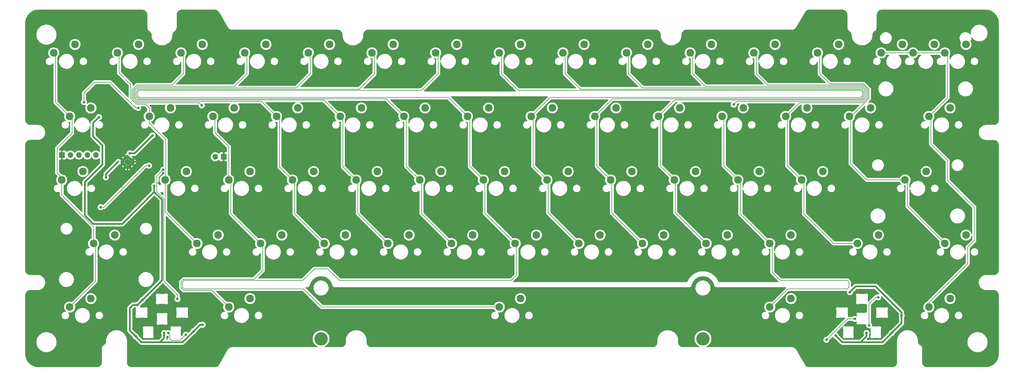
<source format=gbr>
G04 #@! TF.GenerationSoftware,KiCad,Pcbnew,(7.0.0-0)*
G04 #@! TF.CreationDate,2023-06-03T22:22:25-07:00*
G04 #@! TF.ProjectId,popstar_plateless,706f7073-7461-4725-9f70-6c6174656c65,rev?*
G04 #@! TF.SameCoordinates,Original*
G04 #@! TF.FileFunction,Copper,L1,Top*
G04 #@! TF.FilePolarity,Positive*
%FSLAX46Y46*%
G04 Gerber Fmt 4.6, Leading zero omitted, Abs format (unit mm)*
G04 Created by KiCad (PCBNEW (7.0.0-0)) date 2023-06-03 22:22:25*
%MOMM*%
%LPD*%
G01*
G04 APERTURE LIST*
G04 #@! TA.AperFunction,ComponentPad*
%ADD10C,2.300000*%
G04 #@! TD*
G04 #@! TA.AperFunction,ComponentPad*
%ADD11C,4.000000*%
G04 #@! TD*
G04 #@! TA.AperFunction,ComponentPad*
%ADD12R,1.700000X1.700000*%
G04 #@! TD*
G04 #@! TA.AperFunction,ComponentPad*
%ADD13O,1.700000X1.700000*%
G04 #@! TD*
G04 #@! TA.AperFunction,ComponentPad*
%ADD14C,0.600000*%
G04 #@! TD*
G04 #@! TA.AperFunction,ViaPad*
%ADD15C,0.800000*%
G04 #@! TD*
G04 #@! TA.AperFunction,ViaPad*
%ADD16C,0.600000*%
G04 #@! TD*
G04 #@! TA.AperFunction,Conductor*
%ADD17C,0.500000*%
G04 #@! TD*
G04 #@! TA.AperFunction,Conductor*
%ADD18C,0.600000*%
G04 #@! TD*
G04 #@! TA.AperFunction,Conductor*
%ADD19C,0.200000*%
G04 #@! TD*
G04 APERTURE END LIST*
D10*
G04 #@! TO.P,SW15,1,1*
G04 #@! TO.N,COL13*
X294640000Y-38735000D03*
G04 #@! TO.P,SW15,2,2*
G04 #@! TO.N,Net-(D26-A)*
X300990000Y-36195000D03*
G04 #@! TD*
G04 #@! TO.P,SW22,1,1*
G04 #@! TO.N,COL05*
X142240000Y-57785000D03*
G04 #@! TO.P,SW22,2,2*
G04 #@! TO.N,Net-(D32-A)*
X148590000Y-55245000D03*
G04 #@! TD*
G04 #@! TO.P,SW55,1,1*
G04 #@! TO.N,COL12*
X304165000Y-95885000D03*
G04 #@! TO.P,SW55,2,2*
G04 #@! TO.N,Net-(D65-A)*
X310515000Y-93345000D03*
G04 #@! TD*
G04 #@! TO.P,SW29,1,1*
G04 #@! TO.N,COL12*
X275590000Y-57785000D03*
G04 #@! TO.P,SW29,2,2*
G04 #@! TO.N,Net-(D39-A)*
X281940000Y-55245000D03*
G04 #@! TD*
G04 #@! TO.P,SW33,1,1*
G04 #@! TO.N,COL03*
X108902500Y-76835000D03*
G04 #@! TO.P,SW33,2,2*
G04 #@! TO.N,Net-(D43-A)*
X115252500Y-74295000D03*
G04 #@! TD*
G04 #@! TO.P,SW25,1,1*
G04 #@! TO.N,COL08*
X199390000Y-57785000D03*
G04 #@! TO.P,SW25,2,2*
G04 #@! TO.N,Net-(D35-A)*
X205740000Y-55245000D03*
G04 #@! TD*
G04 #@! TO.P,SW53,1,1*
G04 #@! TO.N,COL10*
X251777500Y-95885000D03*
G04 #@! TO.P,SW53,2,2*
G04 #@! TO.N,Net-(D63-A)*
X258127500Y-93345000D03*
G04 #@! TD*
G04 #@! TO.P,SW17,1,1*
G04 #@! TO.N,COL00*
X42227500Y-57785000D03*
G04 #@! TO.P,SW17,2,2*
G04 #@! TO.N,Net-(D27-A)*
X48577500Y-55245000D03*
G04 #@! TD*
G04 #@! TO.P,SW41,1,1*
G04 #@! TO.N,COL11*
X261302500Y-76835000D03*
G04 #@! TO.P,SW41,2,2*
G04 #@! TO.N,Net-(D51-A)*
X267652500Y-74295000D03*
G04 #@! TD*
G04 #@! TO.P,SW36,1,1*
G04 #@! TO.N,COL06*
X166052500Y-76835000D03*
G04 #@! TO.P,SW36,2,2*
G04 #@! TO.N,Net-(D46-A)*
X172402500Y-74295000D03*
G04 #@! TD*
G04 #@! TO.P,SW47,1,1*
G04 #@! TO.N,COL04*
X137477500Y-95885000D03*
G04 #@! TO.P,SW47,2,2*
G04 #@! TO.N,Net-(D57-A)*
X143827500Y-93345000D03*
G04 #@! TD*
G04 #@! TO.P,SW11,1,1*
G04 #@! TO.N,COL09*
X208915000Y-38735000D03*
G04 #@! TO.P,SW11,2,2*
G04 #@! TO.N,Net-(D22-A)*
X215265000Y-36195000D03*
G04 #@! TD*
G04 #@! TO.P,SW45,1,1*
G04 #@! TO.N,COL02*
X99377500Y-95885000D03*
G04 #@! TO.P,SW45,2,2*
G04 #@! TO.N,Net-(D55-A)*
X105727500Y-93345000D03*
G04 #@! TD*
G04 #@! TO.P,SW57,1,1*
G04 #@! TO.N,COL02*
X89852500Y-114935000D03*
G04 #@! TO.P,SW57,2,2*
G04 #@! TO.N,Net-(D67-A)*
X96202500Y-112395000D03*
G04 #@! TD*
G04 #@! TO.P,SW56,1,1*
G04 #@! TO.N,COL00*
X42227500Y-114935000D03*
G04 #@! TO.P,SW56,2,2*
G04 #@! TO.N,Net-(D66-A)*
X48577500Y-112395000D03*
G04 #@! TD*
G04 #@! TO.P,SW24,1,1*
G04 #@! TO.N,COL07*
X180340000Y-57785000D03*
G04 #@! TO.P,SW24,2,2*
G04 #@! TO.N,Net-(D34-A)*
X186690000Y-55245000D03*
G04 #@! TD*
G04 #@! TO.P,SW59,1,1*
G04 #@! TO.N,COL10*
X251777500Y-114935000D03*
G04 #@! TO.P,SW59,2,2*
G04 #@! TO.N,Net-(D69-A)*
X258127500Y-112395000D03*
G04 #@! TD*
G04 #@! TO.P,SW7,1,1*
G04 #@! TO.N,COL05*
X132715000Y-38735000D03*
G04 #@! TO.P,SW7,2,2*
G04 #@! TO.N,Net-(D18-A)*
X139065000Y-36195000D03*
G04 #@! TD*
G04 #@! TO.P,SW20,1,1*
G04 #@! TO.N,COL03*
X104140000Y-57785000D03*
G04 #@! TO.P,SW20,2,2*
G04 #@! TO.N,Net-(D30-A)*
X110490000Y-55245000D03*
G04 #@! TD*
G04 #@! TO.P,SW2,1,1*
G04 #@! TO.N,COL00*
X37465000Y-38735000D03*
G04 #@! TO.P,SW2,2,2*
G04 #@! TO.N,Net-(D13-A)*
X43815000Y-36195000D03*
G04 #@! TD*
G04 #@! TO.P,SW31,1,1*
G04 #@! TO.N,COL01*
X70802500Y-76835000D03*
G04 #@! TO.P,SW31,2,2*
G04 #@! TO.N,Net-(D41-A)*
X77152500Y-74295000D03*
G04 #@! TD*
G04 #@! TO.P,SW27,1,1*
G04 #@! TO.N,COL10*
X237490000Y-57785000D03*
G04 #@! TO.P,SW27,2,2*
G04 #@! TO.N,Net-(D37-A)*
X243840000Y-55245000D03*
G04 #@! TD*
G04 #@! TO.P,SW32,1,1*
G04 #@! TO.N,COL02*
X89852500Y-76835000D03*
G04 #@! TO.P,SW32,2,2*
G04 #@! TO.N,Net-(D42-A)*
X96202500Y-74295000D03*
G04 #@! TD*
G04 #@! TO.P,SW34,1,1*
G04 #@! TO.N,COL04*
X127952500Y-76835000D03*
G04 #@! TO.P,SW34,2,2*
G04 #@! TO.N,Net-(D44-A)*
X134302500Y-74295000D03*
G04 #@! TD*
G04 #@! TO.P,SW37,1,1*
G04 #@! TO.N,COL07*
X185102500Y-76835000D03*
G04 #@! TO.P,SW37,2,2*
G04 #@! TO.N,Net-(D47-A)*
X191452500Y-74295000D03*
G04 #@! TD*
G04 #@! TO.P,SW10,1,1*
G04 #@! TO.N,COL08*
X189865000Y-38735000D03*
G04 #@! TO.P,SW10,2,2*
G04 #@! TO.N,Net-(D21-A)*
X196215000Y-36195000D03*
G04 #@! TD*
G04 #@! TO.P,SW21,1,1*
G04 #@! TO.N,COL04*
X123190000Y-57785000D03*
G04 #@! TO.P,SW21,2,2*
G04 #@! TO.N,Net-(D31-A)*
X129540000Y-55245000D03*
G04 #@! TD*
G04 #@! TO.P,SW3,1,1*
G04 #@! TO.N,COL01*
X56515000Y-38735000D03*
G04 #@! TO.P,SW3,2,2*
G04 #@! TO.N,Net-(D14-A)*
X62865000Y-36195000D03*
G04 #@! TD*
G04 #@! TO.P,SW38,1,1*
G04 #@! TO.N,COL08*
X204152500Y-76835000D03*
G04 #@! TO.P,SW38,2,2*
G04 #@! TO.N,Net-(D48-A)*
X210502500Y-74295000D03*
G04 #@! TD*
G04 #@! TO.P,SW50,1,1*
G04 #@! TO.N,COL07*
X194627500Y-95885000D03*
G04 #@! TO.P,SW50,2,2*
G04 #@! TO.N,Net-(D60-A)*
X200977500Y-93345000D03*
G04 #@! TD*
G04 #@! TO.P,SW52,1,1*
G04 #@! TO.N,COL09*
X232727500Y-95885000D03*
G04 #@! TO.P,SW52,2,2*
G04 #@! TO.N,Net-(D62-A)*
X239077500Y-93345000D03*
G04 #@! TD*
G04 #@! TO.P,SW13,1,1*
G04 #@! TO.N,COL11*
X247015000Y-38735000D03*
G04 #@! TO.P,SW13,2,2*
G04 #@! TO.N,Net-(D24-A)*
X253365000Y-36195000D03*
G04 #@! TD*
G04 #@! TO.P,SW35,1,1*
G04 #@! TO.N,COL05*
X147002500Y-76835000D03*
G04 #@! TO.P,SW35,2,2*
G04 #@! TO.N,Net-(D45-A)*
X153352500Y-74295000D03*
G04 #@! TD*
G04 #@! TO.P,SW39,1,1*
G04 #@! TO.N,COL09*
X223202500Y-76835000D03*
G04 #@! TO.P,SW39,2,2*
G04 #@! TO.N,Net-(D49-A)*
X229552500Y-74295000D03*
G04 #@! TD*
G04 #@! TO.P,SW23,1,1*
G04 #@! TO.N,COL06*
X161290000Y-57785000D03*
G04 #@! TO.P,SW23,2,2*
G04 #@! TO.N,Net-(D33-A)*
X167640000Y-55245000D03*
G04 #@! TD*
G04 #@! TO.P,SW51,1,1*
G04 #@! TO.N,COL08*
X213677500Y-95885000D03*
G04 #@! TO.P,SW51,2,2*
G04 #@! TO.N,Net-(D61-A)*
X220027500Y-93345000D03*
G04 #@! TD*
G04 #@! TO.P,SW43,1,1*
G04 #@! TO.N,COL00*
X49371250Y-95885000D03*
G04 #@! TO.P,SW43,2,2*
G04 #@! TO.N,Net-(D53-A)*
X55721250Y-93345000D03*
G04 #@! TD*
G04 #@! TO.P,SW61,1,1*
G04 #@! TO.N,COL13*
X304165000Y-38735000D03*
G04 #@! TO.P,SW61,2,2*
G04 #@! TO.N,Net-(D71-A)*
X310515000Y-36195000D03*
G04 #@! TD*
G04 #@! TO.P,SW44,1,1*
G04 #@! TO.N,COL01*
X80327500Y-95885000D03*
G04 #@! TO.P,SW44,2,2*
G04 #@! TO.N,Net-(D54-A)*
X86677500Y-93345000D03*
G04 #@! TD*
G04 #@! TO.P,SW58,1,1*
G04 #@! TO.N,COL06*
X170815000Y-114935000D03*
G04 #@! TO.P,SW58,2,2*
G04 #@! TO.N,Net-(D68-A)*
X177165000Y-112395000D03*
G04 #@! TD*
D11*
G04 #@! TO.P,S3,*
G04 #@! TO.N,*
X231775000Y-124460000D03*
X117475000Y-124460000D03*
G04 #@! TD*
D10*
G04 #@! TO.P,SW18,1,1*
G04 #@! TO.N,COL01*
X66040000Y-57785000D03*
G04 #@! TO.P,SW18,2,2*
G04 #@! TO.N,Net-(D28-A)*
X72390000Y-55245000D03*
G04 #@! TD*
G04 #@! TO.P,SW5,1,1*
G04 #@! TO.N,COL03*
X94615000Y-38735000D03*
G04 #@! TO.P,SW5,2,2*
G04 #@! TO.N,Net-(D16-A)*
X100965000Y-36195000D03*
G04 #@! TD*
G04 #@! TO.P,SW6,1,1*
G04 #@! TO.N,COL04*
X113665000Y-38735000D03*
G04 #@! TO.P,SW6,2,2*
G04 #@! TO.N,Net-(D17-A)*
X120015000Y-36195000D03*
G04 #@! TD*
G04 #@! TO.P,SW28,1,1*
G04 #@! TO.N,COL11*
X256540000Y-57785000D03*
G04 #@! TO.P,SW28,2,2*
G04 #@! TO.N,Net-(D38-A)*
X262890000Y-55245000D03*
G04 #@! TD*
G04 #@! TO.P,SW48,1,1*
G04 #@! TO.N,COL05*
X156527500Y-95885000D03*
G04 #@! TO.P,SW48,2,2*
G04 #@! TO.N,Net-(D58-A)*
X162877500Y-93345000D03*
G04 #@! TD*
G04 #@! TO.P,SW60,1,1*
G04 #@! TO.N,COL13*
X299402500Y-114935000D03*
G04 #@! TO.P,SW60,2,2*
G04 #@! TO.N,Net-(D70-A)*
X305752500Y-112395000D03*
G04 #@! TD*
G04 #@! TO.P,SW49,1,1*
G04 #@! TO.N,COL06*
X175577500Y-95885000D03*
G04 #@! TO.P,SW49,2,2*
G04 #@! TO.N,Net-(D59-A)*
X181927500Y-93345000D03*
G04 #@! TD*
G04 #@! TO.P,SW30,1,1*
G04 #@! TO.N,COL00*
X39846250Y-76835000D03*
G04 #@! TO.P,SW30,2,2*
G04 #@! TO.N,Net-(D40-A)*
X46196250Y-74295000D03*
G04 #@! TD*
G04 #@! TO.P,SW26,1,1*
G04 #@! TO.N,COL09*
X218440000Y-57785000D03*
G04 #@! TO.P,SW26,2,2*
G04 #@! TO.N,Net-(D36-A)*
X224790000Y-55245000D03*
G04 #@! TD*
G04 #@! TO.P,SW62,1,1*
G04 #@! TO.N,COL13*
X299402500Y-57785000D03*
G04 #@! TO.P,SW62,2,2*
G04 #@! TO.N,Net-(D72-A)*
X305752500Y-55245000D03*
G04 #@! TD*
G04 #@! TO.P,SW16,1,1*
G04 #@! TO.N,COL13*
X285115000Y-38735000D03*
G04 #@! TO.P,SW16,2,2*
G04 #@! TO.N,Net-(D26-A)*
X291465000Y-36195000D03*
G04 #@! TD*
G04 #@! TO.P,SW14,1,1*
G04 #@! TO.N,COL12*
X266065000Y-38735000D03*
G04 #@! TO.P,SW14,2,2*
G04 #@! TO.N,Net-(D25-A)*
X272415000Y-36195000D03*
G04 #@! TD*
G04 #@! TO.P,SW46,1,1*
G04 #@! TO.N,COL03*
X118427500Y-95885000D03*
G04 #@! TO.P,SW46,2,2*
G04 #@! TO.N,Net-(D56-A)*
X124777500Y-93345000D03*
G04 #@! TD*
G04 #@! TO.P,SW40,1,1*
G04 #@! TO.N,COL10*
X242252500Y-76835000D03*
G04 #@! TO.P,SW40,2,2*
G04 #@! TO.N,Net-(D50-A)*
X248602500Y-74295000D03*
G04 #@! TD*
G04 #@! TO.P,SW12,1,1*
G04 #@! TO.N,COL10*
X227965000Y-38735000D03*
G04 #@! TO.P,SW12,2,2*
G04 #@! TO.N,Net-(D23-A)*
X234315000Y-36195000D03*
G04 #@! TD*
G04 #@! TO.P,SW9,1,1*
G04 #@! TO.N,COL07*
X170815000Y-38735000D03*
G04 #@! TO.P,SW9,2,2*
G04 #@! TO.N,Net-(D20-A)*
X177165000Y-36195000D03*
G04 #@! TD*
G04 #@! TO.P,SW19,1,1*
G04 #@! TO.N,COL02*
X85090000Y-57785000D03*
G04 #@! TO.P,SW19,2,2*
G04 #@! TO.N,Net-(D29-A)*
X91440000Y-55245000D03*
G04 #@! TD*
G04 #@! TO.P,SW42,1,1*
G04 #@! TO.N,COL12*
X292258750Y-76835000D03*
G04 #@! TO.P,SW42,2,2*
G04 #@! TO.N,Net-(D52-A)*
X298608750Y-74295000D03*
G04 #@! TD*
G04 #@! TO.P,SW4,1,1*
G04 #@! TO.N,COL02*
X75565000Y-38735000D03*
G04 #@! TO.P,SW4,2,2*
G04 #@! TO.N,Net-(D15-A)*
X81915000Y-36195000D03*
G04 #@! TD*
G04 #@! TO.P,SW8,1,1*
G04 #@! TO.N,COL06*
X151765000Y-38735000D03*
G04 #@! TO.P,SW8,2,2*
G04 #@! TO.N,Net-(D19-A)*
X158115000Y-36195000D03*
G04 #@! TD*
G04 #@! TO.P,SW54,1,1*
G04 #@! TO.N,COL11*
X277971250Y-95885000D03*
G04 #@! TO.P,SW54,2,2*
G04 #@! TO.N,Net-(D64-A)*
X284321250Y-93345000D03*
G04 #@! TD*
D12*
G04 #@! TO.P,J2,1,Pin_1*
G04 #@! TO.N,GND*
X39919999Y-69341999D03*
D13*
G04 #@! TO.P,J2,2,Pin_2*
G04 #@! TO.N,SWCLK*
X42459999Y-69341999D03*
G04 #@! TO.P,J2,3,Pin_3*
G04 #@! TO.N,SWD*
X44999999Y-69341999D03*
G04 #@! TO.P,J2,4,Pin_4*
G04 #@! TO.N,~{RESET}*
X47539999Y-69341999D03*
G04 #@! TO.P,J2,5,Pin_5*
G04 #@! TO.N,+3V3*
X50079999Y-69341999D03*
G04 #@! TD*
D14*
G04 #@! TO.P,U6,57,GND*
G04 #@! TO.N,GND*
X59531250Y-73240622D03*
X60432811Y-72339061D03*
X61334372Y-71437500D03*
X58629689Y-72339061D03*
X59531250Y-71437500D03*
X60432811Y-70535939D03*
X57728128Y-71437500D03*
X58629689Y-70535939D03*
X59531250Y-69634378D03*
G04 #@! TD*
D12*
G04 #@! TO.P,SW1,1,1*
G04 #@! TO.N,GND*
X88336249Y-69874999D03*
D13*
G04 #@! TO.P,SW1,2,2*
G04 #@! TO.N,/~{USB_BOOT}*
X85796249Y-69874999D03*
G04 #@! TD*
D15*
G04 #@! TO.N,+1V1*
X53086000Y-76073000D03*
X60200000Y-68850000D03*
X67000000Y-63500000D03*
D16*
X56800000Y-71350000D03*
D15*
G04 #@! TO.N,GND*
X128500000Y-89000000D03*
X282000000Y-48000000D03*
X202500000Y-120500000D03*
X165000000Y-124250000D03*
X45500000Y-76500000D03*
X83250000Y-118500000D03*
X51500000Y-104500000D03*
X65000000Y-73800500D03*
X233250000Y-47500000D03*
X288500000Y-125000000D03*
X270500000Y-124750000D03*
X166500000Y-89000000D03*
X72000000Y-82000000D03*
X70250000Y-108750000D03*
X70000000Y-81000000D03*
X67750000Y-120500000D03*
X165000000Y-120000000D03*
X56769000Y-53594000D03*
X267000000Y-125250000D03*
X155000000Y-120000000D03*
X115000000Y-120500000D03*
X62992000Y-63881000D03*
X126000000Y-76000000D03*
X261000000Y-122400000D03*
X204500000Y-89000000D03*
X60000000Y-123750000D03*
X134500000Y-46500000D03*
X54229000Y-78105000D03*
X71500000Y-88800000D03*
X283750000Y-113750000D03*
X300000000Y-93500000D03*
X306250000Y-46500000D03*
X210000000Y-120500000D03*
X292750000Y-117500000D03*
X47000000Y-63000000D03*
X49500000Y-57500000D03*
X48750000Y-73500000D03*
X196500000Y-120000000D03*
X95000000Y-122700000D03*
X65405000Y-62738000D03*
X62250000Y-112250000D03*
X59250000Y-91000000D03*
X277000000Y-107250000D03*
X265750000Y-121750000D03*
X68600000Y-101400000D03*
X76500000Y-105250000D03*
X151250000Y-116750000D03*
X66000000Y-76750000D03*
X68072000Y-71755000D03*
X64250000Y-114250000D03*
X98500000Y-121700000D03*
X76750000Y-113250000D03*
X71500000Y-101400000D03*
X50750000Y-88500000D03*
X101500000Y-123200000D03*
X233750000Y-120500000D03*
X272750000Y-110500000D03*
X51500000Y-76000000D03*
X244500000Y-120500000D03*
X289500000Y-119750000D03*
X221000000Y-76000000D03*
X163750000Y-76000000D03*
X86000000Y-122500000D03*
X55499000Y-78105000D03*
X48750000Y-83250000D03*
X109500000Y-89000000D03*
D16*
X277250000Y-119750000D03*
X71750000Y-116250000D03*
D15*
X48500000Y-104500000D03*
X72009000Y-65532000D03*
X81250000Y-122250000D03*
X48250000Y-71250000D03*
X200500000Y-82000000D03*
X68707000Y-65532000D03*
X200000000Y-116750000D03*
D16*
X69500000Y-123750000D03*
D15*
X80500000Y-73500000D03*
X76250000Y-121750000D03*
X46000000Y-71750000D03*
X45000000Y-83250000D03*
X185500000Y-89000000D03*
X124500000Y-82000000D03*
X115000000Y-46500000D03*
X285000000Y-107750000D03*
X127500000Y-116750000D03*
X115000000Y-116750000D03*
X143500000Y-82000000D03*
X72250000Y-73750000D03*
X65000000Y-84800000D03*
X54861000Y-85675000D03*
X41250000Y-67000000D03*
X147750000Y-120500000D03*
X286500000Y-122000000D03*
X281250000Y-124500000D03*
X75750000Y-111250000D03*
X272750000Y-122500000D03*
X251750000Y-47250000D03*
X74250000Y-108250000D03*
X147500000Y-89000000D03*
X103500000Y-66000000D03*
X292500000Y-39750000D03*
X45000000Y-39000000D03*
X62750000Y-122000000D03*
X81500000Y-117000000D03*
X182750000Y-76000000D03*
X177000000Y-48750000D03*
X251500000Y-122400000D03*
X162500000Y-82000000D03*
X223500000Y-89000000D03*
X49000000Y-77500000D03*
X233750000Y-116750000D03*
X68600000Y-103500000D03*
X141500000Y-66000000D03*
X96000000Y-46500000D03*
X83250000Y-121750000D03*
X61000000Y-113000000D03*
X43250000Y-86750000D03*
X283000000Y-52500000D03*
X57699500Y-78706111D03*
X63500000Y-79000000D03*
X81500000Y-56000000D03*
X262000000Y-89000000D03*
X61750000Y-119750000D03*
X181500000Y-82000000D03*
X306000000Y-79750000D03*
X71500000Y-103500000D03*
X153250000Y-124250000D03*
X195750000Y-48500000D03*
X65300000Y-70400000D03*
X106750000Y-76000000D03*
X52300000Y-86200000D03*
X66480713Y-77519287D03*
X58750000Y-119750000D03*
X87000000Y-118750000D03*
X254000000Y-104000000D03*
X198500000Y-124250000D03*
X220000000Y-82000000D03*
X68600000Y-88800000D03*
X122500000Y-66000000D03*
X239500000Y-54000000D03*
X53500000Y-72250000D03*
X77000000Y-46500000D03*
X270500000Y-46750000D03*
X198500000Y-66000000D03*
X140000000Y-116750000D03*
X243000000Y-89000000D03*
X105500000Y-82000000D03*
D16*
X72000000Y-115250000D03*
D15*
X62000000Y-125750000D03*
X259000000Y-76000000D03*
X186000000Y-120000000D03*
X144750000Y-76000000D03*
X61800000Y-84400000D03*
X58400000Y-62411000D03*
X186000000Y-124250000D03*
X153000000Y-46500000D03*
X83500000Y-54500000D03*
X90500000Y-89000000D03*
X274500000Y-66000000D03*
X279250000Y-123750000D03*
X236500000Y-66000000D03*
X79500000Y-123750000D03*
X210000000Y-116750000D03*
X71500000Y-124000000D03*
X86500000Y-82000000D03*
X165750000Y-67750000D03*
X105500000Y-119250000D03*
X59400000Y-62411000D03*
X71800000Y-121400000D03*
X83000000Y-68500000D03*
X140000000Y-120500000D03*
X301500000Y-54000000D03*
X282500000Y-114750000D03*
X41000000Y-62400000D03*
X174500000Y-104000000D03*
X104100000Y-125300000D03*
X258000000Y-82000000D03*
X63500000Y-111250000D03*
X50600000Y-86200000D03*
X301000000Y-75250000D03*
X70250000Y-74750000D03*
X201750000Y-76000000D03*
X268500000Y-120250000D03*
X64135000Y-63373000D03*
X80250000Y-119750000D03*
X104500000Y-116750000D03*
X74000000Y-69500000D03*
X89500000Y-126600000D03*
X273250000Y-113750000D03*
X39800000Y-64200000D03*
X91250000Y-121700000D03*
X214250000Y-48000000D03*
X277400000Y-110500000D03*
X108750000Y-120500000D03*
X37500000Y-56250000D03*
X289000000Y-82000000D03*
X271250000Y-125750000D03*
X241250000Y-55750000D03*
X221250000Y-116750000D03*
X50500000Y-62000000D03*
X58000000Y-117000000D03*
X57250000Y-88250000D03*
X87800000Y-124000000D03*
X64135000Y-55372000D03*
X52451000Y-58801000D03*
X67500000Y-118250000D03*
X50750000Y-67000000D03*
X46000000Y-56000000D03*
X58500000Y-57000000D03*
X47250000Y-67000000D03*
X65000000Y-79800000D03*
X57200000Y-62411000D03*
X60500000Y-46500000D03*
X53500000Y-66750000D03*
X69000000Y-77750000D03*
X247500000Y-116750000D03*
X48000000Y-91500000D03*
X50750000Y-91500000D03*
X290000000Y-75500000D03*
X77750000Y-121250000D03*
X239000000Y-82000000D03*
X240000000Y-76000000D03*
X177500000Y-104000000D03*
X98000000Y-104000000D03*
X57750000Y-61250000D03*
X217500000Y-66000000D03*
X255500000Y-66000000D03*
X39500000Y-47000000D03*
G04 #@! TO.N,ARGB_5V*
X74500000Y-112500000D03*
X70250000Y-73750000D03*
G04 #@! TO.N,Net-(D6-DOUT)*
X77000000Y-123250000D03*
X277250000Y-118500000D03*
X71750000Y-122750000D03*
X268750000Y-124750000D03*
G04 #@! TO.N,Net-(D11-DOUT)*
X281500000Y-120400000D03*
X284250000Y-112000000D03*
G04 #@! TO.N,ROW1*
X62750000Y-55250000D03*
X46500000Y-53500000D03*
G04 #@! TO.N,ROW2*
X65978417Y-72554430D03*
X51500000Y-85000000D03*
G04 #@! TO.N,COL02*
X81750000Y-54500000D03*
G04 #@! TO.N,COL10*
X241000000Y-54250000D03*
G04 #@! TO.N,5V*
X79250000Y-122250000D03*
X64020145Y-112820145D03*
X51000000Y-58000000D03*
X275750000Y-110500000D03*
X271500000Y-123500000D03*
X62000000Y-123750000D03*
X67550500Y-78589075D03*
X70500000Y-122750000D03*
X82000000Y-120250000D03*
X291250000Y-117500000D03*
X280750000Y-122750000D03*
X288250000Y-122750000D03*
X62545145Y-114295145D03*
G04 #@! TD*
D17*
G04 #@! TO.N,+1V1*
X53086000Y-76073000D02*
X53086000Y-75064000D01*
X53086000Y-75064000D02*
X56800000Y-71350000D01*
X61650000Y-68850000D02*
X60200000Y-68850000D01*
X67000000Y-63500000D02*
X61650000Y-68850000D01*
D18*
G04 #@! TO.N,GND*
X58629689Y-72339061D02*
X59531250Y-73240622D01*
X57728128Y-71437500D02*
X59531250Y-71437500D01*
X61334372Y-71437500D02*
X60432811Y-70535939D01*
X58629689Y-72339061D02*
X59531250Y-71437500D01*
X60432811Y-70535939D02*
X59531250Y-69634378D01*
X58629689Y-70535939D02*
X57728128Y-71437500D01*
X60432811Y-70535939D02*
X59531250Y-71437500D01*
X58629689Y-70535939D02*
X59531250Y-71437500D01*
X60432811Y-72339061D02*
X61334372Y-71437500D01*
X59531250Y-73240622D02*
X59531250Y-71437500D01*
X59531250Y-73240622D02*
X60432811Y-72339061D01*
X57728128Y-71437500D02*
X58629689Y-72339061D01*
X61334372Y-71437500D02*
X59531250Y-71437500D01*
X59531250Y-69634378D02*
X58629689Y-70535939D01*
X60432811Y-72339061D02*
X59531250Y-71437500D01*
X59531250Y-69634378D02*
X59531250Y-71437500D01*
D17*
X80032000Y-65532000D02*
X83000000Y-68500000D01*
X72009000Y-65532000D02*
X80032000Y-65532000D01*
D19*
G04 #@! TO.N,ARGB_5V*
X73375000Y-110125000D02*
X74500000Y-111250000D01*
X68250000Y-80347500D02*
X70402500Y-82500000D01*
X70402500Y-107152500D02*
X71000000Y-107750000D01*
X74500000Y-111250000D02*
X74500000Y-112500000D01*
X68250000Y-75750000D02*
X68250000Y-80347500D01*
X70402500Y-82500000D02*
X70402500Y-107152500D01*
X71000000Y-107750000D02*
X73375000Y-110125000D01*
X70250000Y-73750000D02*
X68250000Y-75750000D01*
G04 #@! TO.N,Net-(D6-DOUT)*
X72200000Y-123200000D02*
X72200000Y-124450000D01*
X71750000Y-122750000D02*
X72200000Y-123200000D01*
X75300000Y-124950000D02*
X77000000Y-123250000D01*
X72700000Y-124950000D02*
X75300000Y-124950000D01*
X72200000Y-124450000D02*
X72700000Y-124950000D01*
X275000000Y-118500000D02*
X277250000Y-118500000D01*
X268750000Y-124750000D02*
X275000000Y-118500000D01*
G04 #@! TO.N,Net-(D11-DOUT)*
X281500000Y-120400000D02*
X281500000Y-114000000D01*
X283500000Y-112000000D02*
X284250000Y-112000000D01*
X281500000Y-114000000D02*
X283500000Y-112000000D01*
G04 #@! TO.N,ROW1*
X46500000Y-53500000D02*
X46500000Y-50750000D01*
X46500000Y-50750000D02*
X49750000Y-47500000D01*
X49750000Y-47500000D02*
X54250000Y-47500000D01*
X54250000Y-47500000D02*
X62000000Y-55250000D01*
X62000000Y-55250000D02*
X62750000Y-55250000D01*
G04 #@! TO.N,ROW2*
X52510050Y-85000000D02*
X51500000Y-85000000D01*
X64955620Y-72554430D02*
X52510050Y-85000000D01*
X65978417Y-72554430D02*
X64955620Y-72554430D01*
G04 #@! TO.N,COL00*
X38500000Y-74777818D02*
X38500000Y-67250000D01*
X39846250Y-81346250D02*
X39846250Y-76835000D01*
X49371250Y-95885000D02*
X50000000Y-96513750D01*
X39846250Y-76835000D02*
X39846250Y-76124068D01*
X38500000Y-67250000D02*
X43000000Y-62750000D01*
X37465000Y-38735000D02*
X38000000Y-39270000D01*
X39846250Y-76124068D02*
X38500000Y-74777818D01*
X50000000Y-96513750D02*
X50000000Y-107162500D01*
X43000000Y-58557500D02*
X42227500Y-57785000D01*
X43000000Y-62750000D02*
X43000000Y-58557500D01*
X38000000Y-39270000D02*
X38000000Y-53557500D01*
X49371250Y-95885000D02*
X49371250Y-90871250D01*
X50000000Y-107162500D02*
X42227500Y-114935000D01*
X49371250Y-90871250D02*
X39846250Y-81346250D01*
X38000000Y-53557500D02*
X42227500Y-57785000D01*
G04 #@! TO.N,COL01*
X60500000Y-48250000D02*
X60500000Y-52328426D01*
X57000000Y-39220000D02*
X57000000Y-44750000D01*
X66040000Y-57785000D02*
X66040000Y-59829775D01*
X57000000Y-44750000D02*
X60500000Y-48250000D01*
X70950000Y-64739775D02*
X70950000Y-76687500D01*
X70802500Y-86360000D02*
X80327500Y-95885000D01*
X62271571Y-54099998D02*
X64900002Y-54099998D01*
X70802500Y-76835000D02*
X70802500Y-86360000D01*
X66040000Y-55239996D02*
X66040000Y-57785000D01*
X64900002Y-54099998D02*
X66040000Y-55239996D01*
X56515000Y-38735000D02*
X57000000Y-39220000D01*
X70950000Y-76687500D02*
X70802500Y-76835000D01*
X66040000Y-59829775D02*
X70950000Y-64739775D01*
X60500000Y-52328426D02*
X62271571Y-54099998D01*
G04 #@! TO.N,COL02*
X89852500Y-66833750D02*
X85725000Y-62706250D01*
X84817500Y-109900000D02*
X89852500Y-114935000D01*
X76250000Y-39420000D02*
X76250000Y-45000000D01*
X62337260Y-48400000D02*
X60900002Y-49837256D01*
X89852500Y-76835000D02*
X90487500Y-77470000D01*
X100000000Y-96500000D02*
X100000000Y-104000000D01*
X62437256Y-53699998D02*
X80950000Y-53700000D01*
X60900002Y-49837256D02*
X60900000Y-52162740D01*
X76250000Y-45000000D02*
X72850000Y-48400000D01*
X90487500Y-86995000D02*
X99377500Y-95885000D01*
X100000000Y-104000000D02*
X97400000Y-106600000D01*
X99377500Y-95885000D02*
X99385000Y-95885000D01*
X80950000Y-53700000D02*
X81750000Y-54500000D01*
X76334315Y-109900000D02*
X84817500Y-109900000D01*
X75600000Y-109165686D02*
X76334315Y-109900000D01*
X75565000Y-38735000D02*
X76250000Y-39420000D01*
X99385000Y-95885000D02*
X100000000Y-96500000D01*
X60900000Y-52162740D02*
X62437256Y-53699998D01*
X75600000Y-107334315D02*
X75600000Y-109165686D01*
X72850000Y-48400000D02*
X62337260Y-48400000D01*
X90487500Y-77470000D02*
X90487500Y-86995000D01*
X85725000Y-62706250D02*
X85725000Y-58420000D01*
X85725000Y-58420000D02*
X85090000Y-57785000D01*
X97400000Y-106600000D02*
X76334314Y-106600000D01*
X76334314Y-106600000D02*
X75600000Y-107334315D01*
X89852500Y-76835000D02*
X89852500Y-66833750D01*
G04 #@! TO.N,COL03*
X91450000Y-48800000D02*
X95250000Y-45000000D01*
X62502945Y-48800000D02*
X91450000Y-48800000D01*
X108902500Y-76835000D02*
X105000000Y-72932500D01*
X62602942Y-53299999D02*
X61300000Y-51997055D01*
X104140000Y-57785000D02*
X99655000Y-53300000D01*
X105000000Y-58645000D02*
X104140000Y-57785000D01*
X109500000Y-86957500D02*
X118427500Y-95885000D01*
X61300001Y-50002942D02*
X62502945Y-48800000D01*
X109500000Y-77432500D02*
X109500000Y-86957500D01*
X95250000Y-45000000D02*
X95250000Y-39370000D01*
X99655000Y-53300000D02*
X62602942Y-53299999D01*
X61300000Y-51997055D02*
X61300001Y-50002942D01*
X108902500Y-76835000D02*
X109500000Y-77432500D01*
X95250000Y-39370000D02*
X94615000Y-38735000D01*
X105000000Y-72932500D02*
X105000000Y-58645000D01*
G04 #@! TO.N,COL04*
X123190000Y-57785000D02*
X118305000Y-52900000D01*
X128500000Y-77382500D02*
X128500000Y-86907500D01*
X61700000Y-51831370D02*
X61700000Y-50168628D01*
X127952500Y-76835000D02*
X124000000Y-72882500D01*
X127952500Y-76835000D02*
X128500000Y-77382500D01*
X118305000Y-52900000D02*
X62768628Y-52900000D01*
X128500000Y-86907500D02*
X137477500Y-95885000D01*
X124000000Y-58595000D02*
X123190000Y-57785000D01*
X114250000Y-45000000D02*
X114250000Y-39320000D01*
X124000000Y-72882500D02*
X124000000Y-58595000D01*
X62668630Y-49200000D02*
X110050000Y-49200000D01*
X62768628Y-52900000D02*
X61700000Y-51831370D01*
X61700000Y-50168628D02*
X62668630Y-49200000D01*
X110050000Y-49200000D02*
X114250000Y-45000000D01*
X114250000Y-39320000D02*
X113665000Y-38735000D01*
G04 #@! TO.N,COL05*
X147500000Y-77332500D02*
X147500000Y-86857500D01*
X62100000Y-51665685D02*
X62100000Y-50334314D01*
X147002500Y-76835000D02*
X143000000Y-72832500D01*
X147500000Y-86857500D02*
X156527500Y-95885000D01*
X133500000Y-45000000D02*
X133500000Y-39520000D01*
X128900000Y-49600000D02*
X133500000Y-45000000D01*
X147002500Y-76835000D02*
X147500000Y-77332500D01*
X62100000Y-50334314D02*
X62834315Y-49600000D01*
X62834315Y-49600000D02*
X128900000Y-49600000D01*
X143000000Y-72832500D02*
X143000000Y-58545000D01*
X133500000Y-39520000D02*
X132715000Y-38735000D01*
X142240000Y-57785000D02*
X136955000Y-52500000D01*
X136955000Y-52500000D02*
X62934314Y-52500000D01*
X62934314Y-52500000D02*
X62100000Y-51665685D01*
X143000000Y-58545000D02*
X142240000Y-57785000D01*
G04 #@! TO.N,COL06*
X117685000Y-114935000D02*
X112250000Y-109500000D01*
X63000000Y-50000000D02*
X147500000Y-50000000D01*
X123000000Y-107000000D02*
X174400000Y-107000000D01*
X112250000Y-109500000D02*
X76500000Y-109500000D01*
X166500000Y-77282500D02*
X166500000Y-86807500D01*
X63100000Y-52100000D02*
X62500000Y-51500000D01*
X176000000Y-105400000D02*
X176000000Y-96307500D01*
X166500000Y-86807500D02*
X175577500Y-95885000D01*
X76500000Y-107000000D02*
X112000000Y-107000000D01*
X119500000Y-103500000D02*
X123000000Y-107000000D01*
X112000000Y-107000000D02*
X115500000Y-103500000D01*
X152500000Y-39470000D02*
X151765000Y-38735000D01*
X162000000Y-58495000D02*
X161290000Y-57785000D01*
X76000000Y-107500000D02*
X76500000Y-107000000D01*
X166052500Y-76835000D02*
X166500000Y-77282500D01*
X76500000Y-109500000D02*
X76000000Y-109000000D01*
X176000000Y-96307500D02*
X175577500Y-95885000D01*
X166052500Y-76835000D02*
X162000000Y-72782500D01*
X174400000Y-107000000D02*
X176000000Y-105400000D01*
X152500000Y-45000000D02*
X152500000Y-39470000D01*
X161290000Y-57785000D02*
X155605000Y-52100000D01*
X155605000Y-52100000D02*
X63100000Y-52100000D01*
X170815000Y-114935000D02*
X117685000Y-114935000D01*
X147500000Y-50000000D02*
X152500000Y-45000000D01*
X62500000Y-50500000D02*
X63000000Y-50000000D01*
X162000000Y-72782500D02*
X162000000Y-58495000D01*
X76000000Y-109000000D02*
X76000000Y-107500000D01*
X115500000Y-103500000D02*
X119500000Y-103500000D01*
X62500000Y-51500000D02*
X62500000Y-50500000D01*
G04 #@! TO.N,COL07*
X171500000Y-39420000D02*
X170815000Y-38735000D01*
X185102500Y-77102500D02*
X185500000Y-77500000D01*
X185500000Y-86757500D02*
X194627500Y-95885000D01*
X180340000Y-57785000D02*
X186025000Y-52100000D01*
X185102500Y-76835000D02*
X181000000Y-72732500D01*
X185102500Y-76835000D02*
X185102500Y-77102500D01*
X171500000Y-45000000D02*
X171500000Y-39420000D01*
X176500000Y-50000000D02*
X171500000Y-45000000D01*
X181000000Y-72732500D02*
X181000000Y-58445000D01*
X181000000Y-58445000D02*
X180340000Y-57785000D01*
X279000000Y-50000000D02*
X176500000Y-50000000D01*
X185500000Y-77500000D02*
X185500000Y-86757500D01*
X186025000Y-52100000D02*
X279000000Y-52100000D01*
X279500000Y-50500000D02*
X279000000Y-50000000D01*
X279000000Y-52100000D02*
X279500000Y-51600000D01*
X279500000Y-51600000D02*
X279500000Y-50500000D01*
G04 #@! TO.N,COL08*
X190500000Y-39370000D02*
X189865000Y-38735000D01*
X190500000Y-45000000D02*
X190500000Y-39370000D01*
X279165686Y-52500000D02*
X279900000Y-51765685D01*
X279900000Y-50334314D02*
X279165685Y-49600000D01*
X195100000Y-49600000D02*
X190500000Y-45000000D01*
X204152500Y-76835000D02*
X204335000Y-76835000D01*
X279165685Y-49600000D02*
X195100000Y-49600000D01*
X200000000Y-58395000D02*
X199390000Y-57785000D01*
X204335000Y-76835000D02*
X204500000Y-77000000D01*
X204152500Y-76835000D02*
X200000000Y-72682500D01*
X204675000Y-52500000D02*
X279165686Y-52500000D01*
X204152500Y-76835000D02*
X204500000Y-77182500D01*
X279900000Y-51765685D02*
X279900000Y-50334314D01*
X200000000Y-72682500D02*
X200000000Y-58395000D01*
X204500000Y-77182500D02*
X204500000Y-86707500D01*
X199390000Y-57785000D02*
X204675000Y-52500000D01*
X204500000Y-86707500D02*
X213677500Y-95885000D01*
G04 #@! TO.N,COL09*
X280300000Y-51931370D02*
X280300000Y-50168628D01*
X209500000Y-45000000D02*
X209500000Y-39320000D01*
X223500000Y-86657500D02*
X232727500Y-95885000D01*
X219000000Y-58345000D02*
X218440000Y-57785000D01*
X219000000Y-72632500D02*
X219000000Y-58345000D01*
X218440000Y-57785000D02*
X223325000Y-52900000D01*
X279331370Y-49200000D02*
X213700000Y-49200000D01*
X279331370Y-52900000D02*
X279865685Y-52365685D01*
X223202500Y-76835000D02*
X223500000Y-77132500D01*
X279865685Y-52365685D02*
X280300000Y-51931370D01*
X279331372Y-52900000D02*
X279865685Y-52365685D01*
X223325000Y-52900000D02*
X279331370Y-52900000D01*
X280300000Y-50168628D02*
X279331370Y-49200000D01*
X209500000Y-39320000D02*
X208915000Y-38735000D01*
X213700000Y-49200000D02*
X209500000Y-45000000D01*
X223202500Y-76835000D02*
X219000000Y-72632500D01*
X223500000Y-77132500D02*
X223500000Y-86657500D01*
G04 #@! TO.N,COL10*
X243000000Y-77582500D02*
X243000000Y-87107500D01*
X242252500Y-76835000D02*
X243000000Y-77582500D01*
X252500000Y-96607500D02*
X252500000Y-104500000D01*
X238000000Y-72582500D02*
X242252500Y-76835000D01*
X228750000Y-39520000D02*
X227965000Y-38735000D01*
X242000000Y-53300000D02*
X279497056Y-53300000D01*
X255000000Y-107000000D02*
X275000000Y-107000000D01*
X275500000Y-109000000D02*
X275000000Y-109500000D01*
X279497055Y-48800000D02*
X232550000Y-48800000D01*
X280699999Y-50002942D02*
X279497055Y-48800000D01*
X257212500Y-109500000D02*
X251777500Y-114935000D01*
X243000000Y-87107500D02*
X251777500Y-95885000D01*
X228750000Y-45000000D02*
X228750000Y-39520000D01*
X238000000Y-58295000D02*
X238000000Y-72582500D01*
X280700000Y-52097055D02*
X280699999Y-50002942D01*
X275000000Y-107000000D02*
X275500000Y-107500000D01*
X241950000Y-53300000D02*
X241000000Y-54250000D01*
X232550000Y-48800000D02*
X228750000Y-45000000D01*
X237490000Y-57785000D02*
X238000000Y-58295000D01*
X279898528Y-52898528D02*
X280700000Y-52097055D01*
X252500000Y-104500000D02*
X255000000Y-107000000D01*
X242000000Y-53300000D02*
X241950000Y-53300000D01*
X251777500Y-95885000D02*
X252500000Y-96607500D01*
X279497056Y-53300000D02*
X279898528Y-52898528D01*
X275500000Y-107500000D02*
X275500000Y-109000000D01*
X275000000Y-109500000D02*
X257212500Y-109500000D01*
X279497058Y-53299999D02*
X279898528Y-52898528D01*
G04 #@! TO.N,COL11*
X281099998Y-49837256D02*
X279662740Y-48400000D01*
X257000000Y-72532500D02*
X257000000Y-58245000D01*
X281100000Y-52262740D02*
X281099998Y-49837256D01*
X247750000Y-39470000D02*
X247015000Y-38735000D01*
X279662742Y-53700000D02*
X281100000Y-52262740D01*
X279662740Y-48400000D02*
X251150000Y-48400000D01*
X270885000Y-95885000D02*
X262000000Y-87000000D01*
X262000000Y-77532500D02*
X261302500Y-76835000D01*
X247750000Y-45000000D02*
X247750000Y-39470000D01*
X261302500Y-76835000D02*
X257000000Y-72532500D01*
X262000000Y-87000000D02*
X262000000Y-77532500D01*
X251150000Y-48400000D02*
X247750000Y-45000000D01*
X260625000Y-53700000D02*
X279662742Y-53700000D01*
X257000000Y-58245000D02*
X256540000Y-57785000D01*
X277971250Y-95885000D02*
X270885000Y-95885000D01*
X256540000Y-57785000D02*
X260625000Y-53700000D01*
G04 #@! TO.N,COL12*
X266750000Y-45000000D02*
X266750000Y-39420000D01*
X292258750Y-76835000D02*
X293000000Y-77576250D01*
X276000000Y-58195000D02*
X275590000Y-57785000D01*
X293000000Y-84720000D02*
X304165000Y-95885000D01*
X269750000Y-48000000D02*
X266750000Y-45000000D01*
X266750000Y-39420000D02*
X266065000Y-38735000D01*
X276000000Y-72000000D02*
X276000000Y-58195000D01*
X275590000Y-57785000D02*
X276143427Y-57785000D01*
X279828426Y-48000000D02*
X269750000Y-48000000D01*
X292258750Y-76835000D02*
X280835000Y-76835000D01*
X281500000Y-49671574D02*
X279828426Y-48000000D01*
X280835000Y-76835000D02*
X276000000Y-72000000D01*
X281500000Y-52428427D02*
X281500000Y-49671574D01*
X276143427Y-57785000D02*
X281500000Y-52428427D01*
X293000000Y-77576250D02*
X293000000Y-84720000D01*
G04 #@! TO.N,COL13*
X294640000Y-38735000D02*
X285115000Y-38735000D01*
X299402500Y-113597500D02*
X299402500Y-114935000D01*
X313000000Y-95000000D02*
X311000000Y-97000000D01*
X305000000Y-39570000D02*
X304165000Y-38735000D01*
X304165000Y-38735000D02*
X294640000Y-38735000D01*
X305000000Y-52187500D02*
X305000000Y-39570000D01*
X313000000Y-85000000D02*
X313000000Y-95000000D01*
X299402500Y-57785000D02*
X300000000Y-58382500D01*
X311000000Y-97000000D02*
X311000000Y-102000000D01*
X300000000Y-58382500D02*
X300000000Y-66000000D01*
X305000000Y-71000000D02*
X305000000Y-77000000D01*
X305000000Y-77000000D02*
X313000000Y-85000000D01*
X300000000Y-66000000D02*
X305000000Y-71000000D01*
X311000000Y-102000000D02*
X299402500Y-113597500D01*
X299402500Y-57785000D02*
X305000000Y-52187500D01*
D17*
G04 #@! TO.N,5V*
X68250000Y-125500000D02*
X69250000Y-125500000D01*
X285500000Y-125500000D02*
X288250000Y-122750000D01*
X60875000Y-122625000D02*
X62000000Y-123750000D01*
X60250000Y-115250000D02*
X60250000Y-122000000D01*
X291250000Y-116500000D02*
X283875000Y-109125000D01*
X69250000Y-125500000D02*
X70500000Y-124250000D01*
X58000000Y-90000000D02*
X49277818Y-90000000D01*
X52000000Y-72250000D02*
X52000000Y-66500000D01*
X70500000Y-124250000D02*
X70500000Y-122750000D01*
X49277818Y-90000000D02*
X46750000Y-87472182D01*
X68250000Y-125500000D02*
X76000000Y-125500000D01*
X61204855Y-114295145D02*
X60250000Y-115250000D01*
X79250000Y-122250000D02*
X81250000Y-120250000D01*
X271500000Y-123500000D02*
X273500000Y-125500000D01*
X69852500Y-106987790D02*
X64020145Y-112820145D01*
X291250000Y-117500000D02*
X291250000Y-116500000D01*
X52000000Y-66500000D02*
X49250000Y-63750000D01*
X279000000Y-125500000D02*
X285500000Y-125500000D01*
X60875000Y-122625000D02*
X61500000Y-123250000D01*
X61500000Y-123250000D02*
X62000000Y-123750000D01*
X69852500Y-82727818D02*
X69852500Y-106987790D01*
X67550500Y-80449500D02*
X58000000Y-90000000D01*
X282000000Y-108750000D02*
X277500000Y-108750000D01*
X283875000Y-109125000D02*
X283500000Y-108750000D01*
X67550500Y-78589075D02*
X67550500Y-79500000D01*
X291250000Y-119750000D02*
X291250000Y-118750000D01*
X67550500Y-80425818D02*
X69852500Y-82727818D01*
X49250000Y-59750000D02*
X51000000Y-58000000D01*
X273500000Y-125500000D02*
X279000000Y-125500000D01*
X279000000Y-125500000D02*
X280750000Y-123750000D01*
X288250000Y-122750000D02*
X291250000Y-119750000D01*
X67550500Y-79500000D02*
X67550500Y-80425818D01*
X277500000Y-108750000D02*
X275750000Y-110500000D01*
X60250000Y-122000000D02*
X60875000Y-122625000D01*
X67550500Y-79500000D02*
X67550500Y-80449500D01*
X62545145Y-114295145D02*
X61204855Y-114295145D01*
X64020145Y-112820145D02*
X62545145Y-114295145D01*
X49250000Y-63750000D02*
X49250000Y-59750000D01*
X76000000Y-125500000D02*
X79250000Y-122250000D01*
X81250000Y-120250000D02*
X82000000Y-120250000D01*
X46750000Y-87472182D02*
X46750000Y-77500000D01*
X291250000Y-118750000D02*
X291250000Y-117500000D01*
X63750000Y-125500000D02*
X68250000Y-125500000D01*
X280750000Y-123750000D02*
X280750000Y-122750000D01*
X62000000Y-123750000D02*
X63750000Y-125500000D01*
X283500000Y-108750000D02*
X282000000Y-108750000D01*
X46750000Y-77500000D02*
X52000000Y-72250000D01*
G04 #@! TD*
G04 #@! TA.AperFunction,Conductor*
G04 #@! TO.N,GND*
G36*
X285325358Y-111636726D02*
G01*
X290463181Y-116774549D01*
X290490061Y-116814777D01*
X290499500Y-116862230D01*
X290499500Y-116965679D01*
X290482887Y-117027679D01*
X290426069Y-117126089D01*
X290426066Y-117126094D01*
X290422821Y-117131716D01*
X290420815Y-117137888D01*
X290420813Y-117137894D01*
X290366333Y-117305564D01*
X290366331Y-117305573D01*
X290364326Y-117311744D01*
X290363648Y-117318194D01*
X290363646Y-117318204D01*
X290346075Y-117485393D01*
X290344540Y-117500000D01*
X290345219Y-117506460D01*
X290363646Y-117681795D01*
X290363647Y-117681803D01*
X290364326Y-117688256D01*
X290366331Y-117694428D01*
X290366333Y-117694435D01*
X290413176Y-117838601D01*
X290422821Y-117868284D01*
X290426068Y-117873908D01*
X290426069Y-117873910D01*
X290449434Y-117914379D01*
X290480267Y-117967784D01*
X290482887Y-117972321D01*
X290499500Y-118034321D01*
X290499500Y-119387771D01*
X290490061Y-119435224D01*
X290463181Y-119475452D01*
X288097228Y-121841402D01*
X288068715Y-121862694D01*
X288035330Y-121875011D01*
X287976556Y-121887504D01*
X287976552Y-121887504D01*
X287970197Y-121888856D01*
X287964262Y-121891498D01*
X287964254Y-121891501D01*
X287803207Y-121963205D01*
X287803202Y-121963207D01*
X287797270Y-121965849D01*
X287792016Y-121969665D01*
X287792011Y-121969669D01*
X287649388Y-122073290D01*
X287649381Y-122073295D01*
X287644129Y-122077112D01*
X287639784Y-122081937D01*
X287639779Y-122081942D01*
X287521813Y-122212956D01*
X287521808Y-122212962D01*
X287517467Y-122217784D01*
X287514222Y-122223404D01*
X287514218Y-122223410D01*
X287426069Y-122376089D01*
X287426066Y-122376094D01*
X287422821Y-122381716D01*
X287420816Y-122387885D01*
X287420814Y-122387891D01*
X287367479Y-122552039D01*
X287337229Y-122601401D01*
X285225451Y-124713181D01*
X285185223Y-124740061D01*
X285137770Y-124749500D01*
X281111230Y-124749500D01*
X281054935Y-124735985D01*
X281010912Y-124698386D01*
X280988757Y-124644898D01*
X280993299Y-124587182D01*
X281023547Y-124537820D01*
X281235648Y-124325718D01*
X281249266Y-124313950D01*
X281268530Y-124299610D01*
X281300366Y-124261667D01*
X281307680Y-124253688D01*
X281308264Y-124253103D01*
X281311591Y-124249777D01*
X281330833Y-124225439D01*
X281333090Y-124222670D01*
X281374520Y-124173296D01*
X281381302Y-124165214D01*
X281384548Y-124158748D01*
X281386436Y-124155879D01*
X281386645Y-124155589D01*
X281386819Y-124155278D01*
X281388624Y-124152350D01*
X281393111Y-124146677D01*
X281424834Y-124078645D01*
X281426349Y-124075514D01*
X281460040Y-124008433D01*
X281461708Y-124001391D01*
X281462878Y-123998178D01*
X281463022Y-123997831D01*
X281463118Y-123997492D01*
X281464199Y-123994227D01*
X281467257Y-123987673D01*
X281482435Y-123914157D01*
X281483197Y-123910722D01*
X281500500Y-123837721D01*
X281500500Y-123830501D01*
X281500902Y-123827062D01*
X281500956Y-123826723D01*
X281500972Y-123826373D01*
X281501273Y-123822930D01*
X281502734Y-123815855D01*
X281500552Y-123740869D01*
X281500500Y-123737262D01*
X281500500Y-123284321D01*
X281517113Y-123222321D01*
X281577179Y-123118284D01*
X281635674Y-122938256D01*
X281655460Y-122750000D01*
X281635674Y-122561744D01*
X281577179Y-122381716D01*
X281482533Y-122217784D01*
X281449702Y-122181322D01*
X281360220Y-122081942D01*
X281360219Y-122081941D01*
X281355871Y-122077112D01*
X281350613Y-122073292D01*
X281350611Y-122073290D01*
X281207988Y-121969669D01*
X281207987Y-121969668D01*
X281202730Y-121965849D01*
X281196792Y-121963205D01*
X281035745Y-121891501D01*
X281035740Y-121891499D01*
X281029803Y-121888856D01*
X281023444Y-121887504D01*
X281023440Y-121887503D01*
X280851008Y-121850852D01*
X280851005Y-121850851D01*
X280844646Y-121849500D01*
X280655354Y-121849500D01*
X280648995Y-121850851D01*
X280648991Y-121850852D01*
X280476559Y-121887503D01*
X280476552Y-121887505D01*
X280470197Y-121888856D01*
X280464262Y-121891498D01*
X280464254Y-121891501D01*
X280303207Y-121963205D01*
X280303202Y-121963207D01*
X280297270Y-121965849D01*
X280292016Y-121969665D01*
X280292011Y-121969669D01*
X280149388Y-122073290D01*
X280149381Y-122073295D01*
X280144129Y-122077112D01*
X280139784Y-122081937D01*
X280139779Y-122081942D01*
X280021813Y-122212956D01*
X280021808Y-122212962D01*
X280017467Y-122217784D01*
X280014222Y-122223404D01*
X280014218Y-122223410D01*
X279926069Y-122376089D01*
X279926066Y-122376094D01*
X279922821Y-122381716D01*
X279920815Y-122387888D01*
X279920813Y-122387894D01*
X279866333Y-122555564D01*
X279866331Y-122555573D01*
X279864326Y-122561744D01*
X279863648Y-122568194D01*
X279863646Y-122568204D01*
X279848115Y-122715981D01*
X279844540Y-122750000D01*
X279845219Y-122756460D01*
X279863646Y-122931795D01*
X279863647Y-122931803D01*
X279864326Y-122938256D01*
X279866331Y-122944428D01*
X279866333Y-122944435D01*
X279919642Y-123108500D01*
X279922821Y-123118284D01*
X279980267Y-123217784D01*
X279982887Y-123222321D01*
X279999500Y-123284321D01*
X279999500Y-123387771D01*
X279990061Y-123435224D01*
X279963181Y-123475452D01*
X278725451Y-124713181D01*
X278685223Y-124740061D01*
X278637770Y-124749500D01*
X273862230Y-124749500D01*
X273814777Y-124740061D01*
X273774549Y-124713181D01*
X272412770Y-123351402D01*
X272382521Y-123302041D01*
X272327179Y-123131716D01*
X272232533Y-122967784D01*
X272211509Y-122944435D01*
X272110220Y-122831942D01*
X272110219Y-122831941D01*
X272105871Y-122827112D01*
X272100613Y-122823292D01*
X272100611Y-122823290D01*
X271957988Y-122719669D01*
X271957987Y-122719668D01*
X271952730Y-122715849D01*
X271896584Y-122690851D01*
X271849643Y-122654341D01*
X271825098Y-122600170D01*
X271828600Y-122540802D01*
X271859339Y-122489894D01*
X273519076Y-120830158D01*
X273580172Y-120796723D01*
X273649656Y-120801497D01*
X273705605Y-120842975D01*
X273730371Y-120908071D01*
X273716138Y-120976248D01*
X273695517Y-121014863D01*
X273695512Y-121014874D01*
X273691792Y-121021842D01*
X273689947Y-121029525D01*
X273689946Y-121029529D01*
X273663706Y-121138823D01*
X273663706Y-121138824D01*
X273661860Y-121146514D01*
X273662011Y-121154415D01*
X273662011Y-121154423D01*
X273664170Y-121266785D01*
X273664322Y-121274705D01*
X273666462Y-121282318D01*
X273666463Y-121282324D01*
X273689057Y-121362694D01*
X273699020Y-121398136D01*
X273702969Y-121404921D01*
X273702972Y-121404927D01*
X273728566Y-121448898D01*
X273733559Y-121458399D01*
X273734921Y-121461288D01*
X273737134Y-121466263D01*
X273772272Y-121550161D01*
X273777591Y-121565667D01*
X273782930Y-121585393D01*
X273786155Y-121601443D01*
X273798081Y-121691126D01*
X273798680Y-121696541D01*
X273799017Y-121700349D01*
X273799500Y-121711280D01*
X273799500Y-123288980D01*
X273799017Y-123299908D01*
X273798932Y-123300877D01*
X273798749Y-123302945D01*
X273798150Y-123308352D01*
X273786131Y-123398731D01*
X273782905Y-123414784D01*
X273777658Y-123434168D01*
X273772340Y-123449670D01*
X273736925Y-123534231D01*
X273734719Y-123539191D01*
X273733497Y-123541784D01*
X273728498Y-123551299D01*
X273703008Y-123595091D01*
X273703002Y-123595104D01*
X273699058Y-123601881D01*
X273696936Y-123609430D01*
X273696932Y-123609440D01*
X273666504Y-123717681D01*
X273666502Y-123717689D01*
X273664363Y-123725301D01*
X273664211Y-123733206D01*
X273664210Y-123733214D01*
X273662052Y-123845572D01*
X273662052Y-123845579D01*
X273661901Y-123853482D01*
X273663746Y-123861169D01*
X273663747Y-123861172D01*
X273675629Y-123910661D01*
X273691831Y-123978144D01*
X273695554Y-123985117D01*
X273695555Y-123985118D01*
X273744649Y-124077057D01*
X273752220Y-124091234D01*
X273757586Y-124097048D01*
X273757588Y-124097051D01*
X273833799Y-124179632D01*
X273833802Y-124179634D01*
X273839168Y-124185449D01*
X273947057Y-124254704D01*
X274068921Y-124294523D01*
X274196887Y-124302337D01*
X274322690Y-124277640D01*
X274376422Y-124251885D01*
X274384661Y-124248301D01*
X274390810Y-124245889D01*
X274395018Y-124244329D01*
X274463438Y-124220405D01*
X274476735Y-124216576D01*
X274495940Y-124212193D01*
X274509608Y-124209870D01*
X274581974Y-124201710D01*
X274586448Y-124201291D01*
X274592377Y-124200845D01*
X274601641Y-124200499D01*
X275998204Y-124200499D01*
X276007455Y-124200844D01*
X276013778Y-124201318D01*
X276018343Y-124201746D01*
X276090399Y-124209868D01*
X276104051Y-124212187D01*
X276123219Y-124216560D01*
X276136549Y-124220398D01*
X276205241Y-124244420D01*
X276209549Y-124246018D01*
X276211933Y-124246953D01*
X276214648Y-124248018D01*
X276222956Y-124251633D01*
X276270209Y-124274281D01*
X276270214Y-124274282D01*
X276277296Y-124277677D01*
X276403109Y-124302376D01*
X276531085Y-124294562D01*
X276652959Y-124254739D01*
X276760857Y-124185479D01*
X276847812Y-124091257D01*
X276908206Y-123978157D01*
X276938138Y-123853485D01*
X276935676Y-123725294D01*
X276900977Y-123601864D01*
X276871433Y-123551106D01*
X276866470Y-123541665D01*
X276866243Y-123541183D01*
X276865060Y-123538675D01*
X276862874Y-123533764D01*
X276827653Y-123449662D01*
X276822352Y-123434211D01*
X276817095Y-123414804D01*
X276813869Y-123398755D01*
X276801774Y-123307802D01*
X276801176Y-123302390D01*
X276800981Y-123300184D01*
X276800499Y-123289266D01*
X276800499Y-121711010D01*
X276800976Y-121700148D01*
X276801090Y-121698845D01*
X276801244Y-121697096D01*
X276801838Y-121691716D01*
X276813869Y-121601246D01*
X276817086Y-121585231D01*
X276822340Y-121565820D01*
X276827645Y-121550357D01*
X276863115Y-121465663D01*
X276865255Y-121460852D01*
X276866516Y-121458179D01*
X276871472Y-121448748D01*
X276900943Y-121398121D01*
X276935638Y-121274699D01*
X276938100Y-121146518D01*
X276908170Y-121021856D01*
X276847780Y-120908765D01*
X276842395Y-120902930D01*
X276766194Y-120820359D01*
X276766193Y-120820358D01*
X276760832Y-120814549D01*
X276740498Y-120801497D01*
X276659596Y-120749566D01*
X276659595Y-120749565D01*
X276652942Y-120745295D01*
X276645427Y-120742839D01*
X276645424Y-120742838D01*
X276559256Y-120714682D01*
X276531077Y-120705475D01*
X276523187Y-120704993D01*
X276523186Y-120704993D01*
X276411002Y-120698143D01*
X276410995Y-120698143D01*
X276403111Y-120697662D01*
X276395355Y-120699184D01*
X276395349Y-120699185D01*
X276285017Y-120720846D01*
X276285014Y-120720846D01*
X276277307Y-120722360D01*
X276270227Y-120725753D01*
X276270225Y-120725754D01*
X276223583Y-120748109D01*
X276215272Y-120751724D01*
X276209294Y-120754069D01*
X276204956Y-120755678D01*
X276136573Y-120779599D01*
X276123220Y-120783446D01*
X276104103Y-120787809D01*
X276090392Y-120790138D01*
X276017978Y-120798295D01*
X276013392Y-120798725D01*
X276007711Y-120799152D01*
X275998417Y-120799501D01*
X274601799Y-120799501D01*
X274592521Y-120799153D01*
X274588816Y-120798875D01*
X274586174Y-120798677D01*
X274581584Y-120798246D01*
X274509756Y-120790156D01*
X274496043Y-120787826D01*
X274479956Y-120784154D01*
X274476636Y-120783397D01*
X274463290Y-120779552D01*
X274395486Y-120755835D01*
X274391158Y-120754230D01*
X274384992Y-120751810D01*
X274376714Y-120748207D01*
X274329789Y-120725716D01*
X274329780Y-120725713D01*
X274322703Y-120722321D01*
X274314996Y-120720808D01*
X274314993Y-120720807D01*
X274204652Y-120699145D01*
X274204645Y-120699144D01*
X274196890Y-120697622D01*
X274189004Y-120698103D01*
X274188997Y-120698103D01*
X274076803Y-120704954D01*
X274076801Y-120704954D01*
X274068913Y-120705436D01*
X274061397Y-120707891D01*
X274061396Y-120707892D01*
X273980551Y-120734309D01*
X273947040Y-120745259D01*
X273940389Y-120749527D01*
X273940145Y-120749644D01*
X273872534Y-120760780D01*
X273809333Y-120734309D01*
X273769839Y-120678314D01*
X273766112Y-120609894D01*
X273799289Y-120549945D01*
X275212415Y-119136819D01*
X275252644Y-119109939D01*
X275300097Y-119100500D01*
X276523741Y-119100500D01*
X276574176Y-119111220D01*
X276615890Y-119141527D01*
X276639776Y-119168055D01*
X276639782Y-119168061D01*
X276644129Y-119172888D01*
X276797270Y-119284151D01*
X276970197Y-119361144D01*
X277155354Y-119400500D01*
X277338143Y-119400500D01*
X277344646Y-119400500D01*
X277529803Y-119361144D01*
X277653077Y-119306258D01*
X277713970Y-119295980D01*
X277772272Y-119316351D01*
X277813517Y-119362318D01*
X277827474Y-119422479D01*
X277810680Y-119481911D01*
X277803009Y-119495091D01*
X277803006Y-119495097D01*
X277799058Y-119501881D01*
X277796935Y-119509432D01*
X277796932Y-119509440D01*
X277766504Y-119617681D01*
X277766502Y-119617689D01*
X277764363Y-119625301D01*
X277764211Y-119633206D01*
X277764210Y-119633214D01*
X277762052Y-119745572D01*
X277762052Y-119745579D01*
X277761901Y-119753482D01*
X277763746Y-119761169D01*
X277763747Y-119761172D01*
X277775143Y-119808637D01*
X277791831Y-119878144D01*
X277795554Y-119885117D01*
X277795555Y-119885118D01*
X277841131Y-119970469D01*
X277852220Y-119991234D01*
X277857586Y-119997049D01*
X277857588Y-119997051D01*
X277933799Y-120079632D01*
X277933802Y-120079634D01*
X277939168Y-120085449D01*
X278047057Y-120154704D01*
X278168921Y-120194523D01*
X278296887Y-120202337D01*
X278422690Y-120177640D01*
X278476422Y-120151885D01*
X278484661Y-120148301D01*
X278490810Y-120145889D01*
X278495018Y-120144329D01*
X278563438Y-120120405D01*
X278576735Y-120116576D01*
X278595940Y-120112193D01*
X278609608Y-120109870D01*
X278681974Y-120101710D01*
X278686448Y-120101291D01*
X278692377Y-120100845D01*
X278701641Y-120100499D01*
X280098204Y-120100499D01*
X280107455Y-120100844D01*
X280113778Y-120101318D01*
X280118343Y-120101746D01*
X280190399Y-120109868D01*
X280204051Y-120112187D01*
X280223219Y-120116560D01*
X280236549Y-120120398D01*
X280305241Y-120144420D01*
X280309549Y-120146018D01*
X280313855Y-120147707D01*
X280314648Y-120148018D01*
X280322956Y-120151633D01*
X280370209Y-120174281D01*
X280370214Y-120174282D01*
X280377296Y-120177677D01*
X280501757Y-120202110D01*
X280556579Y-120227972D01*
X280592593Y-120276736D01*
X280601187Y-120336745D01*
X280595219Y-120393537D01*
X280594540Y-120400000D01*
X280595219Y-120406459D01*
X280595219Y-120406460D01*
X280613646Y-120581795D01*
X280613647Y-120581803D01*
X280614326Y-120588256D01*
X280616331Y-120594428D01*
X280616333Y-120594435D01*
X280670813Y-120762105D01*
X280672821Y-120768284D01*
X280676068Y-120773908D01*
X280676069Y-120773910D01*
X280753927Y-120908765D01*
X280767467Y-120932216D01*
X280771811Y-120937041D01*
X280771813Y-120937043D01*
X280884898Y-121062636D01*
X280894129Y-121072888D01*
X281047270Y-121184151D01*
X281220197Y-121261144D01*
X281405354Y-121300500D01*
X281588143Y-121300500D01*
X281594646Y-121300500D01*
X281742264Y-121269123D01*
X281803813Y-121271684D01*
X281856534Y-121303548D01*
X281887416Y-121356852D01*
X281896896Y-121390573D01*
X281896897Y-121390575D01*
X281899023Y-121398136D01*
X281902972Y-121404920D01*
X281902973Y-121404923D01*
X281928556Y-121448876D01*
X281933524Y-121458325D01*
X281934914Y-121461270D01*
X281937137Y-121466263D01*
X281938564Y-121469669D01*
X281972338Y-121550317D01*
X281977649Y-121565794D01*
X281982900Y-121585179D01*
X281986131Y-121601253D01*
X281998223Y-121692179D01*
X281998822Y-121697596D01*
X281999018Y-121699811D01*
X281999501Y-121710741D01*
X281999501Y-123288980D01*
X281999017Y-123299927D01*
X281998749Y-123302951D01*
X281998151Y-123308348D01*
X281986132Y-123398737D01*
X281982906Y-123414794D01*
X281977663Y-123434162D01*
X281972345Y-123449662D01*
X281936922Y-123534242D01*
X281934715Y-123539205D01*
X281933508Y-123541766D01*
X281928509Y-123551280D01*
X281922419Y-123561744D01*
X281899057Y-123601879D01*
X281896932Y-123609440D01*
X281896930Y-123609445D01*
X281866503Y-123717681D01*
X281866501Y-123717688D01*
X281864362Y-123725301D01*
X281864210Y-123733206D01*
X281864209Y-123733214D01*
X281862051Y-123845572D01*
X281862051Y-123845579D01*
X281861900Y-123853482D01*
X281863745Y-123861169D01*
X281863746Y-123861172D01*
X281875628Y-123910661D01*
X281891830Y-123978144D01*
X281895553Y-123985117D01*
X281895554Y-123985118D01*
X281948491Y-124084253D01*
X281952220Y-124091235D01*
X281957582Y-124097045D01*
X281957584Y-124097048D01*
X282031100Y-124176709D01*
X282039168Y-124185451D01*
X282147058Y-124254705D01*
X282268923Y-124294525D01*
X282396889Y-124302338D01*
X282522693Y-124277640D01*
X282576433Y-124251881D01*
X282584688Y-124248289D01*
X282590705Y-124245928D01*
X282594994Y-124244337D01*
X282663442Y-124220394D01*
X282676774Y-124216553D01*
X282695901Y-124212188D01*
X282709592Y-124209862D01*
X282782126Y-124201692D01*
X282786631Y-124201270D01*
X282790605Y-124200972D01*
X282792312Y-124200845D01*
X282801564Y-124200499D01*
X284198201Y-124200499D01*
X284207454Y-124200845D01*
X284208703Y-124200938D01*
X284213851Y-124201324D01*
X284218353Y-124201745D01*
X284290266Y-124209845D01*
X284303927Y-124212166D01*
X284323386Y-124216608D01*
X284336701Y-124220443D01*
X284404537Y-124244172D01*
X284408816Y-124245760D01*
X284415013Y-124248191D01*
X284423282Y-124251791D01*
X284469139Y-124273769D01*
X284477297Y-124277679D01*
X284603110Y-124302378D01*
X284731087Y-124294564D01*
X284852960Y-124254741D01*
X284960859Y-124185481D01*
X285047813Y-124091258D01*
X285108208Y-123978158D01*
X285138140Y-123853486D01*
X285135678Y-123725295D01*
X285100980Y-123601864D01*
X285071434Y-123551105D01*
X285066447Y-123541616D01*
X285066215Y-123541123D01*
X285065076Y-123538709D01*
X285062880Y-123533773D01*
X285027719Y-123449818D01*
X285022409Y-123434338D01*
X285017066Y-123414597D01*
X285013845Y-123398568D01*
X285001914Y-123308850D01*
X285001317Y-123303444D01*
X285000979Y-123299607D01*
X285000500Y-123288722D01*
X285000500Y-121711013D01*
X285000977Y-121700151D01*
X285001249Y-121697066D01*
X285001840Y-121691707D01*
X285013871Y-121601243D01*
X285017090Y-121585225D01*
X285022341Y-121565824D01*
X285027648Y-121550353D01*
X285063118Y-121465660D01*
X285065277Y-121460810D01*
X285066527Y-121458159D01*
X285071492Y-121448713D01*
X285100942Y-121398119D01*
X285135637Y-121274699D01*
X285138099Y-121146518D01*
X285108169Y-121021856D01*
X285047780Y-120908766D01*
X285042394Y-120902930D01*
X284966200Y-120820367D01*
X284966197Y-120820364D01*
X284960832Y-120814551D01*
X284852943Y-120745296D01*
X284845425Y-120742839D01*
X284845422Y-120742838D01*
X284738603Y-120707935D01*
X284738599Y-120707934D01*
X284731079Y-120705477D01*
X284723182Y-120704994D01*
X284723178Y-120704994D01*
X284611007Y-120698145D01*
X284603113Y-120697663D01*
X284595357Y-120699185D01*
X284595350Y-120699186D01*
X284485022Y-120720845D01*
X284485014Y-120720847D01*
X284477310Y-120722360D01*
X284470227Y-120725754D01*
X284470226Y-120725755D01*
X284423604Y-120748100D01*
X284415290Y-120751717D01*
X284409268Y-120754079D01*
X284404927Y-120755688D01*
X284365410Y-120769506D01*
X284336585Y-120779586D01*
X284323244Y-120783427D01*
X284304068Y-120787803D01*
X284290374Y-120790130D01*
X284218123Y-120798277D01*
X284213534Y-120798708D01*
X284207647Y-120799151D01*
X284198342Y-120799501D01*
X282801810Y-120799501D01*
X282792517Y-120799152D01*
X282786210Y-120798678D01*
X282781615Y-120798247D01*
X282709614Y-120790132D01*
X282695922Y-120787806D01*
X282689408Y-120786320D01*
X282676792Y-120783442D01*
X282663441Y-120779597D01*
X282594789Y-120755589D01*
X282590465Y-120753986D01*
X282585376Y-120751991D01*
X282577038Y-120748365D01*
X282529786Y-120725717D01*
X282529783Y-120725716D01*
X282522704Y-120722323D01*
X282485922Y-120715102D01*
X282431099Y-120689239D01*
X282395085Y-120640474D01*
X282386492Y-120580467D01*
X282405460Y-120400000D01*
X282390921Y-120261669D01*
X282386353Y-120218204D01*
X282386352Y-120218203D01*
X282385674Y-120211744D01*
X282327179Y-120031716D01*
X282232533Y-119867784D01*
X282219655Y-119853482D01*
X282132350Y-119756520D01*
X282108736Y-119717986D01*
X282100500Y-119673548D01*
X282100500Y-117703110D01*
X283597622Y-117703110D01*
X283598103Y-117710995D01*
X283598103Y-117711002D01*
X283604954Y-117823194D01*
X283605436Y-117831087D01*
X283607892Y-117838603D01*
X283642796Y-117945424D01*
X283645259Y-117952960D01*
X283649529Y-117959612D01*
X283649530Y-117959614D01*
X283710230Y-118054177D01*
X283714519Y-118060859D01*
X283720326Y-118066218D01*
X283720329Y-118066221D01*
X283802928Y-118142448D01*
X283802930Y-118142449D01*
X283808742Y-118147813D01*
X283921842Y-118208208D01*
X284046514Y-118238140D01*
X284174705Y-118235678D01*
X284298136Y-118200980D01*
X284348911Y-118171424D01*
X284358360Y-118166458D01*
X284361332Y-118165057D01*
X284366192Y-118162894D01*
X284450190Y-118127715D01*
X284465652Y-118122412D01*
X284485408Y-118117064D01*
X284501429Y-118113846D01*
X284591144Y-118101915D01*
X284596530Y-118101319D01*
X284600399Y-118100978D01*
X284611276Y-118100500D01*
X286188985Y-118100500D01*
X286199879Y-118100979D01*
X286202917Y-118101248D01*
X286208341Y-118101847D01*
X286298747Y-118113870D01*
X286314780Y-118117092D01*
X286328153Y-118120712D01*
X286334168Y-118122340D01*
X286349663Y-118127655D01*
X286434263Y-118163086D01*
X286439219Y-118165291D01*
X286441816Y-118166516D01*
X286451297Y-118171499D01*
X286461138Y-118177227D01*
X286501881Y-118200942D01*
X286509446Y-118203068D01*
X286509447Y-118203069D01*
X286577754Y-118222271D01*
X286625301Y-118235637D01*
X286633213Y-118235788D01*
X286633214Y-118235789D01*
X286635193Y-118235827D01*
X286753482Y-118238099D01*
X286878144Y-118208169D01*
X286991234Y-118147780D01*
X287085449Y-118060832D01*
X287154704Y-117952943D01*
X287194523Y-117831079D01*
X287202337Y-117703113D01*
X287177640Y-117577310D01*
X287151897Y-117523600D01*
X287148284Y-117515294D01*
X287146891Y-117511744D01*
X287145916Y-117509259D01*
X287144318Y-117504947D01*
X287120407Y-117436565D01*
X287116574Y-117423254D01*
X287112194Y-117404065D01*
X287109868Y-117390373D01*
X287109853Y-117390242D01*
X287101720Y-117318113D01*
X287101289Y-117313517D01*
X287100847Y-117307630D01*
X287100499Y-117298346D01*
X287100499Y-115901798D01*
X287100845Y-115892543D01*
X287101017Y-115890236D01*
X287101318Y-115886227D01*
X287101745Y-115881667D01*
X287109869Y-115809594D01*
X287112185Y-115795956D01*
X287116564Y-115776763D01*
X287120396Y-115763457D01*
X287144441Y-115694699D01*
X287145999Y-115690496D01*
X287148019Y-115685346D01*
X287151615Y-115677078D01*
X287177677Y-115622704D01*
X287202376Y-115496891D01*
X287194562Y-115368915D01*
X287154739Y-115247041D01*
X287144539Y-115231151D01*
X287089751Y-115145798D01*
X287089750Y-115145797D01*
X287085479Y-115139143D01*
X286991257Y-115052188D01*
X286878157Y-114991794D01*
X286870470Y-114989948D01*
X286870469Y-114989948D01*
X286761175Y-114963708D01*
X286761173Y-114963707D01*
X286753485Y-114961862D01*
X286745582Y-114962013D01*
X286745575Y-114962013D01*
X286633206Y-114964172D01*
X286633205Y-114964172D01*
X286625294Y-114964324D01*
X286617679Y-114966464D01*
X286617677Y-114966465D01*
X286509424Y-114996897D01*
X286509419Y-114996899D01*
X286501864Y-114999023D01*
X286495078Y-115002972D01*
X286495077Y-115002973D01*
X286451116Y-115028560D01*
X286441648Y-115033536D01*
X286438708Y-115034923D01*
X286433699Y-115037153D01*
X286349681Y-115072338D01*
X286334204Y-115077649D01*
X286314819Y-115082900D01*
X286298744Y-115086131D01*
X286207839Y-115098220D01*
X286202451Y-115098817D01*
X286200208Y-115099016D01*
X286189250Y-115099501D01*
X284611018Y-115099501D01*
X284600064Y-115099016D01*
X284597042Y-115098748D01*
X284591652Y-115098151D01*
X284501261Y-115086132D01*
X284485205Y-115082906D01*
X284481724Y-115081964D01*
X284465836Y-115077663D01*
X284450337Y-115072346D01*
X284382948Y-115044123D01*
X284365762Y-115036926D01*
X284360795Y-115034716D01*
X284358226Y-115033505D01*
X284348732Y-115028517D01*
X284298121Y-114999057D01*
X284265849Y-114989985D01*
X284182318Y-114966503D01*
X284182312Y-114966502D01*
X284174699Y-114964362D01*
X284166792Y-114964210D01*
X284166785Y-114964209D01*
X284054427Y-114962051D01*
X284054419Y-114962051D01*
X284046518Y-114961900D01*
X284038831Y-114963745D01*
X284038827Y-114963746D01*
X283929544Y-114989984D01*
X283929542Y-114989984D01*
X283921856Y-114991830D01*
X283914884Y-114995552D01*
X283914881Y-114995554D01*
X283815743Y-115048493D01*
X283815738Y-115048496D01*
X283808765Y-115052220D01*
X283802958Y-115057578D01*
X283802951Y-115057584D01*
X283720359Y-115133805D01*
X283720354Y-115133810D01*
X283714549Y-115139168D01*
X283710280Y-115145817D01*
X283710277Y-115145822D01*
X283649566Y-115240403D01*
X283649563Y-115240407D01*
X283645295Y-115247058D01*
X283642840Y-115254569D01*
X283642838Y-115254575D01*
X283612003Y-115348945D01*
X283605475Y-115368923D01*
X283604993Y-115376810D01*
X283604993Y-115376813D01*
X283598143Y-115488997D01*
X283598143Y-115489003D01*
X283597662Y-115496889D01*
X283599184Y-115504644D01*
X283599185Y-115504650D01*
X283620846Y-115614985D01*
X283620847Y-115614990D01*
X283622360Y-115622693D01*
X283625752Y-115629770D01*
X283625755Y-115629779D01*
X283648106Y-115676411D01*
X283651723Y-115684724D01*
X283654066Y-115690697D01*
X283655675Y-115695035D01*
X283679601Y-115763432D01*
X283683448Y-115776788D01*
X283687809Y-115795898D01*
X283690138Y-115809606D01*
X283698295Y-115882021D01*
X283698725Y-115886607D01*
X283699152Y-115892288D01*
X283699501Y-115901582D01*
X283699501Y-117298201D01*
X283699152Y-117307492D01*
X283698676Y-117313827D01*
X283698246Y-117318414D01*
X283690156Y-117390242D01*
X283687826Y-117403959D01*
X283683397Y-117423362D01*
X283679552Y-117436708D01*
X283655833Y-117504518D01*
X283654215Y-117508880D01*
X283651815Y-117514995D01*
X283648208Y-117523285D01*
X283629977Y-117561324D01*
X283622321Y-117577297D01*
X283620808Y-117585001D01*
X283620807Y-117585006D01*
X283599145Y-117695347D01*
X283599145Y-117695350D01*
X283597622Y-117703110D01*
X282100500Y-117703110D01*
X282100500Y-114300097D01*
X282109939Y-114252644D01*
X282136819Y-114212416D01*
X282496293Y-113852942D01*
X283587904Y-112761329D01*
X283637265Y-112731081D01*
X283694981Y-112726539D01*
X283748465Y-112748692D01*
X283797270Y-112784151D01*
X283970197Y-112861144D01*
X284155354Y-112900500D01*
X284338143Y-112900500D01*
X284344646Y-112900500D01*
X284529803Y-112861144D01*
X284702730Y-112784151D01*
X284855871Y-112672888D01*
X284982533Y-112532216D01*
X285077179Y-112368284D01*
X285135674Y-112188256D01*
X285155460Y-112000000D01*
X285135674Y-111811744D01*
X285119746Y-111762725D01*
X285116663Y-111697359D01*
X285147284Y-111639524D01*
X285203081Y-111605331D01*
X285268514Y-111604303D01*
X285325358Y-111636726D01*
G37*
G04 #@! TD.AperFunction*
G04 #@! TA.AperFunction,Conductor*
G36*
X71424935Y-123590991D02*
G01*
X71470197Y-123611144D01*
X71476558Y-123612496D01*
X71501281Y-123617751D01*
X71551842Y-123641327D01*
X71586950Y-123684683D01*
X71599500Y-123739041D01*
X71599500Y-124402513D01*
X71598438Y-124418698D01*
X71594318Y-124450000D01*
X71595379Y-124458059D01*
X71599500Y-124489361D01*
X71614956Y-124606762D01*
X71612922Y-124607029D01*
X71614318Y-124649694D01*
X71591076Y-124700988D01*
X71547544Y-124736713D01*
X71492701Y-124749500D01*
X71290006Y-124749500D01*
X71229574Y-124733777D01*
X71184467Y-124690597D01*
X71166124Y-124630909D01*
X71179196Y-124569849D01*
X71199043Y-124530330D01*
X71210040Y-124508433D01*
X71211708Y-124501391D01*
X71212878Y-124498178D01*
X71213022Y-124497830D01*
X71213118Y-124497492D01*
X71214199Y-124494227D01*
X71217257Y-124487673D01*
X71232450Y-124414088D01*
X71233186Y-124410771D01*
X71250500Y-124337721D01*
X71250500Y-124330489D01*
X71250900Y-124327067D01*
X71250957Y-124326714D01*
X71250972Y-124326374D01*
X71251273Y-124322931D01*
X71252734Y-124315856D01*
X71250552Y-124240870D01*
X71250500Y-124237263D01*
X71250500Y-123704271D01*
X71265527Y-123645103D01*
X71306965Y-123600276D01*
X71364772Y-123580653D01*
X71424935Y-123590991D01*
G37*
G04 #@! TD.AperFunction*
G04 #@! TA.AperFunction,Conductor*
G36*
X48443382Y-60599805D02*
G01*
X48484572Y-60644588D01*
X48499500Y-60703574D01*
X48499500Y-63686293D01*
X48498191Y-63704264D01*
X48494711Y-63728023D01*
X48495340Y-63735214D01*
X48495340Y-63735221D01*
X48499028Y-63777369D01*
X48499500Y-63788176D01*
X48499500Y-63793709D01*
X48499916Y-63797272D01*
X48499917Y-63797282D01*
X48503098Y-63824496D01*
X48503464Y-63828082D01*
X48509371Y-63895604D01*
X48509372Y-63895609D01*
X48510001Y-63902797D01*
X48512271Y-63909649D01*
X48512976Y-63913063D01*
X48513028Y-63913384D01*
X48513120Y-63913709D01*
X48513920Y-63917085D01*
X48514759Y-63924255D01*
X48540413Y-63994742D01*
X48541582Y-63998108D01*
X48562913Y-64062479D01*
X48562917Y-64062489D01*
X48565186Y-64069334D01*
X48568971Y-64075472D01*
X48570443Y-64078628D01*
X48570570Y-64078935D01*
X48570729Y-64079220D01*
X48572295Y-64082338D01*
X48574763Y-64089117D01*
X48578727Y-64095144D01*
X48578729Y-64095148D01*
X48615979Y-64151784D01*
X48617900Y-64154799D01*
X48657288Y-64218656D01*
X48662392Y-64223760D01*
X48664542Y-64226479D01*
X48664739Y-64226752D01*
X48664973Y-64227007D01*
X48667202Y-64229663D01*
X48671170Y-64235696D01*
X48676423Y-64240652D01*
X48676424Y-64240653D01*
X48725709Y-64287151D01*
X48728296Y-64289664D01*
X49980565Y-65541933D01*
X51213181Y-66774548D01*
X51240061Y-66814776D01*
X51249500Y-66862229D01*
X51249500Y-68302242D01*
X51235985Y-68358537D01*
X51198385Y-68402560D01*
X51144898Y-68424715D01*
X51087182Y-68420173D01*
X51037819Y-68389923D01*
X50955232Y-68307336D01*
X50955230Y-68307334D01*
X50951401Y-68303505D01*
X50946970Y-68300402D01*
X50946966Y-68300399D01*
X50762259Y-68171066D01*
X50762257Y-68171064D01*
X50757830Y-68167965D01*
X50752933Y-68165681D01*
X50752927Y-68165678D01*
X50548572Y-68070386D01*
X50548570Y-68070385D01*
X50543663Y-68068097D01*
X50538438Y-68066697D01*
X50538430Y-68066694D01*
X50320634Y-68008337D01*
X50320630Y-68008336D01*
X50315408Y-68006937D01*
X50310020Y-68006465D01*
X50310017Y-68006465D01*
X50085395Y-67986813D01*
X50080000Y-67986341D01*
X50074605Y-67986813D01*
X49849982Y-68006465D01*
X49849977Y-68006465D01*
X49844592Y-68006937D01*
X49839371Y-68008335D01*
X49839365Y-68008337D01*
X49621569Y-68066694D01*
X49621557Y-68066698D01*
X49616337Y-68068097D01*
X49611432Y-68070383D01*
X49611427Y-68070386D01*
X49407081Y-68165675D01*
X49407077Y-68165677D01*
X49402171Y-68167965D01*
X49397738Y-68171068D01*
X49397731Y-68171073D01*
X49213034Y-68300399D01*
X49213029Y-68300402D01*
X49208599Y-68303505D01*
X49204775Y-68307328D01*
X49204769Y-68307334D01*
X49045334Y-68466769D01*
X49045328Y-68466775D01*
X49041505Y-68470599D01*
X49038402Y-68475029D01*
X49038399Y-68475034D01*
X48911575Y-68656159D01*
X48867257Y-68695025D01*
X48810000Y-68709036D01*
X48752743Y-68695025D01*
X48708425Y-68656159D01*
X48620489Y-68530573D01*
X48578495Y-68470599D01*
X48411401Y-68303505D01*
X48406970Y-68300402D01*
X48406966Y-68300399D01*
X48222259Y-68171066D01*
X48222257Y-68171064D01*
X48217830Y-68167965D01*
X48212933Y-68165681D01*
X48212927Y-68165678D01*
X48008572Y-68070386D01*
X48008570Y-68070385D01*
X48003663Y-68068097D01*
X47998438Y-68066697D01*
X47998430Y-68066694D01*
X47780634Y-68008337D01*
X47780630Y-68008336D01*
X47775408Y-68006937D01*
X47770020Y-68006465D01*
X47770017Y-68006465D01*
X47545395Y-67986813D01*
X47540000Y-67986341D01*
X47534605Y-67986813D01*
X47309982Y-68006465D01*
X47309977Y-68006465D01*
X47304592Y-68006937D01*
X47299371Y-68008335D01*
X47299365Y-68008337D01*
X47081569Y-68066694D01*
X47081557Y-68066698D01*
X47076337Y-68068097D01*
X47071432Y-68070383D01*
X47071427Y-68070386D01*
X46867081Y-68165675D01*
X46867077Y-68165677D01*
X46862171Y-68167965D01*
X46857738Y-68171068D01*
X46857731Y-68171073D01*
X46673034Y-68300399D01*
X46673029Y-68300402D01*
X46668599Y-68303505D01*
X46664775Y-68307328D01*
X46664769Y-68307334D01*
X46505334Y-68466769D01*
X46505328Y-68466775D01*
X46501505Y-68470599D01*
X46498402Y-68475029D01*
X46498399Y-68475034D01*
X46371575Y-68656159D01*
X46327257Y-68695025D01*
X46270000Y-68709036D01*
X46212743Y-68695025D01*
X46168425Y-68656159D01*
X46080489Y-68530573D01*
X46038495Y-68470599D01*
X45871401Y-68303505D01*
X45866970Y-68300402D01*
X45866966Y-68300399D01*
X45682259Y-68171066D01*
X45682257Y-68171064D01*
X45677830Y-68167965D01*
X45672933Y-68165681D01*
X45672927Y-68165678D01*
X45468572Y-68070386D01*
X45468570Y-68070385D01*
X45463663Y-68068097D01*
X45458438Y-68066697D01*
X45458430Y-68066694D01*
X45240634Y-68008337D01*
X45240630Y-68008336D01*
X45235408Y-68006937D01*
X45230020Y-68006465D01*
X45230017Y-68006465D01*
X45005395Y-67986813D01*
X45000000Y-67986341D01*
X44994605Y-67986813D01*
X44769982Y-68006465D01*
X44769977Y-68006465D01*
X44764592Y-68006937D01*
X44759371Y-68008335D01*
X44759365Y-68008337D01*
X44541569Y-68066694D01*
X44541557Y-68066698D01*
X44536337Y-68068097D01*
X44531432Y-68070383D01*
X44531427Y-68070386D01*
X44327081Y-68165675D01*
X44327077Y-68165677D01*
X44322171Y-68167965D01*
X44317738Y-68171068D01*
X44317731Y-68171073D01*
X44133034Y-68300399D01*
X44133029Y-68300402D01*
X44128599Y-68303505D01*
X44124775Y-68307328D01*
X44124769Y-68307334D01*
X43965334Y-68466769D01*
X43965328Y-68466775D01*
X43961505Y-68470599D01*
X43958402Y-68475029D01*
X43958399Y-68475034D01*
X43831575Y-68656159D01*
X43787257Y-68695025D01*
X43730000Y-68709036D01*
X43672743Y-68695025D01*
X43628425Y-68656159D01*
X43540489Y-68530573D01*
X43498495Y-68470599D01*
X43331401Y-68303505D01*
X43326970Y-68300402D01*
X43326966Y-68300399D01*
X43142259Y-68171066D01*
X43142257Y-68171064D01*
X43137830Y-68167965D01*
X43132933Y-68165681D01*
X43132927Y-68165678D01*
X42928572Y-68070386D01*
X42928570Y-68070385D01*
X42923663Y-68068097D01*
X42918438Y-68066697D01*
X42918430Y-68066694D01*
X42700634Y-68008337D01*
X42700630Y-68008336D01*
X42695408Y-68006937D01*
X42690020Y-68006465D01*
X42690017Y-68006465D01*
X42465395Y-67986813D01*
X42460000Y-67986341D01*
X42454605Y-67986813D01*
X42229982Y-68006465D01*
X42229977Y-68006465D01*
X42224592Y-68006937D01*
X42219371Y-68008335D01*
X42219365Y-68008337D01*
X42001569Y-68066694D01*
X42001557Y-68066698D01*
X41996337Y-68068097D01*
X41991432Y-68070383D01*
X41991427Y-68070386D01*
X41787081Y-68165675D01*
X41787077Y-68165677D01*
X41782171Y-68167965D01*
X41777738Y-68171068D01*
X41777731Y-68171073D01*
X41593034Y-68300399D01*
X41593029Y-68300402D01*
X41588599Y-68303505D01*
X41584775Y-68307328D01*
X41584775Y-68307329D01*
X41466285Y-68425819D01*
X41413538Y-68457114D01*
X41352246Y-68459303D01*
X41297401Y-68431850D01*
X41262422Y-68381471D01*
X41216451Y-68258220D01*
X41208037Y-68242810D01*
X41132501Y-68141907D01*
X41120092Y-68129498D01*
X41019189Y-68053962D01*
X41003777Y-68045547D01*
X40884641Y-68001111D01*
X40869667Y-67997573D01*
X40821114Y-67992353D01*
X40814518Y-67992000D01*
X40186326Y-67992000D01*
X40173450Y-67995450D01*
X40170000Y-68008326D01*
X40170000Y-70675674D01*
X40173450Y-70688549D01*
X40186326Y-70692000D01*
X40814518Y-70692000D01*
X40821114Y-70691646D01*
X40869667Y-70686426D01*
X40884641Y-70682888D01*
X41003777Y-70638452D01*
X41019189Y-70630037D01*
X41120092Y-70554501D01*
X41132501Y-70542092D01*
X41208037Y-70441189D01*
X41216452Y-70425777D01*
X41262422Y-70302529D01*
X41297401Y-70252149D01*
X41352246Y-70224696D01*
X41413539Y-70226885D01*
X41466285Y-70258181D01*
X41588599Y-70380495D01*
X41782170Y-70516035D01*
X41996337Y-70615903D01*
X42224592Y-70677063D01*
X42460000Y-70697659D01*
X42695408Y-70677063D01*
X42923663Y-70615903D01*
X43137830Y-70516035D01*
X43331401Y-70380495D01*
X43498495Y-70213401D01*
X43628424Y-70027842D01*
X43672743Y-69988976D01*
X43730000Y-69974965D01*
X43787257Y-69988976D01*
X43831575Y-70027842D01*
X43958395Y-70208961D01*
X43958401Y-70208968D01*
X43961505Y-70213401D01*
X44128599Y-70380495D01*
X44322170Y-70516035D01*
X44536337Y-70615903D01*
X44764592Y-70677063D01*
X45000000Y-70697659D01*
X45235408Y-70677063D01*
X45463663Y-70615903D01*
X45677830Y-70516035D01*
X45871401Y-70380495D01*
X46038495Y-70213401D01*
X46168424Y-70027842D01*
X46212743Y-69988976D01*
X46270000Y-69974965D01*
X46327257Y-69988976D01*
X46371575Y-70027842D01*
X46498395Y-70208961D01*
X46498401Y-70208968D01*
X46501505Y-70213401D01*
X46668599Y-70380495D01*
X46862170Y-70516035D01*
X47076337Y-70615903D01*
X47304592Y-70677063D01*
X47540000Y-70697659D01*
X47775408Y-70677063D01*
X48003663Y-70615903D01*
X48217830Y-70516035D01*
X48411401Y-70380495D01*
X48578495Y-70213401D01*
X48708424Y-70027842D01*
X48752743Y-69988976D01*
X48810000Y-69974965D01*
X48867257Y-69988976D01*
X48911575Y-70027842D01*
X49038395Y-70208961D01*
X49038401Y-70208968D01*
X49041505Y-70213401D01*
X49208599Y-70380495D01*
X49402170Y-70516035D01*
X49616337Y-70615903D01*
X49844592Y-70677063D01*
X50080000Y-70697659D01*
X50315408Y-70677063D01*
X50543663Y-70615903D01*
X50757830Y-70516035D01*
X50951401Y-70380495D01*
X51037819Y-70294077D01*
X51087182Y-70263827D01*
X51144898Y-70259285D01*
X51198385Y-70281440D01*
X51235985Y-70325463D01*
X51249500Y-70381758D01*
X51249500Y-71887770D01*
X51240061Y-71935223D01*
X51213181Y-71975451D01*
X46264358Y-76924272D01*
X46250730Y-76936050D01*
X46237263Y-76946076D01*
X46237257Y-76946081D01*
X46231470Y-76950390D01*
X46226832Y-76955916D01*
X46226830Y-76955919D01*
X46199633Y-76988330D01*
X46192350Y-76996280D01*
X46190969Y-76997661D01*
X46190955Y-76997676D01*
X46188409Y-77000223D01*
X46186173Y-77003050D01*
X46186171Y-77003053D01*
X46169176Y-77024546D01*
X46166902Y-77027337D01*
X46123339Y-77079254D01*
X46123335Y-77079258D01*
X46118698Y-77084786D01*
X46115460Y-77091230D01*
X46113537Y-77094155D01*
X46113352Y-77094411D01*
X46113192Y-77094698D01*
X46111363Y-77097663D01*
X46106889Y-77103323D01*
X46103839Y-77109862D01*
X46103838Y-77109865D01*
X46075192Y-77171294D01*
X46073623Y-77174536D01*
X46043196Y-77235122D01*
X46043194Y-77235127D01*
X46039960Y-77241567D01*
X46038296Y-77248584D01*
X46037109Y-77251847D01*
X46036977Y-77252163D01*
X46036888Y-77252480D01*
X46035791Y-77255787D01*
X46032743Y-77262327D01*
X46031284Y-77269390D01*
X46031283Y-77269395D01*
X46017574Y-77335787D01*
X46016794Y-77339306D01*
X46001164Y-77405255D01*
X46001163Y-77405260D01*
X45999500Y-77412279D01*
X45999500Y-77419491D01*
X45999097Y-77422939D01*
X45999043Y-77423273D01*
X45999028Y-77423626D01*
X45998726Y-77427070D01*
X45997266Y-77434144D01*
X45997476Y-77441360D01*
X45997476Y-77441361D01*
X45999448Y-77509130D01*
X45999500Y-77512737D01*
X45999500Y-78547420D01*
X45980901Y-78612739D01*
X45930684Y-78658464D01*
X45863913Y-78670877D01*
X45800618Y-78646257D01*
X45759786Y-78591987D01*
X45742621Y-78547420D01*
X45696681Y-78428140D01*
X45692853Y-78421155D01*
X45598937Y-78249780D01*
X45552271Y-78164625D01*
X45516484Y-78116055D01*
X45437499Y-78008855D01*
X45374027Y-77922710D01*
X45165129Y-77706711D01*
X44985140Y-77564575D01*
X44932558Y-77523051D01*
X44932551Y-77523046D01*
X44929304Y-77520482D01*
X44925743Y-77518372D01*
X44925736Y-77518368D01*
X44674324Y-77369457D01*
X44674321Y-77369455D01*
X44670763Y-77367348D01*
X44666964Y-77365737D01*
X44666954Y-77365732D01*
X44397926Y-77251655D01*
X44397923Y-77251654D01*
X44394117Y-77250040D01*
X44390130Y-77248948D01*
X44390122Y-77248945D01*
X44108299Y-77171746D01*
X44108294Y-77171745D01*
X44104304Y-77170652D01*
X44100209Y-77170101D01*
X44100203Y-77170100D01*
X43810594Y-77131151D01*
X43810590Y-77131150D01*
X43806495Y-77130600D01*
X43581217Y-77130600D01*
X43579143Y-77130738D01*
X43579138Y-77130739D01*
X43360563Y-77145371D01*
X43360557Y-77145371D01*
X43356431Y-77145648D01*
X43352374Y-77146472D01*
X43352371Y-77146473D01*
X43066031Y-77204674D01*
X43066028Y-77204674D01*
X43061963Y-77205501D01*
X43058049Y-77206860D01*
X43058042Y-77206862D01*
X42782011Y-77302710D01*
X42782003Y-77302713D01*
X42778099Y-77304069D01*
X42774402Y-77305936D01*
X42774400Y-77305938D01*
X42513608Y-77437722D01*
X42513598Y-77437727D01*
X42509907Y-77439593D01*
X42506496Y-77441934D01*
X42506490Y-77441938D01*
X42265587Y-77607307D01*
X42265573Y-77607317D01*
X42262170Y-77609654D01*
X42259105Y-77612425D01*
X42259095Y-77612434D01*
X42042385Y-77808437D01*
X42042379Y-77808442D01*
X42039311Y-77811218D01*
X42036642Y-77814373D01*
X42036636Y-77814381D01*
X41847982Y-78037523D01*
X41847976Y-78037530D01*
X41845307Y-78040688D01*
X41843084Y-78044169D01*
X41843076Y-78044181D01*
X41685845Y-78290480D01*
X41685841Y-78290487D01*
X41683619Y-78293968D01*
X41681879Y-78297717D01*
X41681876Y-78297723D01*
X41558877Y-78562778D01*
X41558873Y-78562787D01*
X41557132Y-78566540D01*
X41555906Y-78570490D01*
X41555904Y-78570497D01*
X41477101Y-78824533D01*
X41468104Y-78853538D01*
X41467415Y-78857616D01*
X41467415Y-78857621D01*
X41420249Y-79137247D01*
X41418124Y-79149842D01*
X41417986Y-79153965D01*
X41417985Y-79153977D01*
X41408221Y-79446016D01*
X41408221Y-79446026D01*
X41408083Y-79450164D01*
X41408497Y-79454285D01*
X41408498Y-79454296D01*
X41437723Y-79744790D01*
X41438161Y-79749145D01*
X41439121Y-79753173D01*
X41439123Y-79753185D01*
X41488430Y-79960085D01*
X41507820Y-80041449D01*
X41509310Y-80045318D01*
X41509312Y-80045324D01*
X41538084Y-80120028D01*
X41615819Y-80321860D01*
X41617803Y-80325481D01*
X41617809Y-80325493D01*
X41713562Y-80500219D01*
X41760229Y-80585375D01*
X41762685Y-80588708D01*
X41762688Y-80588713D01*
X41936012Y-80823950D01*
X41938473Y-80827290D01*
X42147371Y-81043289D01*
X42302031Y-81165423D01*
X42379941Y-81226948D01*
X42379945Y-81226950D01*
X42383196Y-81229518D01*
X42386760Y-81231629D01*
X42386763Y-81231631D01*
X42513824Y-81306889D01*
X42641737Y-81382652D01*
X42645541Y-81384265D01*
X42645545Y-81384267D01*
X42648715Y-81385611D01*
X42918383Y-81499960D01*
X43208196Y-81579348D01*
X43506005Y-81619400D01*
X43729201Y-81619400D01*
X43731283Y-81619400D01*
X43956069Y-81604352D01*
X44250537Y-81544499D01*
X44534401Y-81445931D01*
X44802593Y-81310407D01*
X45050330Y-81140346D01*
X45273189Y-80938782D01*
X45467193Y-80709312D01*
X45628881Y-80456032D01*
X45755368Y-80183460D01*
X45757067Y-80177981D01*
X45757340Y-80177569D01*
X45758088Y-80175628D01*
X45758516Y-80175793D01*
X45795442Y-80120028D01*
X45858973Y-80091827D01*
X45927696Y-80102242D01*
X45980019Y-80147999D01*
X45999500Y-80214721D01*
X45999500Y-86350903D01*
X45985985Y-86407198D01*
X45948385Y-86451221D01*
X45894898Y-86473376D01*
X45837182Y-86468834D01*
X45787819Y-86438584D01*
X40483069Y-81133834D01*
X40456189Y-81093606D01*
X40446750Y-81046153D01*
X40446750Y-78455607D01*
X40456189Y-78408154D01*
X40483069Y-78367925D01*
X40523298Y-78341046D01*
X40554620Y-78328072D01*
X40597878Y-78310154D01*
X40819390Y-78174412D01*
X41016939Y-78005689D01*
X41185662Y-77808140D01*
X41321404Y-77586628D01*
X41420823Y-77346610D01*
X41481471Y-77093994D01*
X41501854Y-76835000D01*
X41481471Y-76576006D01*
X41420823Y-76323390D01*
X41321404Y-76083372D01*
X41311089Y-76066540D01*
X41188207Y-75866013D01*
X41188204Y-75866009D01*
X41185662Y-75861860D01*
X41016939Y-75664311D01*
X41013238Y-75661150D01*
X40823097Y-75498754D01*
X40823096Y-75498753D01*
X40819390Y-75495588D01*
X40815239Y-75493044D01*
X40815236Y-75493042D01*
X40602024Y-75362386D01*
X40602017Y-75362382D01*
X40597878Y-75359846D01*
X40593383Y-75357984D01*
X40593381Y-75357983D01*
X40362360Y-75262291D01*
X40357860Y-75260427D01*
X40353131Y-75259291D01*
X40353123Y-75259289D01*
X40109977Y-75200915D01*
X40109973Y-75200914D01*
X40105244Y-75199779D01*
X40100393Y-75199397D01*
X40100392Y-75199397D01*
X39851104Y-75179778D01*
X39846250Y-75179396D01*
X39841395Y-75179778D01*
X39841391Y-75179778D01*
X39814758Y-75181873D01*
X39762113Y-75174590D01*
X39717353Y-75145936D01*
X39136819Y-74565402D01*
X39109939Y-74525174D01*
X39100500Y-74477721D01*
X39100500Y-74295000D01*
X44540646Y-74295000D01*
X44541028Y-74299854D01*
X44556783Y-74500050D01*
X44561029Y-74553994D01*
X44562164Y-74558723D01*
X44562165Y-74558727D01*
X44620539Y-74801873D01*
X44620541Y-74801881D01*
X44621677Y-74806610D01*
X44623541Y-74811110D01*
X44704002Y-75005361D01*
X44721096Y-75046628D01*
X44723632Y-75050767D01*
X44723636Y-75050774D01*
X44853254Y-75262292D01*
X44856838Y-75268140D01*
X44860003Y-75271846D01*
X44860004Y-75271847D01*
X44933571Y-75357983D01*
X45025561Y-75465689D01*
X45223110Y-75634412D01*
X45227262Y-75636956D01*
X45227263Y-75636957D01*
X45424884Y-75758059D01*
X45444622Y-75770154D01*
X45684640Y-75869573D01*
X45937256Y-75930221D01*
X46196250Y-75950604D01*
X46455244Y-75930221D01*
X46707860Y-75869573D01*
X46947878Y-75770154D01*
X47169390Y-75634412D01*
X47366939Y-75465689D01*
X47535662Y-75268140D01*
X47671404Y-75046628D01*
X47770823Y-74806610D01*
X47831471Y-74553994D01*
X47851854Y-74295000D01*
X47831471Y-74036006D01*
X47770823Y-73783390D01*
X47671404Y-73543372D01*
X47649083Y-73506948D01*
X47538207Y-73326013D01*
X47538206Y-73326012D01*
X47535662Y-73321860D01*
X47366939Y-73124311D01*
X47328491Y-73091473D01*
X47173097Y-72958754D01*
X47173096Y-72958753D01*
X47169390Y-72955588D01*
X47165239Y-72953044D01*
X47165236Y-72953042D01*
X46952024Y-72822386D01*
X46952017Y-72822382D01*
X46947878Y-72819846D01*
X46943383Y-72817984D01*
X46943381Y-72817983D01*
X46712360Y-72722291D01*
X46707860Y-72720427D01*
X46703131Y-72719291D01*
X46703123Y-72719289D01*
X46459977Y-72660915D01*
X46459973Y-72660914D01*
X46455244Y-72659779D01*
X46450393Y-72659397D01*
X46450392Y-72659397D01*
X46201104Y-72639778D01*
X46196250Y-72639396D01*
X46191396Y-72639778D01*
X45942107Y-72659397D01*
X45942104Y-72659397D01*
X45937256Y-72659779D01*
X45932528Y-72660913D01*
X45932522Y-72660915D01*
X45689376Y-72719289D01*
X45689364Y-72719292D01*
X45684640Y-72720427D01*
X45680143Y-72722289D01*
X45680139Y-72722291D01*
X45449118Y-72817983D01*
X45449110Y-72817986D01*
X45444622Y-72819846D01*
X45440487Y-72822379D01*
X45440475Y-72822386D01*
X45227263Y-72953042D01*
X45227253Y-72953048D01*
X45223110Y-72955588D01*
X45219409Y-72958748D01*
X45219402Y-72958754D01*
X45029261Y-73121150D01*
X45029254Y-73121156D01*
X45025561Y-73124311D01*
X45022406Y-73128004D01*
X45022400Y-73128011D01*
X44860004Y-73318152D01*
X44859998Y-73318159D01*
X44856838Y-73321860D01*
X44854298Y-73326003D01*
X44854292Y-73326013D01*
X44723636Y-73539225D01*
X44723629Y-73539237D01*
X44721096Y-73543372D01*
X44719236Y-73547860D01*
X44719233Y-73547868D01*
X44633775Y-73754183D01*
X44621677Y-73783390D01*
X44620542Y-73788114D01*
X44620539Y-73788126D01*
X44562165Y-74031272D01*
X44562163Y-74031278D01*
X44561029Y-74036006D01*
X44560647Y-74040854D01*
X44560647Y-74040857D01*
X44556665Y-74091452D01*
X44540646Y-74295000D01*
X39100500Y-74295000D01*
X39100500Y-70816000D01*
X39117113Y-70754000D01*
X39162500Y-70708613D01*
X39224500Y-70692000D01*
X39653674Y-70692000D01*
X39666549Y-70688549D01*
X39670000Y-70675674D01*
X39670000Y-68008326D01*
X39666549Y-67995450D01*
X39653674Y-67992000D01*
X39224500Y-67992000D01*
X39162500Y-67975387D01*
X39117113Y-67930000D01*
X39100500Y-67868000D01*
X39100500Y-67550097D01*
X39109939Y-67502644D01*
X39136819Y-67462416D01*
X40198716Y-66400519D01*
X43391044Y-63208189D01*
X43403222Y-63197510D01*
X43428282Y-63178282D01*
X43524536Y-63052841D01*
X43585044Y-62906762D01*
X43600500Y-62789361D01*
X43605682Y-62750000D01*
X43601561Y-62718698D01*
X43600500Y-62702513D01*
X43600500Y-60835779D01*
X43614778Y-60778012D01*
X43654323Y-60733548D01*
X43710028Y-60712626D01*
X43769067Y-60720065D01*
X43817842Y-60754150D01*
X43845122Y-60807034D01*
X43875336Y-60933821D01*
X43889070Y-60991449D01*
X43890560Y-60995318D01*
X43890562Y-60995324D01*
X43919721Y-61071033D01*
X43997069Y-61271860D01*
X43999053Y-61275481D01*
X43999059Y-61275493D01*
X44094812Y-61450219D01*
X44141479Y-61535375D01*
X44143935Y-61538708D01*
X44143938Y-61538713D01*
X44292726Y-61740649D01*
X44319723Y-61777290D01*
X44528621Y-61993289D01*
X44651526Y-62090346D01*
X44761191Y-62176948D01*
X44761195Y-62176950D01*
X44764446Y-62179518D01*
X45022987Y-62332652D01*
X45026791Y-62334265D01*
X45026795Y-62334267D01*
X45131690Y-62378746D01*
X45299633Y-62449960D01*
X45589446Y-62529348D01*
X45887255Y-62569400D01*
X46110451Y-62569400D01*
X46112533Y-62569400D01*
X46337319Y-62554352D01*
X46631787Y-62494499D01*
X46915651Y-62395931D01*
X47183843Y-62260407D01*
X47431580Y-62090346D01*
X47654439Y-61888782D01*
X47848443Y-61659312D01*
X48010131Y-61406032D01*
X48136618Y-61133460D01*
X48225646Y-60846462D01*
X48253227Y-60682948D01*
X48277758Y-60627268D01*
X48325823Y-60589960D01*
X48385848Y-60580007D01*
X48443382Y-60599805D01*
G37*
G04 #@! TD.AperFunction*
G04 #@! TA.AperFunction,Conductor*
G36*
X70142538Y-80393667D02*
G01*
X70186117Y-80438830D01*
X70202000Y-80499548D01*
X70202000Y-81150903D01*
X70188485Y-81207198D01*
X70150885Y-81251221D01*
X70097398Y-81273376D01*
X70039682Y-81268834D01*
X69990319Y-81238584D01*
X69463916Y-80712181D01*
X69433666Y-80662818D01*
X69429124Y-80605102D01*
X69451279Y-80551615D01*
X69495302Y-80514015D01*
X69551597Y-80500500D01*
X69583164Y-80500500D01*
X69586118Y-80500500D01*
X69746471Y-80485188D01*
X69952709Y-80424631D01*
X70021179Y-80389332D01*
X70082426Y-80375627D01*
X70142538Y-80393667D01*
G37*
G04 #@! TD.AperFunction*
G04 #@! TA.AperFunction,Conductor*
G36*
X70298385Y-74698779D02*
G01*
X70335985Y-74742802D01*
X70349500Y-74799097D01*
X70349500Y-75153296D01*
X70340061Y-75200749D01*
X70313181Y-75240977D01*
X70272953Y-75267856D01*
X70263320Y-75271847D01*
X70055368Y-75357983D01*
X70055360Y-75357986D01*
X70050872Y-75359846D01*
X70046737Y-75362379D01*
X70046725Y-75362386D01*
X69833513Y-75493042D01*
X69833503Y-75493048D01*
X69829360Y-75495588D01*
X69825659Y-75498748D01*
X69825652Y-75498754D01*
X69635511Y-75661150D01*
X69635504Y-75661156D01*
X69631811Y-75664311D01*
X69628656Y-75668004D01*
X69628650Y-75668011D01*
X69466254Y-75858152D01*
X69466250Y-75858158D01*
X69463088Y-75861860D01*
X69460548Y-75866003D01*
X69460542Y-75866013D01*
X69329886Y-76079225D01*
X69329879Y-76079237D01*
X69327346Y-76083372D01*
X69325486Y-76087860D01*
X69325483Y-76087868D01*
X69251104Y-76267435D01*
X69227927Y-76323390D01*
X69226792Y-76328114D01*
X69226789Y-76328126D01*
X69168415Y-76571272D01*
X69168413Y-76571278D01*
X69167279Y-76576006D01*
X69146896Y-76835000D01*
X69147278Y-76839854D01*
X69161924Y-77025959D01*
X69167279Y-77093994D01*
X69168414Y-77098723D01*
X69168415Y-77098727D01*
X69226789Y-77341873D01*
X69226791Y-77341881D01*
X69227927Y-77346610D01*
X69229791Y-77351110D01*
X69325481Y-77582127D01*
X69327346Y-77586628D01*
X69329882Y-77590767D01*
X69329886Y-77590774D01*
X69454500Y-77794126D01*
X69463088Y-77808140D01*
X69466253Y-77811846D01*
X69466254Y-77811847D01*
X69624790Y-77997468D01*
X69631811Y-78005689D01*
X69635511Y-78008849D01*
X69661692Y-78031210D01*
X69696452Y-78079853D01*
X69704411Y-78139107D01*
X69683718Y-78195199D01*
X69639183Y-78235087D01*
X69581160Y-78249500D01*
X69478882Y-78249500D01*
X69475953Y-78249779D01*
X69475946Y-78249780D01*
X69324409Y-78264250D01*
X69324403Y-78264251D01*
X69318529Y-78264812D01*
X69312859Y-78266476D01*
X69312858Y-78266477D01*
X69117953Y-78323706D01*
X69117948Y-78323707D01*
X69112291Y-78325369D01*
X69107054Y-78328068D01*
X69107046Y-78328072D01*
X69031320Y-78367112D01*
X68970074Y-78380817D01*
X68909962Y-78362777D01*
X68866383Y-78317614D01*
X68850500Y-78256896D01*
X68850500Y-76050097D01*
X68859939Y-76002644D01*
X68886819Y-75962416D01*
X70137819Y-74711416D01*
X70187182Y-74681166D01*
X70244898Y-74676624D01*
X70298385Y-74698779D01*
G37*
G04 #@! TD.AperFunction*
G04 #@! TA.AperFunction,Conductor*
G36*
X85655874Y-25775792D02*
G01*
X85669159Y-25776787D01*
X85691239Y-25778443D01*
X85692624Y-25778555D01*
X85882180Y-25795098D01*
X85898978Y-25797735D01*
X85984310Y-25817214D01*
X85988623Y-25818284D01*
X86120546Y-25853638D01*
X86133726Y-25857975D01*
X86223159Y-25893079D01*
X86230245Y-25896119D01*
X86346871Y-25950508D01*
X86356449Y-25955494D01*
X86441270Y-26004469D01*
X86441289Y-26004480D01*
X86450411Y-26010291D01*
X86555852Y-26084128D01*
X86562001Y-26088726D01*
X86637109Y-26148627D01*
X86647465Y-26157882D01*
X86742316Y-26252741D01*
X86743973Y-26254398D01*
X86747154Y-26257701D01*
X86806620Y-26321795D01*
X86806665Y-26321843D01*
X86817339Y-26335060D01*
X86923932Y-26487302D01*
X86924726Y-26488451D01*
X86947694Y-26522141D01*
X86952607Y-26529961D01*
X89547702Y-31024799D01*
X89547702Y-31024800D01*
X89547709Y-31024813D01*
X89547739Y-31024868D01*
X89547741Y-31024867D01*
X89547952Y-31025233D01*
X89547942Y-31025239D01*
X89548002Y-31025343D01*
X89548003Y-31025345D01*
X89601845Y-31118602D01*
X89601848Y-31118607D01*
X89604166Y-31122621D01*
X89744386Y-31298451D01*
X89909246Y-31451418D01*
X90095064Y-31578105D01*
X90099251Y-31580121D01*
X90099254Y-31580123D01*
X90293503Y-31673667D01*
X90293507Y-31673668D01*
X90297688Y-31675682D01*
X90512593Y-31741968D01*
X90734976Y-31775484D01*
X90847424Y-31775483D01*
X90847924Y-31775483D01*
X122395078Y-31775482D01*
X122403923Y-31775798D01*
X122408988Y-31776160D01*
X122468522Y-31780418D01*
X122468919Y-31780448D01*
X122612040Y-31791720D01*
X122628632Y-31794166D01*
X122717501Y-31813499D01*
X122719890Y-31814045D01*
X122832163Y-31840999D01*
X122846529Y-31845386D01*
X122936869Y-31879080D01*
X122940938Y-31880681D01*
X123001455Y-31905748D01*
X123042408Y-31922712D01*
X123054381Y-31928441D01*
X123140842Y-31975652D01*
X123146204Y-31978756D01*
X123146813Y-31979129D01*
X123238053Y-32035040D01*
X123247558Y-32041491D01*
X123327207Y-32101115D01*
X123333399Y-32106068D01*
X123383635Y-32148973D01*
X123414693Y-32175499D01*
X123421842Y-32182108D01*
X123492383Y-32252649D01*
X123498991Y-32259797D01*
X123524814Y-32290031D01*
X123568418Y-32341084D01*
X123573379Y-32347286D01*
X123632999Y-32426928D01*
X123639458Y-32436446D01*
X123695349Y-32527650D01*
X123695724Y-32528261D01*
X123698823Y-32533616D01*
X123712477Y-32558620D01*
X123746060Y-32620122D01*
X123751789Y-32632096D01*
X123793804Y-32733528D01*
X123795424Y-32737646D01*
X123829104Y-32827941D01*
X123833497Y-32842328D01*
X123860436Y-32954534D01*
X123861028Y-32957124D01*
X123880324Y-33045825D01*
X123882776Y-33062453D01*
X123894124Y-33206621D01*
X123894190Y-33207502D01*
X123898690Y-33270399D01*
X123899006Y-33279248D01*
X123899006Y-33384463D01*
X123899000Y-33384508D01*
X123898994Y-33384508D01*
X123898994Y-33552612D01*
X123899356Y-33555949D01*
X123899357Y-33555950D01*
X123934981Y-33883503D01*
X123934983Y-33883520D01*
X123935346Y-33886850D01*
X123936067Y-33890127D01*
X123936069Y-33890137D01*
X124006897Y-34211911D01*
X124006899Y-34211919D01*
X124007621Y-34215198D01*
X124008690Y-34218370D01*
X124008694Y-34218385D01*
X124097734Y-34482643D01*
X124114974Y-34533807D01*
X124116382Y-34536852D01*
X124116384Y-34536855D01*
X124254732Y-34835888D01*
X124254733Y-34835889D01*
X124256145Y-34838941D01*
X124429479Y-35127023D01*
X124431507Y-35129691D01*
X124431514Y-35129701D01*
X124561006Y-35300044D01*
X124632944Y-35394676D01*
X124635252Y-35397112D01*
X124635255Y-35397116D01*
X124861845Y-35636324D01*
X124861850Y-35636329D01*
X124864155Y-35638762D01*
X124866710Y-35640932D01*
X124866713Y-35640935D01*
X124991535Y-35746960D01*
X125120400Y-35856419D01*
X125155526Y-35880235D01*
X125395786Y-36043135D01*
X125398676Y-36045094D01*
X125435280Y-36064500D01*
X125692744Y-36200999D01*
X125695721Y-36202577D01*
X126008051Y-36327020D01*
X126332005Y-36416966D01*
X126663784Y-36471358D01*
X126999499Y-36489560D01*
X127335215Y-36471358D01*
X127666994Y-36416966D01*
X127990948Y-36327021D01*
X128303278Y-36202577D01*
X128317570Y-36195000D01*
X137409396Y-36195000D01*
X137409778Y-36199854D01*
X137428938Y-36443316D01*
X137429779Y-36453994D01*
X137430914Y-36458723D01*
X137430915Y-36458727D01*
X137489289Y-36701873D01*
X137489291Y-36701881D01*
X137490427Y-36706610D01*
X137589846Y-36946628D01*
X137592382Y-36950767D01*
X137592386Y-36950774D01*
X137723042Y-37163986D01*
X137725588Y-37168140D01*
X137894311Y-37365689D01*
X138091860Y-37534412D01*
X138313372Y-37670154D01*
X138553390Y-37769573D01*
X138806006Y-37830221D01*
X139065000Y-37850604D01*
X139323994Y-37830221D01*
X139576610Y-37769573D01*
X139816628Y-37670154D01*
X140038140Y-37534412D01*
X140235689Y-37365689D01*
X140404412Y-37168140D01*
X140540154Y-36946628D01*
X140639573Y-36706610D01*
X140700221Y-36453994D01*
X140720604Y-36195000D01*
X156459396Y-36195000D01*
X156459778Y-36199854D01*
X156478938Y-36443316D01*
X156479779Y-36453994D01*
X156480914Y-36458723D01*
X156480915Y-36458727D01*
X156539289Y-36701873D01*
X156539291Y-36701881D01*
X156540427Y-36706610D01*
X156639846Y-36946628D01*
X156642382Y-36950767D01*
X156642386Y-36950774D01*
X156773042Y-37163986D01*
X156775588Y-37168140D01*
X156944311Y-37365689D01*
X157141860Y-37534412D01*
X157363372Y-37670154D01*
X157603390Y-37769573D01*
X157856006Y-37830221D01*
X158115000Y-37850604D01*
X158373994Y-37830221D01*
X158626610Y-37769573D01*
X158866628Y-37670154D01*
X159088140Y-37534412D01*
X159285689Y-37365689D01*
X159454412Y-37168140D01*
X159590154Y-36946628D01*
X159689573Y-36706610D01*
X159750221Y-36453994D01*
X159770604Y-36195000D01*
X175509396Y-36195000D01*
X175509778Y-36199854D01*
X175528938Y-36443316D01*
X175529779Y-36453994D01*
X175530914Y-36458723D01*
X175530915Y-36458727D01*
X175589289Y-36701873D01*
X175589291Y-36701881D01*
X175590427Y-36706610D01*
X175689846Y-36946628D01*
X175692382Y-36950767D01*
X175692386Y-36950774D01*
X175823042Y-37163986D01*
X175825588Y-37168140D01*
X175994311Y-37365689D01*
X176191860Y-37534412D01*
X176413372Y-37670154D01*
X176653390Y-37769573D01*
X176906006Y-37830221D01*
X177165000Y-37850604D01*
X177423994Y-37830221D01*
X177676610Y-37769573D01*
X177916628Y-37670154D01*
X178138140Y-37534412D01*
X178335689Y-37365689D01*
X178504412Y-37168140D01*
X178640154Y-36946628D01*
X178739573Y-36706610D01*
X178800221Y-36453994D01*
X178820604Y-36195000D01*
X194559396Y-36195000D01*
X194559778Y-36199854D01*
X194578938Y-36443316D01*
X194579779Y-36453994D01*
X194580914Y-36458723D01*
X194580915Y-36458727D01*
X194639289Y-36701873D01*
X194639291Y-36701881D01*
X194640427Y-36706610D01*
X194739846Y-36946628D01*
X194742382Y-36950767D01*
X194742386Y-36950774D01*
X194873042Y-37163986D01*
X194875588Y-37168140D01*
X195044311Y-37365689D01*
X195241860Y-37534412D01*
X195463372Y-37670154D01*
X195703390Y-37769573D01*
X195956006Y-37830221D01*
X196215000Y-37850604D01*
X196473994Y-37830221D01*
X196726610Y-37769573D01*
X196966628Y-37670154D01*
X197188140Y-37534412D01*
X197385689Y-37365689D01*
X197554412Y-37168140D01*
X197690154Y-36946628D01*
X197789573Y-36706610D01*
X197850221Y-36453994D01*
X197870604Y-36195000D01*
X213609396Y-36195000D01*
X213609778Y-36199854D01*
X213628938Y-36443316D01*
X213629779Y-36453994D01*
X213630914Y-36458723D01*
X213630915Y-36458727D01*
X213689289Y-36701873D01*
X213689291Y-36701881D01*
X213690427Y-36706610D01*
X213789846Y-36946628D01*
X213792382Y-36950767D01*
X213792386Y-36950774D01*
X213923042Y-37163986D01*
X213925588Y-37168140D01*
X214094311Y-37365689D01*
X214291860Y-37534412D01*
X214513372Y-37670154D01*
X214753390Y-37769573D01*
X215006006Y-37830221D01*
X215265000Y-37850604D01*
X215523994Y-37830221D01*
X215776610Y-37769573D01*
X216016628Y-37670154D01*
X216238140Y-37534412D01*
X216435689Y-37365689D01*
X216604412Y-37168140D01*
X216740154Y-36946628D01*
X216839573Y-36706610D01*
X216900221Y-36453994D01*
X216920604Y-36195000D01*
X216900221Y-35936006D01*
X216839573Y-35683390D01*
X216740154Y-35443372D01*
X216711808Y-35397116D01*
X216606957Y-35226013D01*
X216606956Y-35226012D01*
X216604412Y-35221860D01*
X216435689Y-35024311D01*
X216342002Y-34944295D01*
X216241847Y-34858754D01*
X216241846Y-34858753D01*
X216238140Y-34855588D01*
X216233989Y-34853044D01*
X216233986Y-34853042D01*
X216020774Y-34722386D01*
X216020767Y-34722382D01*
X216016628Y-34719846D01*
X216012133Y-34717984D01*
X216012131Y-34717983D01*
X215781110Y-34622291D01*
X215776610Y-34620427D01*
X215771881Y-34619291D01*
X215771873Y-34619289D01*
X215528727Y-34560915D01*
X215528723Y-34560914D01*
X215523994Y-34559779D01*
X215519143Y-34559397D01*
X215519142Y-34559397D01*
X215269854Y-34539778D01*
X215265000Y-34539396D01*
X215260146Y-34539778D01*
X215010857Y-34559397D01*
X215010854Y-34559397D01*
X215006006Y-34559779D01*
X215001278Y-34560913D01*
X215001272Y-34560915D01*
X214758126Y-34619289D01*
X214758114Y-34619292D01*
X214753390Y-34620427D01*
X214748893Y-34622289D01*
X214748889Y-34622291D01*
X214517868Y-34717983D01*
X214517860Y-34717986D01*
X214513372Y-34719846D01*
X214509237Y-34722379D01*
X214509225Y-34722386D01*
X214296013Y-34853042D01*
X214296003Y-34853048D01*
X214291860Y-34855588D01*
X214288159Y-34858748D01*
X214288152Y-34858754D01*
X214098011Y-35021150D01*
X214098004Y-35021156D01*
X214094311Y-35024311D01*
X214091156Y-35028004D01*
X214091150Y-35028011D01*
X213928754Y-35218152D01*
X213928748Y-35218159D01*
X213925588Y-35221860D01*
X213923048Y-35226003D01*
X213923042Y-35226013D01*
X213792386Y-35439225D01*
X213792379Y-35439237D01*
X213789846Y-35443372D01*
X213787986Y-35447860D01*
X213787983Y-35447868D01*
X213692291Y-35678889D01*
X213690427Y-35683390D01*
X213689292Y-35688114D01*
X213689289Y-35688126D01*
X213630915Y-35931272D01*
X213630913Y-35931278D01*
X213629779Y-35936006D01*
X213629397Y-35940854D01*
X213629397Y-35940857D01*
X213612477Y-36155851D01*
X213609396Y-36195000D01*
X197870604Y-36195000D01*
X197850221Y-35936006D01*
X197789573Y-35683390D01*
X197690154Y-35443372D01*
X197661808Y-35397116D01*
X197556957Y-35226013D01*
X197556956Y-35226012D01*
X197554412Y-35221860D01*
X197385689Y-35024311D01*
X197292002Y-34944295D01*
X197191847Y-34858754D01*
X197191846Y-34858753D01*
X197188140Y-34855588D01*
X197183989Y-34853044D01*
X197183986Y-34853042D01*
X196970774Y-34722386D01*
X196970767Y-34722382D01*
X196966628Y-34719846D01*
X196962133Y-34717984D01*
X196962131Y-34717983D01*
X196731110Y-34622291D01*
X196726610Y-34620427D01*
X196721881Y-34619291D01*
X196721873Y-34619289D01*
X196478727Y-34560915D01*
X196478723Y-34560914D01*
X196473994Y-34559779D01*
X196469143Y-34559397D01*
X196469142Y-34559397D01*
X196219854Y-34539778D01*
X196215000Y-34539396D01*
X196210146Y-34539778D01*
X195960857Y-34559397D01*
X195960854Y-34559397D01*
X195956006Y-34559779D01*
X195951278Y-34560913D01*
X195951272Y-34560915D01*
X195708126Y-34619289D01*
X195708114Y-34619292D01*
X195703390Y-34620427D01*
X195698893Y-34622289D01*
X195698889Y-34622291D01*
X195467868Y-34717983D01*
X195467860Y-34717986D01*
X195463372Y-34719846D01*
X195459237Y-34722379D01*
X195459225Y-34722386D01*
X195246013Y-34853042D01*
X195246003Y-34853048D01*
X195241860Y-34855588D01*
X195238159Y-34858748D01*
X195238152Y-34858754D01*
X195048011Y-35021150D01*
X195048004Y-35021156D01*
X195044311Y-35024311D01*
X195041156Y-35028004D01*
X195041150Y-35028011D01*
X194878754Y-35218152D01*
X194878748Y-35218159D01*
X194875588Y-35221860D01*
X194873048Y-35226003D01*
X194873042Y-35226013D01*
X194742386Y-35439225D01*
X194742379Y-35439237D01*
X194739846Y-35443372D01*
X194737986Y-35447860D01*
X194737983Y-35447868D01*
X194642291Y-35678889D01*
X194640427Y-35683390D01*
X194639292Y-35688114D01*
X194639289Y-35688126D01*
X194580915Y-35931272D01*
X194580913Y-35931278D01*
X194579779Y-35936006D01*
X194579397Y-35940854D01*
X194579397Y-35940857D01*
X194562477Y-36155851D01*
X194559396Y-36195000D01*
X178820604Y-36195000D01*
X178800221Y-35936006D01*
X178739573Y-35683390D01*
X178640154Y-35443372D01*
X178611808Y-35397116D01*
X178506957Y-35226013D01*
X178506956Y-35226012D01*
X178504412Y-35221860D01*
X178335689Y-35024311D01*
X178242002Y-34944295D01*
X178141847Y-34858754D01*
X178141846Y-34858753D01*
X178138140Y-34855588D01*
X178133989Y-34853044D01*
X178133986Y-34853042D01*
X177920774Y-34722386D01*
X177920767Y-34722382D01*
X177916628Y-34719846D01*
X177912133Y-34717984D01*
X177912131Y-34717983D01*
X177681110Y-34622291D01*
X177676610Y-34620427D01*
X177671881Y-34619291D01*
X177671873Y-34619289D01*
X177428727Y-34560915D01*
X177428723Y-34560914D01*
X177423994Y-34559779D01*
X177419143Y-34559397D01*
X177419142Y-34559397D01*
X177169854Y-34539778D01*
X177165000Y-34539396D01*
X177160146Y-34539778D01*
X176910857Y-34559397D01*
X176910854Y-34559397D01*
X176906006Y-34559779D01*
X176901278Y-34560913D01*
X176901272Y-34560915D01*
X176658126Y-34619289D01*
X176658114Y-34619292D01*
X176653390Y-34620427D01*
X176648893Y-34622289D01*
X176648889Y-34622291D01*
X176417868Y-34717983D01*
X176417860Y-34717986D01*
X176413372Y-34719846D01*
X176409237Y-34722379D01*
X176409225Y-34722386D01*
X176196013Y-34853042D01*
X176196003Y-34853048D01*
X176191860Y-34855588D01*
X176188159Y-34858748D01*
X176188152Y-34858754D01*
X175998011Y-35021150D01*
X175998004Y-35021156D01*
X175994311Y-35024311D01*
X175991156Y-35028004D01*
X175991150Y-35028011D01*
X175828754Y-35218152D01*
X175828748Y-35218159D01*
X175825588Y-35221860D01*
X175823048Y-35226003D01*
X175823042Y-35226013D01*
X175692386Y-35439225D01*
X175692379Y-35439237D01*
X175689846Y-35443372D01*
X175687986Y-35447860D01*
X175687983Y-35447868D01*
X175592291Y-35678889D01*
X175590427Y-35683390D01*
X175589292Y-35688114D01*
X175589289Y-35688126D01*
X175530915Y-35931272D01*
X175530913Y-35931278D01*
X175529779Y-35936006D01*
X175529397Y-35940854D01*
X175529397Y-35940857D01*
X175512477Y-36155851D01*
X175509396Y-36195000D01*
X159770604Y-36195000D01*
X159750221Y-35936006D01*
X159689573Y-35683390D01*
X159590154Y-35443372D01*
X159561808Y-35397116D01*
X159456957Y-35226013D01*
X159456956Y-35226012D01*
X159454412Y-35221860D01*
X159285689Y-35024311D01*
X159192002Y-34944295D01*
X159091847Y-34858754D01*
X159091846Y-34858753D01*
X159088140Y-34855588D01*
X159083989Y-34853044D01*
X159083986Y-34853042D01*
X158870774Y-34722386D01*
X158870767Y-34722382D01*
X158866628Y-34719846D01*
X158862133Y-34717984D01*
X158862131Y-34717983D01*
X158631110Y-34622291D01*
X158626610Y-34620427D01*
X158621881Y-34619291D01*
X158621873Y-34619289D01*
X158378727Y-34560915D01*
X158378723Y-34560914D01*
X158373994Y-34559779D01*
X158369143Y-34559397D01*
X158369142Y-34559397D01*
X158119854Y-34539778D01*
X158115000Y-34539396D01*
X158110146Y-34539778D01*
X157860857Y-34559397D01*
X157860854Y-34559397D01*
X157856006Y-34559779D01*
X157851278Y-34560913D01*
X157851272Y-34560915D01*
X157608126Y-34619289D01*
X157608114Y-34619292D01*
X157603390Y-34620427D01*
X157598893Y-34622289D01*
X157598889Y-34622291D01*
X157367868Y-34717983D01*
X157367860Y-34717986D01*
X157363372Y-34719846D01*
X157359237Y-34722379D01*
X157359225Y-34722386D01*
X157146013Y-34853042D01*
X157146003Y-34853048D01*
X157141860Y-34855588D01*
X157138159Y-34858748D01*
X157138152Y-34858754D01*
X156948011Y-35021150D01*
X156948004Y-35021156D01*
X156944311Y-35024311D01*
X156941156Y-35028004D01*
X156941150Y-35028011D01*
X156778754Y-35218152D01*
X156778748Y-35218159D01*
X156775588Y-35221860D01*
X156773048Y-35226003D01*
X156773042Y-35226013D01*
X156642386Y-35439225D01*
X156642379Y-35439237D01*
X156639846Y-35443372D01*
X156637986Y-35447860D01*
X156637983Y-35447868D01*
X156542291Y-35678889D01*
X156540427Y-35683390D01*
X156539292Y-35688114D01*
X156539289Y-35688126D01*
X156480915Y-35931272D01*
X156480913Y-35931278D01*
X156479779Y-35936006D01*
X156479397Y-35940854D01*
X156479397Y-35940857D01*
X156462477Y-36155851D01*
X156459396Y-36195000D01*
X140720604Y-36195000D01*
X140700221Y-35936006D01*
X140639573Y-35683390D01*
X140540154Y-35443372D01*
X140511808Y-35397116D01*
X140406957Y-35226013D01*
X140406956Y-35226012D01*
X140404412Y-35221860D01*
X140235689Y-35024311D01*
X140142002Y-34944295D01*
X140041847Y-34858754D01*
X140041846Y-34858753D01*
X140038140Y-34855588D01*
X140033989Y-34853044D01*
X140033986Y-34853042D01*
X139820774Y-34722386D01*
X139820767Y-34722382D01*
X139816628Y-34719846D01*
X139812133Y-34717984D01*
X139812131Y-34717983D01*
X139581110Y-34622291D01*
X139576610Y-34620427D01*
X139571881Y-34619291D01*
X139571873Y-34619289D01*
X139328727Y-34560915D01*
X139328723Y-34560914D01*
X139323994Y-34559779D01*
X139319143Y-34559397D01*
X139319142Y-34559397D01*
X139069854Y-34539778D01*
X139065000Y-34539396D01*
X139060146Y-34539778D01*
X138810857Y-34559397D01*
X138810854Y-34559397D01*
X138806006Y-34559779D01*
X138801278Y-34560913D01*
X138801272Y-34560915D01*
X138558126Y-34619289D01*
X138558114Y-34619292D01*
X138553390Y-34620427D01*
X138548893Y-34622289D01*
X138548889Y-34622291D01*
X138317868Y-34717983D01*
X138317860Y-34717986D01*
X138313372Y-34719846D01*
X138309237Y-34722379D01*
X138309225Y-34722386D01*
X138096013Y-34853042D01*
X138096003Y-34853048D01*
X138091860Y-34855588D01*
X138088159Y-34858748D01*
X138088152Y-34858754D01*
X137898011Y-35021150D01*
X137898004Y-35021156D01*
X137894311Y-35024311D01*
X137891156Y-35028004D01*
X137891150Y-35028011D01*
X137728754Y-35218152D01*
X137728748Y-35218159D01*
X137725588Y-35221860D01*
X137723048Y-35226003D01*
X137723042Y-35226013D01*
X137592386Y-35439225D01*
X137592379Y-35439237D01*
X137589846Y-35443372D01*
X137587986Y-35447860D01*
X137587983Y-35447868D01*
X137492291Y-35678889D01*
X137490427Y-35683390D01*
X137489292Y-35688114D01*
X137489289Y-35688126D01*
X137430915Y-35931272D01*
X137430913Y-35931278D01*
X137429779Y-35936006D01*
X137429397Y-35940854D01*
X137429397Y-35940857D01*
X137412477Y-36155851D01*
X137409396Y-36195000D01*
X128317570Y-36195000D01*
X128600323Y-36045095D01*
X128878599Y-35856419D01*
X129134845Y-35638763D01*
X129366056Y-35394677D01*
X129569521Y-35127024D01*
X129742855Y-34838942D01*
X129884026Y-34533808D01*
X129991379Y-34215199D01*
X130063654Y-33886851D01*
X130100006Y-33552613D01*
X130100006Y-33384509D01*
X130100006Y-33384009D01*
X130100006Y-33279412D01*
X130100322Y-33270567D01*
X130102985Y-33233336D01*
X130105072Y-33204167D01*
X130116192Y-33062702D01*
X130118640Y-33046096D01*
X130138377Y-32955372D01*
X130138929Y-32952956D01*
X130165422Y-32842608D01*
X130169810Y-32828241D01*
X130172986Y-32819728D01*
X130203961Y-32736680D01*
X130205557Y-32732622D01*
X130247081Y-32632376D01*
X130252783Y-32620456D01*
X130300561Y-32532958D01*
X130303614Y-32527686D01*
X130359340Y-32436751D01*
X130365768Y-32427277D01*
X130425986Y-32346836D01*
X130430919Y-32340670D01*
X130499740Y-32260091D01*
X130506275Y-32253021D01*
X130577533Y-32181765D01*
X130584604Y-32175228D01*
X130665182Y-32106409D01*
X130671351Y-32101475D01*
X130751785Y-32041263D01*
X130761260Y-32034834D01*
X130852208Y-31979101D01*
X130857475Y-31976052D01*
X130944963Y-31928280D01*
X130956890Y-31922574D01*
X131057151Y-31881045D01*
X131061179Y-31879460D01*
X131152777Y-31845296D01*
X131167105Y-31840922D01*
X131277477Y-31814425D01*
X131279908Y-31813868D01*
X131370627Y-31794134D01*
X131387216Y-31791688D01*
X131526161Y-31780754D01*
X131526981Y-31780692D01*
X131564345Y-31778020D01*
X131595423Y-31775798D01*
X131604268Y-31775482D01*
X217645558Y-31775482D01*
X217654392Y-31775796D01*
X217718352Y-31780366D01*
X217862673Y-31791736D01*
X217879279Y-31794185D01*
X217966975Y-31813256D01*
X217969415Y-31813815D01*
X218082824Y-31841035D01*
X218097185Y-31845417D01*
X218186838Y-31878851D01*
X218190870Y-31880438D01*
X218293082Y-31922770D01*
X218305048Y-31928495D01*
X218389960Y-31974857D01*
X218390977Y-31975412D01*
X218396336Y-31978513D01*
X218488757Y-32035145D01*
X218498252Y-32041588D01*
X218577441Y-32100865D01*
X218583646Y-32105829D01*
X218665223Y-32175499D01*
X218665415Y-32175663D01*
X218672566Y-32182273D01*
X218742705Y-32252411D01*
X218749314Y-32259561D01*
X218818933Y-32341074D01*
X218819143Y-32341319D01*
X218824102Y-32347518D01*
X218873403Y-32413375D01*
X218883377Y-32426699D01*
X218889837Y-32436219D01*
X218946468Y-32528633D01*
X218949573Y-32533998D01*
X218996486Y-32619917D01*
X219002215Y-32631891D01*
X219044535Y-32734065D01*
X219046156Y-32738185D01*
X219079564Y-32827762D01*
X219083956Y-32842150D01*
X219111158Y-32955471D01*
X219111750Y-32958061D01*
X219130804Y-33045667D01*
X219133255Y-33062297D01*
X219144839Y-33209574D01*
X219144905Y-33210456D01*
X219149168Y-33270097D01*
X219149484Y-33278938D01*
X219149484Y-33384624D01*
X219149498Y-33384659D01*
X219149506Y-33384733D01*
X219149506Y-33549270D01*
X219149506Y-33549288D01*
X219149507Y-33552628D01*
X219149868Y-33555947D01*
X219149869Y-33555965D01*
X219185496Y-33883518D01*
X219185860Y-33886863D01*
X219186580Y-33890134D01*
X219186582Y-33890146D01*
X219257415Y-34211932D01*
X219257418Y-34211943D01*
X219258137Y-34215209D01*
X219365490Y-34533815D01*
X219366898Y-34536860D01*
X219366900Y-34536863D01*
X219505248Y-34835894D01*
X219505252Y-34835901D01*
X219506661Y-34838947D01*
X219679995Y-35127027D01*
X219883460Y-35394677D01*
X219885767Y-35397112D01*
X219885771Y-35397117D01*
X219990282Y-35507446D01*
X220114670Y-35638760D01*
X220117224Y-35640929D01*
X220117228Y-35640933D01*
X220242049Y-35746956D01*
X220370915Y-35856415D01*
X220406047Y-35880235D01*
X220646412Y-36043205D01*
X220646418Y-36043209D01*
X220649190Y-36045088D01*
X220946232Y-36202569D01*
X221258561Y-36327011D01*
X221506385Y-36395818D01*
X221579277Y-36416057D01*
X221579280Y-36416057D01*
X221582512Y-36416955D01*
X221914290Y-36471347D01*
X222250003Y-36489548D01*
X222585716Y-36471346D01*
X222917494Y-36416954D01*
X223241445Y-36327009D01*
X223553773Y-36202567D01*
X223568046Y-36195000D01*
X232659396Y-36195000D01*
X232659778Y-36199854D01*
X232678938Y-36443316D01*
X232679779Y-36453994D01*
X232680914Y-36458723D01*
X232680915Y-36458727D01*
X232739289Y-36701873D01*
X232739291Y-36701881D01*
X232740427Y-36706610D01*
X232839846Y-36946628D01*
X232842382Y-36950767D01*
X232842386Y-36950774D01*
X232973042Y-37163986D01*
X232975588Y-37168140D01*
X233144311Y-37365689D01*
X233341860Y-37534412D01*
X233563372Y-37670154D01*
X233803390Y-37769573D01*
X234056006Y-37830221D01*
X234315000Y-37850604D01*
X234573994Y-37830221D01*
X234826610Y-37769573D01*
X235066628Y-37670154D01*
X235288140Y-37534412D01*
X235485689Y-37365689D01*
X235654412Y-37168140D01*
X235790154Y-36946628D01*
X235889573Y-36706610D01*
X235950221Y-36453994D01*
X235970604Y-36195000D01*
X251709396Y-36195000D01*
X251709778Y-36199854D01*
X251728938Y-36443316D01*
X251729779Y-36453994D01*
X251730914Y-36458723D01*
X251730915Y-36458727D01*
X251789289Y-36701873D01*
X251789291Y-36701881D01*
X251790427Y-36706610D01*
X251889846Y-36946628D01*
X251892382Y-36950767D01*
X251892386Y-36950774D01*
X252023042Y-37163986D01*
X252025588Y-37168140D01*
X252194311Y-37365689D01*
X252391860Y-37534412D01*
X252613372Y-37670154D01*
X252853390Y-37769573D01*
X253106006Y-37830221D01*
X253365000Y-37850604D01*
X253623994Y-37830221D01*
X253876610Y-37769573D01*
X254116628Y-37670154D01*
X254338140Y-37534412D01*
X254535689Y-37365689D01*
X254704412Y-37168140D01*
X254840154Y-36946628D01*
X254939573Y-36706610D01*
X255000221Y-36453994D01*
X255020604Y-36195000D01*
X270759396Y-36195000D01*
X270759778Y-36199854D01*
X270778938Y-36443316D01*
X270779779Y-36453994D01*
X270780914Y-36458723D01*
X270780915Y-36458727D01*
X270839289Y-36701873D01*
X270839291Y-36701881D01*
X270840427Y-36706610D01*
X270939846Y-36946628D01*
X270942382Y-36950767D01*
X270942386Y-36950774D01*
X271073042Y-37163986D01*
X271075588Y-37168140D01*
X271244311Y-37365689D01*
X271441860Y-37534412D01*
X271663372Y-37670154D01*
X271903390Y-37769573D01*
X272156006Y-37830221D01*
X272415000Y-37850604D01*
X272673994Y-37830221D01*
X272926610Y-37769573D01*
X273166628Y-37670154D01*
X273388140Y-37534412D01*
X273585689Y-37365689D01*
X273754412Y-37168140D01*
X273890154Y-36946628D01*
X273989573Y-36706610D01*
X274050221Y-36453994D01*
X274070604Y-36195000D01*
X274050221Y-35936006D01*
X273989573Y-35683390D01*
X273890154Y-35443372D01*
X273861808Y-35397116D01*
X273756957Y-35226013D01*
X273756956Y-35226012D01*
X273754412Y-35221860D01*
X273585689Y-35024311D01*
X273492002Y-34944295D01*
X273391847Y-34858754D01*
X273391846Y-34858753D01*
X273388140Y-34855588D01*
X273383989Y-34853044D01*
X273383986Y-34853042D01*
X273170774Y-34722386D01*
X273170767Y-34722382D01*
X273166628Y-34719846D01*
X273162133Y-34717984D01*
X273162131Y-34717983D01*
X272931110Y-34622291D01*
X272926610Y-34620427D01*
X272921881Y-34619291D01*
X272921873Y-34619289D01*
X272678727Y-34560915D01*
X272678723Y-34560914D01*
X272673994Y-34559779D01*
X272669143Y-34559397D01*
X272669142Y-34559397D01*
X272419854Y-34539778D01*
X272415000Y-34539396D01*
X272410146Y-34539778D01*
X272160857Y-34559397D01*
X272160854Y-34559397D01*
X272156006Y-34559779D01*
X272151278Y-34560913D01*
X272151272Y-34560915D01*
X271908126Y-34619289D01*
X271908114Y-34619292D01*
X271903390Y-34620427D01*
X271898893Y-34622289D01*
X271898889Y-34622291D01*
X271667868Y-34717983D01*
X271667860Y-34717986D01*
X271663372Y-34719846D01*
X271659237Y-34722379D01*
X271659225Y-34722386D01*
X271446013Y-34853042D01*
X271446003Y-34853048D01*
X271441860Y-34855588D01*
X271438159Y-34858748D01*
X271438152Y-34858754D01*
X271248011Y-35021150D01*
X271248004Y-35021156D01*
X271244311Y-35024311D01*
X271241156Y-35028004D01*
X271241150Y-35028011D01*
X271078754Y-35218152D01*
X271078748Y-35218159D01*
X271075588Y-35221860D01*
X271073048Y-35226003D01*
X271073042Y-35226013D01*
X270942386Y-35439225D01*
X270942379Y-35439237D01*
X270939846Y-35443372D01*
X270937986Y-35447860D01*
X270937983Y-35447868D01*
X270842291Y-35678889D01*
X270840427Y-35683390D01*
X270839292Y-35688114D01*
X270839289Y-35688126D01*
X270780915Y-35931272D01*
X270780913Y-35931278D01*
X270779779Y-35936006D01*
X270779397Y-35940854D01*
X270779397Y-35940857D01*
X270762477Y-36155851D01*
X270759396Y-36195000D01*
X255020604Y-36195000D01*
X255000221Y-35936006D01*
X254939573Y-35683390D01*
X254840154Y-35443372D01*
X254811808Y-35397116D01*
X254706957Y-35226013D01*
X254706956Y-35226012D01*
X254704412Y-35221860D01*
X254535689Y-35024311D01*
X254442002Y-34944295D01*
X254341847Y-34858754D01*
X254341846Y-34858753D01*
X254338140Y-34855588D01*
X254333989Y-34853044D01*
X254333986Y-34853042D01*
X254120774Y-34722386D01*
X254120767Y-34722382D01*
X254116628Y-34719846D01*
X254112133Y-34717984D01*
X254112131Y-34717983D01*
X253881110Y-34622291D01*
X253876610Y-34620427D01*
X253871881Y-34619291D01*
X253871873Y-34619289D01*
X253628727Y-34560915D01*
X253628723Y-34560914D01*
X253623994Y-34559779D01*
X253619143Y-34559397D01*
X253619142Y-34559397D01*
X253369854Y-34539778D01*
X253365000Y-34539396D01*
X253360146Y-34539778D01*
X253110857Y-34559397D01*
X253110854Y-34559397D01*
X253106006Y-34559779D01*
X253101278Y-34560913D01*
X253101272Y-34560915D01*
X252858126Y-34619289D01*
X252858114Y-34619292D01*
X252853390Y-34620427D01*
X252848893Y-34622289D01*
X252848889Y-34622291D01*
X252617868Y-34717983D01*
X252617860Y-34717986D01*
X252613372Y-34719846D01*
X252609237Y-34722379D01*
X252609225Y-34722386D01*
X252396013Y-34853042D01*
X252396003Y-34853048D01*
X252391860Y-34855588D01*
X252388159Y-34858748D01*
X252388152Y-34858754D01*
X252198011Y-35021150D01*
X252198004Y-35021156D01*
X252194311Y-35024311D01*
X252191156Y-35028004D01*
X252191150Y-35028011D01*
X252028754Y-35218152D01*
X252028748Y-35218159D01*
X252025588Y-35221860D01*
X252023048Y-35226003D01*
X252023042Y-35226013D01*
X251892386Y-35439225D01*
X251892379Y-35439237D01*
X251889846Y-35443372D01*
X251887986Y-35447860D01*
X251887983Y-35447868D01*
X251792291Y-35678889D01*
X251790427Y-35683390D01*
X251789292Y-35688114D01*
X251789289Y-35688126D01*
X251730915Y-35931272D01*
X251730913Y-35931278D01*
X251729779Y-35936006D01*
X251729397Y-35940854D01*
X251729397Y-35940857D01*
X251712477Y-36155851D01*
X251709396Y-36195000D01*
X235970604Y-36195000D01*
X235950221Y-35936006D01*
X235889573Y-35683390D01*
X235790154Y-35443372D01*
X235761808Y-35397116D01*
X235656957Y-35226013D01*
X235656956Y-35226012D01*
X235654412Y-35221860D01*
X235485689Y-35024311D01*
X235392002Y-34944295D01*
X235291847Y-34858754D01*
X235291846Y-34858753D01*
X235288140Y-34855588D01*
X235283989Y-34853044D01*
X235283986Y-34853042D01*
X235070774Y-34722386D01*
X235070767Y-34722382D01*
X235066628Y-34719846D01*
X235062133Y-34717984D01*
X235062131Y-34717983D01*
X234831110Y-34622291D01*
X234826610Y-34620427D01*
X234821881Y-34619291D01*
X234821873Y-34619289D01*
X234578727Y-34560915D01*
X234578723Y-34560914D01*
X234573994Y-34559779D01*
X234569143Y-34559397D01*
X234569142Y-34559397D01*
X234319854Y-34539778D01*
X234315000Y-34539396D01*
X234310146Y-34539778D01*
X234060857Y-34559397D01*
X234060854Y-34559397D01*
X234056006Y-34559779D01*
X234051278Y-34560913D01*
X234051272Y-34560915D01*
X233808126Y-34619289D01*
X233808114Y-34619292D01*
X233803390Y-34620427D01*
X233798893Y-34622289D01*
X233798889Y-34622291D01*
X233567868Y-34717983D01*
X233567860Y-34717986D01*
X233563372Y-34719846D01*
X233559237Y-34722379D01*
X233559225Y-34722386D01*
X233346013Y-34853042D01*
X233346003Y-34853048D01*
X233341860Y-34855588D01*
X233338159Y-34858748D01*
X233338152Y-34858754D01*
X233148011Y-35021150D01*
X233148004Y-35021156D01*
X233144311Y-35024311D01*
X233141156Y-35028004D01*
X233141150Y-35028011D01*
X232978754Y-35218152D01*
X232978748Y-35218159D01*
X232975588Y-35221860D01*
X232973048Y-35226003D01*
X232973042Y-35226013D01*
X232842386Y-35439225D01*
X232842379Y-35439237D01*
X232839846Y-35443372D01*
X232837986Y-35447860D01*
X232837983Y-35447868D01*
X232742291Y-35678889D01*
X232740427Y-35683390D01*
X232739292Y-35688114D01*
X232739289Y-35688126D01*
X232680915Y-35931272D01*
X232680913Y-35931278D01*
X232679779Y-35936006D01*
X232679397Y-35940854D01*
X232679397Y-35940857D01*
X232662477Y-36155851D01*
X232659396Y-36195000D01*
X223568046Y-36195000D01*
X223850816Y-36045085D01*
X224129090Y-35856411D01*
X224385334Y-35638756D01*
X224616544Y-35394672D01*
X224820008Y-35127022D01*
X224993342Y-34838941D01*
X225134512Y-34533809D01*
X225241865Y-34215203D01*
X225314141Y-33886857D01*
X225350493Y-33552622D01*
X225350494Y-33384519D01*
X225350494Y-33384019D01*
X225350494Y-33279412D01*
X225350809Y-33270574D01*
X225351637Y-33258985D01*
X225355204Y-33209070D01*
X225355245Y-33208529D01*
X225366834Y-33061884D01*
X225369275Y-33045344D01*
X225387734Y-32960467D01*
X225388293Y-32958025D01*
X225416214Y-32841701D01*
X225420590Y-32827365D01*
X225453345Y-32739535D01*
X225454902Y-32735575D01*
X225498047Y-32631400D01*
X225503738Y-32619505D01*
X225549953Y-32534861D01*
X225552992Y-32529611D01*
X225610520Y-32435728D01*
X225616945Y-32426258D01*
X225675403Y-32348162D01*
X225680339Y-32341991D01*
X225751191Y-32259029D01*
X225757756Y-32251927D01*
X225826959Y-32182720D01*
X225834075Y-32176141D01*
X225917030Y-32105287D01*
X225923182Y-32100366D01*
X226001282Y-32041897D01*
X226010758Y-32035466D01*
X226104621Y-31977945D01*
X226109929Y-31974872D01*
X226194498Y-31928691D01*
X226206428Y-31922982D01*
X226310576Y-31879841D01*
X226314578Y-31878267D01*
X226402373Y-31845519D01*
X226416718Y-31841139D01*
X226533056Y-31813208D01*
X226535502Y-31812649D01*
X226620295Y-31794202D01*
X226636895Y-31791755D01*
X226792405Y-31779514D01*
X226792794Y-31779485D01*
X226844345Y-31775797D01*
X226853190Y-31775482D01*
X258401866Y-31775482D01*
X258402048Y-31775482D01*
X258402104Y-31775458D01*
X258402231Y-31775446D01*
X258514395Y-31775449D01*
X258736776Y-31741937D01*
X258951679Y-31675655D01*
X259154302Y-31578082D01*
X259340118Y-31451399D01*
X259504978Y-31298436D01*
X259645197Y-31122609D01*
X259701370Y-31025317D01*
X259701373Y-31025315D01*
X262297106Y-26529347D01*
X262302036Y-26521502D01*
X262308922Y-26511400D01*
X262321892Y-26492377D01*
X262322476Y-26491533D01*
X262432048Y-26335004D01*
X262442697Y-26321818D01*
X262501619Y-26258319D01*
X262504798Y-26255020D01*
X262506265Y-26253553D01*
X262601967Y-26157854D01*
X262612313Y-26148608D01*
X262686964Y-26089079D01*
X262693067Y-26084517D01*
X262799114Y-26010265D01*
X262808196Y-26004480D01*
X262892556Y-25955777D01*
X262902128Y-25950794D01*
X263019446Y-25896091D01*
X263026486Y-25893072D01*
X263115334Y-25858204D01*
X263128515Y-25853867D01*
X263261240Y-25818306D01*
X263265638Y-25817215D01*
X263350181Y-25797920D01*
X263366924Y-25795291D01*
X263554409Y-25778892D01*
X263555489Y-25778804D01*
X263593975Y-25775920D01*
X263603180Y-25775576D01*
X273495309Y-25775565D01*
X273504156Y-25775881D01*
X273506875Y-25776075D01*
X273569578Y-25780561D01*
X273569783Y-25780577D01*
X273712147Y-25791780D01*
X273728745Y-25794228D01*
X273795040Y-25808651D01*
X273818536Y-25813763D01*
X273821075Y-25814344D01*
X273932247Y-25841036D01*
X273946601Y-25845418D01*
X274037610Y-25879364D01*
X274041643Y-25880951D01*
X274142490Y-25922724D01*
X274154435Y-25928441D01*
X274168994Y-25936391D01*
X274241424Y-25975942D01*
X274246762Y-25979032D01*
X274338108Y-26035010D01*
X274347598Y-26041449D01*
X274386782Y-26070782D01*
X274427659Y-26101383D01*
X274433878Y-26106359D01*
X274514737Y-26175419D01*
X274521888Y-26182028D01*
X274592776Y-26252917D01*
X274599378Y-26260058D01*
X274668465Y-26340949D01*
X274673399Y-26347117D01*
X274733349Y-26427200D01*
X274739799Y-26436706D01*
X274795758Y-26528022D01*
X274798863Y-26533385D01*
X274846357Y-26620363D01*
X274852086Y-26632336D01*
X274893829Y-26733110D01*
X274895449Y-26737229D01*
X274929377Y-26828189D01*
X274933769Y-26842575D01*
X274960443Y-26953673D01*
X274961036Y-26956263D01*
X274980569Y-27046050D01*
X274983021Y-27062677D01*
X274994149Y-27204031D01*
X274994215Y-27204912D01*
X274998926Y-27270746D01*
X274999242Y-27279597D01*
X274999242Y-31020284D01*
X274996078Y-31020284D01*
X274996077Y-31020285D01*
X274999237Y-31020284D01*
X274999281Y-31128229D01*
X274999915Y-31132619D01*
X274999916Y-31132620D01*
X275029543Y-31337481D01*
X275029544Y-31337489D01*
X275030182Y-31341895D01*
X275031442Y-31346162D01*
X275031444Y-31346168D01*
X275081010Y-31513936D01*
X275091351Y-31548938D01*
X275093208Y-31552978D01*
X275093212Y-31552988D01*
X275164414Y-31707870D01*
X275181526Y-31745093D01*
X275183946Y-31748831D01*
X275183951Y-31748840D01*
X275296427Y-31922574D01*
X275298852Y-31926319D01*
X275301781Y-31929671D01*
X275301782Y-31929672D01*
X275425022Y-32070703D01*
X275440911Y-32088885D01*
X275454870Y-32100858D01*
X275601211Y-32226382D01*
X275604778Y-32229441D01*
X275692159Y-32284926D01*
X275699451Y-32289932D01*
X275728669Y-32311560D01*
X275729753Y-32312371D01*
X275848755Y-32402697D01*
X275861041Y-32413366D01*
X275912674Y-32464529D01*
X275915715Y-32467653D01*
X275927830Y-32480552D01*
X275991829Y-32548694D01*
X276000430Y-32558901D01*
X276048257Y-32622293D01*
X276052547Y-32628348D01*
X276110637Y-32715766D01*
X276116017Y-32724648D01*
X276146263Y-32779656D01*
X276155012Y-32795566D01*
X276159628Y-32804863D01*
X276202067Y-32900162D01*
X276202330Y-32900751D01*
X276205144Y-32907617D01*
X276233055Y-32981971D01*
X276237067Y-32994702D01*
X276264711Y-33102332D01*
X276265741Y-33106664D01*
X276281269Y-33177603D01*
X276283701Y-33193733D01*
X276296289Y-33343508D01*
X276296405Y-33344984D01*
X276298832Y-33378676D01*
X276299152Y-33387585D01*
X276299152Y-33552711D01*
X276299514Y-33556048D01*
X276299515Y-33556049D01*
X276335139Y-33883606D01*
X276335141Y-33883623D01*
X276335504Y-33886953D01*
X276336225Y-33890230D01*
X276336227Y-33890240D01*
X276407036Y-34211927D01*
X276407780Y-34215306D01*
X276408854Y-34218493D01*
X276514060Y-34530734D01*
X276514063Y-34530742D01*
X276515134Y-34533920D01*
X276656307Y-34839059D01*
X276829643Y-35127146D01*
X276831670Y-35129812D01*
X276831678Y-35129824D01*
X276942998Y-35276262D01*
X277033111Y-35394803D01*
X277035417Y-35397237D01*
X277035422Y-35397243D01*
X277075190Y-35439225D01*
X277264326Y-35638892D01*
X277520575Y-35856552D01*
X277798856Y-36045231D01*
X278003609Y-36153784D01*
X278092542Y-36200934D01*
X278095904Y-36202716D01*
X278408239Y-36327161D01*
X278619009Y-36385680D01*
X278728963Y-36416209D01*
X278728966Y-36416209D01*
X278732198Y-36417107D01*
X279063982Y-36471500D01*
X279399703Y-36489702D01*
X279406915Y-36489311D01*
X279434418Y-36487819D01*
X279735423Y-36471499D01*
X280067208Y-36417106D01*
X280391166Y-36327159D01*
X280703501Y-36202713D01*
X280718049Y-36195000D01*
X289809396Y-36195000D01*
X289809778Y-36199854D01*
X289828938Y-36443316D01*
X289829779Y-36453994D01*
X289830914Y-36458723D01*
X289830915Y-36458727D01*
X289889289Y-36701873D01*
X289889291Y-36701881D01*
X289890427Y-36706610D01*
X289989846Y-36946628D01*
X289992382Y-36950767D01*
X289992386Y-36950774D01*
X290123042Y-37163986D01*
X290125588Y-37168140D01*
X290294311Y-37365689D01*
X290491860Y-37534412D01*
X290713372Y-37670154D01*
X290953390Y-37769573D01*
X291206006Y-37830221D01*
X291465000Y-37850604D01*
X291723994Y-37830221D01*
X291976610Y-37769573D01*
X292216628Y-37670154D01*
X292438140Y-37534412D01*
X292635689Y-37365689D01*
X292804412Y-37168140D01*
X292940154Y-36946628D01*
X293039573Y-36706610D01*
X293100221Y-36453994D01*
X293120604Y-36195000D01*
X299334396Y-36195000D01*
X299334778Y-36199854D01*
X299353938Y-36443316D01*
X299354779Y-36453994D01*
X299355914Y-36458723D01*
X299355915Y-36458727D01*
X299414289Y-36701873D01*
X299414291Y-36701881D01*
X299415427Y-36706610D01*
X299514846Y-36946628D01*
X299517382Y-36950767D01*
X299517386Y-36950774D01*
X299648042Y-37163986D01*
X299650588Y-37168140D01*
X299819311Y-37365689D01*
X300016860Y-37534412D01*
X300238372Y-37670154D01*
X300478390Y-37769573D01*
X300731006Y-37830221D01*
X300990000Y-37850604D01*
X301248994Y-37830221D01*
X301501610Y-37769573D01*
X301741628Y-37670154D01*
X301963140Y-37534412D01*
X302160689Y-37365689D01*
X302329412Y-37168140D01*
X302465154Y-36946628D01*
X302564573Y-36706610D01*
X302625221Y-36453994D01*
X302645604Y-36195000D01*
X302625221Y-35936006D01*
X302564573Y-35683390D01*
X302465154Y-35443372D01*
X302436808Y-35397116D01*
X302331957Y-35226013D01*
X302331956Y-35226012D01*
X302329412Y-35221860D01*
X302160689Y-35024311D01*
X302067002Y-34944295D01*
X301966847Y-34858754D01*
X301966846Y-34858753D01*
X301963140Y-34855588D01*
X301958989Y-34853044D01*
X301958986Y-34853042D01*
X301745774Y-34722386D01*
X301745767Y-34722382D01*
X301741628Y-34719846D01*
X301737133Y-34717984D01*
X301737131Y-34717983D01*
X301506110Y-34622291D01*
X301501610Y-34620427D01*
X301496881Y-34619291D01*
X301496873Y-34619289D01*
X301253727Y-34560915D01*
X301253723Y-34560914D01*
X301248994Y-34559779D01*
X301244143Y-34559397D01*
X301244142Y-34559397D01*
X300994854Y-34539778D01*
X300990000Y-34539396D01*
X300985146Y-34539778D01*
X300735857Y-34559397D01*
X300735854Y-34559397D01*
X300731006Y-34559779D01*
X300726278Y-34560913D01*
X300726272Y-34560915D01*
X300483126Y-34619289D01*
X300483114Y-34619292D01*
X300478390Y-34620427D01*
X300473893Y-34622289D01*
X300473889Y-34622291D01*
X300242868Y-34717983D01*
X300242860Y-34717986D01*
X300238372Y-34719846D01*
X300234237Y-34722379D01*
X300234225Y-34722386D01*
X300021013Y-34853042D01*
X300021003Y-34853048D01*
X300016860Y-34855588D01*
X300013159Y-34858748D01*
X300013152Y-34858754D01*
X299823011Y-35021150D01*
X299823004Y-35021156D01*
X299819311Y-35024311D01*
X299816156Y-35028004D01*
X299816150Y-35028011D01*
X299653754Y-35218152D01*
X299653748Y-35218159D01*
X299650588Y-35221860D01*
X299648048Y-35226003D01*
X299648042Y-35226013D01*
X299517386Y-35439225D01*
X299517379Y-35439237D01*
X299514846Y-35443372D01*
X299512986Y-35447860D01*
X299512983Y-35447868D01*
X299417291Y-35678889D01*
X299415427Y-35683390D01*
X299414292Y-35688114D01*
X299414289Y-35688126D01*
X299355915Y-35931272D01*
X299355913Y-35931278D01*
X299354779Y-35936006D01*
X299354397Y-35940854D01*
X299354397Y-35940857D01*
X299337477Y-36155851D01*
X299334396Y-36195000D01*
X293120604Y-36195000D01*
X293100221Y-35936006D01*
X293039573Y-35683390D01*
X292940154Y-35443372D01*
X292911808Y-35397116D01*
X292806957Y-35226013D01*
X292806956Y-35226012D01*
X292804412Y-35221860D01*
X292635689Y-35024311D01*
X292542002Y-34944295D01*
X292441847Y-34858754D01*
X292441846Y-34858753D01*
X292438140Y-34855588D01*
X292433989Y-34853044D01*
X292433986Y-34853042D01*
X292220774Y-34722386D01*
X292220767Y-34722382D01*
X292216628Y-34719846D01*
X292212133Y-34717984D01*
X292212131Y-34717983D01*
X291981110Y-34622291D01*
X291976610Y-34620427D01*
X291971881Y-34619291D01*
X291971873Y-34619289D01*
X291728727Y-34560915D01*
X291728723Y-34560914D01*
X291723994Y-34559779D01*
X291719143Y-34559397D01*
X291719142Y-34559397D01*
X291469854Y-34539778D01*
X291465000Y-34539396D01*
X291460146Y-34539778D01*
X291210857Y-34559397D01*
X291210854Y-34559397D01*
X291206006Y-34559779D01*
X291201278Y-34560913D01*
X291201272Y-34560915D01*
X290958126Y-34619289D01*
X290958114Y-34619292D01*
X290953390Y-34620427D01*
X290948893Y-34622289D01*
X290948889Y-34622291D01*
X290717868Y-34717983D01*
X290717860Y-34717986D01*
X290713372Y-34719846D01*
X290709237Y-34722379D01*
X290709225Y-34722386D01*
X290496013Y-34853042D01*
X290496003Y-34853048D01*
X290491860Y-34855588D01*
X290488159Y-34858748D01*
X290488152Y-34858754D01*
X290298011Y-35021150D01*
X290298004Y-35021156D01*
X290294311Y-35024311D01*
X290291156Y-35028004D01*
X290291150Y-35028011D01*
X290128754Y-35218152D01*
X290128748Y-35218159D01*
X290125588Y-35221860D01*
X290123048Y-35226003D01*
X290123042Y-35226013D01*
X289992386Y-35439225D01*
X289992379Y-35439237D01*
X289989846Y-35443372D01*
X289987986Y-35447860D01*
X289987983Y-35447868D01*
X289892291Y-35678889D01*
X289890427Y-35683390D01*
X289889292Y-35688114D01*
X289889289Y-35688126D01*
X289830915Y-35931272D01*
X289830913Y-35931278D01*
X289829779Y-35936006D01*
X289829397Y-35940854D01*
X289829397Y-35940857D01*
X289812477Y-36155851D01*
X289809396Y-36195000D01*
X280718049Y-36195000D01*
X281000550Y-36045228D01*
X281278830Y-35856549D01*
X281535079Y-35638888D01*
X281766293Y-35394799D01*
X281969760Y-35127141D01*
X282143096Y-34839054D01*
X282284268Y-34533915D01*
X282321647Y-34422980D01*
X284769250Y-34422980D01*
X284769940Y-34427564D01*
X284769941Y-34427565D01*
X284808197Y-34681385D01*
X284808199Y-34681395D01*
X284808889Y-34685971D01*
X284810253Y-34690394D01*
X284810255Y-34690401D01*
X284885915Y-34935684D01*
X284885919Y-34935694D01*
X284887283Y-34940116D01*
X284889292Y-34944289D01*
X284889295Y-34944295D01*
X284989768Y-35152928D01*
X285002679Y-35179738D01*
X285040940Y-35235856D01*
X285149307Y-35394803D01*
X285152500Y-35399485D01*
X285333399Y-35594448D01*
X285541335Y-35760272D01*
X285679389Y-35839977D01*
X285767643Y-35890931D01*
X285767648Y-35890933D01*
X285771664Y-35893252D01*
X286019240Y-35990419D01*
X286278533Y-36049601D01*
X286477349Y-36064500D01*
X286607834Y-36064500D01*
X286610151Y-36064500D01*
X286808967Y-36049601D01*
X287068260Y-35990419D01*
X287315836Y-35893252D01*
X287546165Y-35760272D01*
X287754101Y-35594448D01*
X287935000Y-35399485D01*
X288084821Y-35179738D01*
X288200217Y-34940116D01*
X288278611Y-34685971D01*
X288318250Y-34422980D01*
X308581750Y-34422980D01*
X308582440Y-34427564D01*
X308582441Y-34427565D01*
X308620697Y-34681385D01*
X308620699Y-34681395D01*
X308621389Y-34685971D01*
X308622753Y-34690394D01*
X308622755Y-34690401D01*
X308698415Y-34935684D01*
X308698419Y-34935694D01*
X308699783Y-34940116D01*
X308701792Y-34944289D01*
X308701795Y-34944295D01*
X308802268Y-35152928D01*
X308815179Y-35179738D01*
X308853440Y-35235856D01*
X308961807Y-35394803D01*
X308965000Y-35399485D01*
X308975213Y-35410492D01*
X309006361Y-35472918D01*
X308998874Y-35542283D01*
X308942290Y-35678890D01*
X308942286Y-35678900D01*
X308940427Y-35683390D01*
X308939292Y-35688114D01*
X308939290Y-35688123D01*
X308880915Y-35931272D01*
X308880913Y-35931278D01*
X308879779Y-35936006D01*
X308879397Y-35940854D01*
X308879397Y-35940857D01*
X308862477Y-36155851D01*
X308859396Y-36195000D01*
X308859778Y-36199854D01*
X308878938Y-36443316D01*
X308879779Y-36453994D01*
X308880914Y-36458723D01*
X308880915Y-36458727D01*
X308939289Y-36701873D01*
X308939291Y-36701881D01*
X308940427Y-36706610D01*
X309039846Y-36946628D01*
X309042382Y-36950767D01*
X309042386Y-36950774D01*
X309173042Y-37163986D01*
X309175588Y-37168140D01*
X309344311Y-37365689D01*
X309541860Y-37534412D01*
X309763372Y-37670154D01*
X310003390Y-37769573D01*
X310256006Y-37830221D01*
X310515000Y-37850604D01*
X310773994Y-37830221D01*
X311026610Y-37769573D01*
X311266628Y-37670154D01*
X311488140Y-37534412D01*
X311685689Y-37365689D01*
X311854412Y-37168140D01*
X311990154Y-36946628D01*
X312089573Y-36706610D01*
X312150221Y-36453994D01*
X312170604Y-36195000D01*
X312150221Y-35936006D01*
X312089573Y-35683390D01*
X311990154Y-35443372D01*
X311961808Y-35397116D01*
X311902323Y-35300044D01*
X311884061Y-35236866D01*
X311898791Y-35180446D01*
X311897321Y-35179738D01*
X311899337Y-35175552D01*
X312012717Y-34940116D01*
X312091111Y-34685971D01*
X312130750Y-34422980D01*
X312130750Y-34182688D01*
X312146847Y-34121590D01*
X312190960Y-34076355D01*
X312251634Y-34058727D01*
X312313117Y-34073284D01*
X312359447Y-34116246D01*
X312441239Y-34245131D01*
X312441243Y-34245137D01*
X312443330Y-34248425D01*
X312445809Y-34251422D01*
X312445813Y-34251427D01*
X312547307Y-34374111D01*
X312643887Y-34490856D01*
X312873247Y-34706240D01*
X313127793Y-34891178D01*
X313131200Y-34893051D01*
X313294064Y-34982587D01*
X313403511Y-35042756D01*
X313696052Y-35158581D01*
X314000804Y-35236828D01*
X314312959Y-35276262D01*
X314623700Y-35276262D01*
X314627595Y-35276262D01*
X314939750Y-35236828D01*
X315244502Y-35158581D01*
X315537043Y-35042756D01*
X315812761Y-34891178D01*
X316067307Y-34706240D01*
X316296667Y-34490856D01*
X316497224Y-34248425D01*
X316665814Y-33982769D01*
X316799780Y-33698077D01*
X316897008Y-33398841D01*
X316955965Y-33089777D01*
X316975721Y-32775762D01*
X316955965Y-32461747D01*
X316897008Y-32152683D01*
X316799780Y-31853447D01*
X316665814Y-31568755D01*
X316589338Y-31448248D01*
X316499314Y-31306392D01*
X316499312Y-31306389D01*
X316497224Y-31303099D01*
X316493366Y-31298436D01*
X316420122Y-31209899D01*
X316296667Y-31060668D01*
X316067307Y-30845284D01*
X315812761Y-30660346D01*
X315809358Y-30658475D01*
X315809353Y-30658472D01*
X315540460Y-30510646D01*
X315540453Y-30510642D01*
X315537043Y-30508768D01*
X315533417Y-30507332D01*
X315533412Y-30507330D01*
X315248124Y-30394377D01*
X315248123Y-30394376D01*
X315244502Y-30392943D01*
X315240732Y-30391975D01*
X315240729Y-30391974D01*
X314943533Y-30315667D01*
X314943528Y-30315666D01*
X314939750Y-30314696D01*
X314935879Y-30314207D01*
X314935874Y-30314206D01*
X314631461Y-30275750D01*
X314631454Y-30275749D01*
X314627595Y-30275262D01*
X314312959Y-30275262D01*
X314309100Y-30275749D01*
X314309092Y-30275750D01*
X314004679Y-30314206D01*
X314004671Y-30314207D01*
X314000804Y-30314696D01*
X313997028Y-30315665D01*
X313997020Y-30315667D01*
X313699824Y-30391974D01*
X313699816Y-30391976D01*
X313696052Y-30392943D01*
X313692435Y-30394374D01*
X313692429Y-30394377D01*
X313407141Y-30507330D01*
X313407130Y-30507334D01*
X313403511Y-30508768D01*
X313400106Y-30510639D01*
X313400093Y-30510646D01*
X313131200Y-30658472D01*
X313131188Y-30658479D01*
X313127793Y-30660346D01*
X313124649Y-30662629D01*
X313124643Y-30662634D01*
X312876403Y-30842990D01*
X312876392Y-30842998D01*
X312873247Y-30845284D01*
X312870412Y-30847945D01*
X312870405Y-30847952D01*
X312646724Y-31058003D01*
X312646717Y-31058010D01*
X312643887Y-31060668D01*
X312641412Y-31063659D01*
X312641408Y-31063664D01*
X312445813Y-31300096D01*
X312445803Y-31300108D01*
X312443330Y-31303099D01*
X312441248Y-31306378D01*
X312441239Y-31306392D01*
X312276825Y-31565468D01*
X312276818Y-31565479D01*
X312274740Y-31568755D01*
X312273087Y-31572266D01*
X312273084Y-31572273D01*
X312144500Y-31845528D01*
X312140774Y-31853447D01*
X312139572Y-31857144D01*
X312139570Y-31857151D01*
X312047097Y-32141753D01*
X312043546Y-32152683D01*
X312042817Y-32156503D01*
X312042815Y-32156512D01*
X311985318Y-32457920D01*
X311985315Y-32457936D01*
X311984589Y-32461747D01*
X311984344Y-32465638D01*
X311984344Y-32465640D01*
X311973872Y-32632096D01*
X311964833Y-32775762D01*
X311968989Y-32841813D01*
X311982814Y-33061572D01*
X311984589Y-33089777D01*
X311985316Y-33093591D01*
X311985319Y-33093610D01*
X311988951Y-33112648D01*
X311983291Y-33179315D01*
X311943818Y-33233336D01*
X311882024Y-33258985D01*
X311815898Y-33248795D01*
X311764693Y-33205732D01*
X311750116Y-33184352D01*
X311747500Y-33180515D01*
X311735584Y-33167673D01*
X311659694Y-33085883D01*
X311566601Y-32985552D01*
X311358665Y-32819728D01*
X311249002Y-32756414D01*
X311132356Y-32689068D01*
X311132346Y-32689063D01*
X311128336Y-32686748D01*
X311107068Y-32678401D01*
X310885084Y-32591278D01*
X310885083Y-32591277D01*
X310880760Y-32589581D01*
X310876234Y-32588548D01*
X310876231Y-32588547D01*
X310625986Y-32531430D01*
X310625980Y-32531429D01*
X310621467Y-32530399D01*
X310616845Y-32530052D01*
X310616841Y-32530052D01*
X310424965Y-32515673D01*
X310424954Y-32515672D01*
X310422651Y-32515500D01*
X310289849Y-32515500D01*
X310287546Y-32515672D01*
X310287534Y-32515673D01*
X310095658Y-32530052D01*
X310095652Y-32530052D01*
X310091033Y-32530399D01*
X310086521Y-32531428D01*
X310086513Y-32531430D01*
X309836268Y-32588547D01*
X309836261Y-32588548D01*
X309831740Y-32589581D01*
X309827420Y-32591276D01*
X309827415Y-32591278D01*
X309588484Y-32685052D01*
X309588478Y-32685054D01*
X309584164Y-32686748D01*
X309580158Y-32689060D01*
X309580143Y-32689068D01*
X309378693Y-32805376D01*
X309353835Y-32819728D01*
X309350211Y-32822617D01*
X309350208Y-32822620D01*
X309149526Y-32982659D01*
X309149521Y-32982662D01*
X309145899Y-32985552D01*
X309142743Y-32988952D01*
X309142740Y-32988956D01*
X308968159Y-33177109D01*
X308968151Y-33177118D01*
X308965000Y-33180515D01*
X308962394Y-33184336D01*
X308962387Y-33184346D01*
X308818759Y-33395011D01*
X308815179Y-33400262D01*
X308813166Y-33404440D01*
X308813163Y-33404447D01*
X308701795Y-33635704D01*
X308701790Y-33635715D01*
X308699783Y-33639884D01*
X308698420Y-33644300D01*
X308698415Y-33644315D01*
X308622755Y-33889598D01*
X308622752Y-33889607D01*
X308621389Y-33894029D01*
X308620699Y-33898601D01*
X308620697Y-33898614D01*
X308587090Y-34121590D01*
X308581750Y-34157020D01*
X308581750Y-34422980D01*
X288318250Y-34422980D01*
X288318250Y-34157020D01*
X288278611Y-33894029D01*
X288224814Y-33719624D01*
X288201584Y-33644315D01*
X288201583Y-33644312D01*
X288200217Y-33639884D01*
X288084821Y-33400262D01*
X287935000Y-33180515D01*
X287923084Y-33167673D01*
X287847194Y-33085883D01*
X287754101Y-32985552D01*
X287546165Y-32819728D01*
X287436502Y-32756414D01*
X287319856Y-32689068D01*
X287319846Y-32689063D01*
X287315836Y-32686748D01*
X287294568Y-32678401D01*
X287072584Y-32591278D01*
X287072583Y-32591277D01*
X287068260Y-32589581D01*
X287063734Y-32588548D01*
X287063731Y-32588547D01*
X286813486Y-32531430D01*
X286813480Y-32531429D01*
X286808967Y-32530399D01*
X286804345Y-32530052D01*
X286804341Y-32530052D01*
X286612465Y-32515673D01*
X286612454Y-32515672D01*
X286610151Y-32515500D01*
X286477349Y-32515500D01*
X286475046Y-32515672D01*
X286475034Y-32515673D01*
X286283158Y-32530052D01*
X286283152Y-32530052D01*
X286278533Y-32530399D01*
X286274021Y-32531428D01*
X286274013Y-32531430D01*
X286023768Y-32588547D01*
X286023761Y-32588548D01*
X286019240Y-32589581D01*
X286014920Y-32591276D01*
X286014915Y-32591278D01*
X285775984Y-32685052D01*
X285775978Y-32685054D01*
X285771664Y-32686748D01*
X285767658Y-32689060D01*
X285767643Y-32689068D01*
X285566193Y-32805376D01*
X285541335Y-32819728D01*
X285537711Y-32822617D01*
X285537708Y-32822620D01*
X285337026Y-32982659D01*
X285337021Y-32982662D01*
X285333399Y-32985552D01*
X285330243Y-32988952D01*
X285330240Y-32988956D01*
X285155659Y-33177109D01*
X285155651Y-33177118D01*
X285152500Y-33180515D01*
X285149894Y-33184336D01*
X285149887Y-33184346D01*
X285006259Y-33395011D01*
X285002679Y-33400262D01*
X285000666Y-33404440D01*
X285000663Y-33404447D01*
X284889295Y-33635704D01*
X284889290Y-33635715D01*
X284887283Y-33639884D01*
X284885920Y-33644300D01*
X284885915Y-33644315D01*
X284810255Y-33889598D01*
X284810252Y-33889607D01*
X284808889Y-33894029D01*
X284808199Y-33898601D01*
X284808197Y-33898614D01*
X284774590Y-34121590D01*
X284769250Y-34157020D01*
X284769250Y-34422980D01*
X282321647Y-34422980D01*
X282391622Y-34215301D01*
X282463897Y-33886948D01*
X282500248Y-33552705D01*
X282500248Y-33389058D01*
X282500567Y-33380163D01*
X282500674Y-33378676D01*
X282503222Y-33343251D01*
X282503311Y-33342115D01*
X282515737Y-33193984D01*
X282518167Y-33177855D01*
X282533988Y-33105566D01*
X282534978Y-33101404D01*
X282562304Y-32994993D01*
X282566294Y-32982327D01*
X282594580Y-32906973D01*
X282597350Y-32900215D01*
X282639648Y-32805232D01*
X282644245Y-32795973D01*
X282683698Y-32724221D01*
X282689036Y-32715409D01*
X282746593Y-32628797D01*
X282750835Y-32622811D01*
X282799281Y-32558601D01*
X282807840Y-32548444D01*
X282883076Y-32468345D01*
X282886069Y-32465271D01*
X282938644Y-32413179D01*
X282950933Y-32402511D01*
X283068121Y-32313588D01*
X283069086Y-32312865D01*
X283099952Y-32290020D01*
X283107230Y-32285027D01*
X283146959Y-32259797D01*
X283194725Y-32229463D01*
X283358586Y-32088899D01*
X283500640Y-31926329D01*
X283617961Y-31745099D01*
X283708133Y-31548942D01*
X283769298Y-31341897D01*
X283800198Y-31128230D01*
X283800242Y-31020285D01*
X283800242Y-31019785D01*
X283800242Y-27279483D01*
X283800558Y-27270635D01*
X283800565Y-27270536D01*
X283805208Y-27205652D01*
X283816482Y-27062536D01*
X283818930Y-27045936D01*
X283838294Y-26956930D01*
X283838829Y-26954594D01*
X283865765Y-26842407D01*
X283870145Y-26828060D01*
X283903906Y-26737547D01*
X283905454Y-26733616D01*
X283947479Y-26632163D01*
X283953190Y-26620226D01*
X284000459Y-26533660D01*
X284003536Y-26528346D01*
X284059799Y-26436533D01*
X284066249Y-26427029D01*
X284079762Y-26408978D01*
X284125912Y-26347329D01*
X284130849Y-26341156D01*
X284200287Y-26259855D01*
X284206830Y-26252777D01*
X284277452Y-26182154D01*
X284284567Y-26175578D01*
X284365852Y-26106153D01*
X284372004Y-26101231D01*
X284451741Y-26041540D01*
X284461208Y-26035115D01*
X284553076Y-25978816D01*
X284558268Y-25975810D01*
X284644927Y-25928489D01*
X284656862Y-25922779D01*
X284758302Y-25880759D01*
X284762225Y-25879215D01*
X284852754Y-25845446D01*
X284867099Y-25841067D01*
X284979295Y-25814128D01*
X284981652Y-25813589D01*
X285070615Y-25794233D01*
X285087208Y-25791786D01*
X285231480Y-25780425D01*
X285295206Y-25775865D01*
X285303996Y-25775551D01*
X316322170Y-25775515D01*
X316327897Y-25775647D01*
X316333845Y-25775922D01*
X316492626Y-25783264D01*
X316695199Y-25793237D01*
X316706228Y-25794275D01*
X316884059Y-25819083D01*
X316884544Y-25819153D01*
X317072704Y-25847066D01*
X317082880Y-25849014D01*
X317261214Y-25890959D01*
X317262801Y-25891344D01*
X317443337Y-25936568D01*
X317452567Y-25939266D01*
X317627829Y-25998008D01*
X317630048Y-25998778D01*
X317803721Y-26060919D01*
X317811996Y-26064221D01*
X317981890Y-26139237D01*
X317984608Y-26140480D01*
X318150648Y-26219012D01*
X318157920Y-26222752D01*
X318320488Y-26313302D01*
X318323850Y-26315245D01*
X318480911Y-26409384D01*
X318487206Y-26413421D01*
X318571406Y-26471100D01*
X318640941Y-26518733D01*
X318644730Y-26521434D01*
X318660844Y-26533385D01*
X318791527Y-26630305D01*
X318796850Y-26634483D01*
X318868528Y-26694003D01*
X318940373Y-26753662D01*
X318944429Y-26757182D01*
X318981528Y-26790806D01*
X319079049Y-26879194D01*
X319079738Y-26879818D01*
X319084146Y-26884014D01*
X319216055Y-27015922D01*
X319220237Y-27020314D01*
X319342209Y-27154888D01*
X319342901Y-27155651D01*
X319346420Y-27159707D01*
X319438453Y-27270536D01*
X319445977Y-27279597D01*
X319465576Y-27303198D01*
X319469759Y-27308527D01*
X319578663Y-27455365D01*
X319581335Y-27459113D01*
X319686649Y-27612851D01*
X319690708Y-27619178D01*
X319784816Y-27776183D01*
X319786786Y-27779593D01*
X319877320Y-27942128D01*
X319881083Y-27949444D01*
X319916099Y-28023477D01*
X319959564Y-28115374D01*
X319960904Y-28118305D01*
X320035849Y-28288034D01*
X320039166Y-28296345D01*
X320101301Y-28469993D01*
X320102111Y-28472332D01*
X320112169Y-28502337D01*
X320160813Y-28647467D01*
X320163524Y-28656742D01*
X320208729Y-28837197D01*
X320209152Y-28838937D01*
X320251073Y-29017162D01*
X320253024Y-29027357D01*
X320280911Y-29215328D01*
X320281065Y-29216392D01*
X320305815Y-29393798D01*
X320306855Y-29404844D01*
X320317172Y-29614757D01*
X320317189Y-29615116D01*
X320324416Y-29771391D01*
X320324548Y-29777119D01*
X320324530Y-58848192D01*
X320324213Y-58857049D01*
X320319604Y-58921411D01*
X320319538Y-58922296D01*
X320308283Y-59065113D01*
X320305831Y-59081737D01*
X320286474Y-59170693D01*
X320285881Y-59173282D01*
X320258997Y-59285229D01*
X320254605Y-59299612D01*
X320220867Y-59390056D01*
X320219247Y-59394174D01*
X320177293Y-59495451D01*
X320171563Y-59507426D01*
X320124266Y-59594037D01*
X320121162Y-59599399D01*
X320064968Y-59691094D01*
X320058508Y-59700613D01*
X319998835Y-59780325D01*
X319993859Y-59786545D01*
X319924513Y-59867738D01*
X319917905Y-59874887D01*
X319847292Y-59945501D01*
X319840143Y-59952109D01*
X319758961Y-60021447D01*
X319752740Y-60026424D01*
X319673015Y-60086107D01*
X319663496Y-60092567D01*
X319571790Y-60148768D01*
X319566427Y-60151873D01*
X319479838Y-60199157D01*
X319467866Y-60204885D01*
X319366574Y-60246847D01*
X319362456Y-60248467D01*
X319272021Y-60282203D01*
X319257636Y-60286596D01*
X319145700Y-60313477D01*
X319143110Y-60314070D01*
X319054143Y-60333429D01*
X319037517Y-60335881D01*
X318894046Y-60347184D01*
X318893164Y-60347250D01*
X318829557Y-60351805D01*
X318820700Y-60352122D01*
X316575182Y-60352122D01*
X316575017Y-60352100D01*
X316575017Y-60352078D01*
X316574855Y-60352077D01*
X316574848Y-60352077D01*
X316437320Y-60352077D01*
X316437319Y-60352077D01*
X316433425Y-60352077D01*
X316429566Y-60352564D01*
X316429557Y-60352565D01*
X316156340Y-60387078D01*
X316156328Y-60387080D01*
X316152475Y-60387567D01*
X316148710Y-60388533D01*
X316148708Y-60388534D01*
X315881953Y-60457023D01*
X315881948Y-60457024D01*
X315878188Y-60457990D01*
X315874581Y-60459418D01*
X315874572Y-60459421D01*
X315618509Y-60560802D01*
X315618501Y-60560805D01*
X315614891Y-60562235D01*
X315611486Y-60564106D01*
X315611475Y-60564112D01*
X315370160Y-60696774D01*
X315370146Y-60696782D01*
X315366735Y-60698658D01*
X315363579Y-60700950D01*
X315363571Y-60700956D01*
X315140786Y-60862817D01*
X315140776Y-60862824D01*
X315137634Y-60865108D01*
X315134804Y-60867764D01*
X315134790Y-60867777D01*
X314934047Y-61056286D01*
X314934035Y-61056297D01*
X314931202Y-61058959D01*
X314928723Y-61061954D01*
X314928715Y-61061964D01*
X314774112Y-61248846D01*
X314750693Y-61277155D01*
X314748610Y-61280437D01*
X314748608Y-61280440D01*
X314640685Y-61450500D01*
X314598956Y-61516254D01*
X314597298Y-61519777D01*
X314597296Y-61519781D01*
X314480041Y-61768959D01*
X314480037Y-61768968D01*
X314478382Y-61772486D01*
X314477180Y-61776183D01*
X314477178Y-61776190D01*
X314392075Y-62038107D01*
X314392071Y-62038119D01*
X314390873Y-62041809D01*
X314390145Y-62045620D01*
X314390144Y-62045628D01*
X314342470Y-62295543D01*
X314337809Y-62319976D01*
X314337564Y-62323861D01*
X314337564Y-62323866D01*
X314326915Y-62493137D01*
X314320028Y-62602600D01*
X314320273Y-62606494D01*
X314336411Y-62863012D01*
X314337809Y-62885224D01*
X314338537Y-62889042D01*
X314338538Y-62889047D01*
X314389978Y-63158701D01*
X314390873Y-63163391D01*
X314392072Y-63167084D01*
X314392075Y-63167092D01*
X314467969Y-63400667D01*
X314478382Y-63432714D01*
X314480039Y-63436237D01*
X314480041Y-63436240D01*
X314507005Y-63493540D01*
X314598956Y-63688946D01*
X314750693Y-63928045D01*
X314867578Y-64069334D01*
X314883944Y-64089117D01*
X314931202Y-64146241D01*
X314934043Y-64148909D01*
X314934047Y-64148913D01*
X315134790Y-64337422D01*
X315134796Y-64337426D01*
X315137634Y-64340092D01*
X315366735Y-64506542D01*
X315370158Y-64508424D01*
X315370160Y-64508425D01*
X315505837Y-64583013D01*
X315614891Y-64642965D01*
X315878188Y-64747210D01*
X316152475Y-64817633D01*
X316433425Y-64853123D01*
X316575017Y-64853122D01*
X316575517Y-64853122D01*
X318820596Y-64853122D01*
X318829441Y-64853438D01*
X318834084Y-64853770D01*
X318892619Y-64857957D01*
X318892654Y-64857960D01*
X319037842Y-64869421D01*
X319054432Y-64871869D01*
X319141119Y-64890727D01*
X319143541Y-64891281D01*
X319258007Y-64918763D01*
X319272373Y-64923149D01*
X319312754Y-64938211D01*
X319361329Y-64956329D01*
X319365436Y-64957945D01*
X319468249Y-65000531D01*
X319480216Y-65006256D01*
X319565679Y-65052922D01*
X319571027Y-65056018D01*
X319663930Y-65112948D01*
X319673420Y-65119387D01*
X319752235Y-65178386D01*
X319758421Y-65183335D01*
X319840604Y-65253524D01*
X319847743Y-65260124D01*
X319917536Y-65329915D01*
X319924144Y-65337063D01*
X319966171Y-65386267D01*
X319969802Y-65390519D01*
X319994323Y-65419227D01*
X319999293Y-65425439D01*
X320058273Y-65504223D01*
X320064719Y-65513722D01*
X320107261Y-65583139D01*
X320121652Y-65606622D01*
X320124756Y-65611984D01*
X320171415Y-65697427D01*
X320177144Y-65709400D01*
X320219744Y-65812235D01*
X320221365Y-65816355D01*
X320254530Y-65905265D01*
X320258923Y-65919650D01*
X320286386Y-66034022D01*
X320286978Y-66036610D01*
X320305813Y-66123173D01*
X320308265Y-66139802D01*
X320320079Y-66289821D01*
X320320146Y-66290705D01*
X320324208Y-66347469D01*
X320324524Y-66356320D01*
X320324500Y-103845537D01*
X320324184Y-103854383D01*
X320319657Y-103917682D01*
X320319589Y-103918582D01*
X320308230Y-104062664D01*
X320305781Y-104079273D01*
X320286757Y-104166737D01*
X320286164Y-104169327D01*
X320258922Y-104282806D01*
X320254531Y-104297192D01*
X320221160Y-104386669D01*
X320219539Y-104390790D01*
X320177172Y-104493076D01*
X320171444Y-104505048D01*
X320124574Y-104590889D01*
X320121468Y-104596253D01*
X320064801Y-104688728D01*
X320058341Y-104698249D01*
X319999122Y-104777358D01*
X319994146Y-104783579D01*
X319924264Y-104865403D01*
X319917654Y-104872553D01*
X319847579Y-104942630D01*
X319840429Y-104949240D01*
X319758602Y-105019128D01*
X319752382Y-105024104D01*
X319673289Y-105083314D01*
X319663768Y-105089775D01*
X319571280Y-105146453D01*
X319565917Y-105149558D01*
X319480077Y-105196431D01*
X319468102Y-105202160D01*
X319365802Y-105244534D01*
X319361684Y-105246154D01*
X319272242Y-105279515D01*
X319257855Y-105283908D01*
X319144302Y-105311170D01*
X319141712Y-105311762D01*
X319054344Y-105330768D01*
X319037716Y-105333220D01*
X318889916Y-105344853D01*
X318889033Y-105344919D01*
X318829927Y-105349147D01*
X318821080Y-105349463D01*
X316574899Y-105349463D01*
X316574779Y-105349511D01*
X316574524Y-105349537D01*
X316433411Y-105349537D01*
X316429552Y-105350024D01*
X316429544Y-105350025D01*
X316156345Y-105384538D01*
X316156337Y-105384539D01*
X316152470Y-105385028D01*
X316148691Y-105385998D01*
X316148687Y-105385999D01*
X315881964Y-105454482D01*
X315881956Y-105454484D01*
X315878192Y-105455451D01*
X315874575Y-105456882D01*
X315874569Y-105456885D01*
X315618533Y-105558256D01*
X315618522Y-105558260D01*
X315614903Y-105559694D01*
X315611498Y-105561565D01*
X315611485Y-105561572D01*
X315370163Y-105694241D01*
X315370151Y-105694248D01*
X315366756Y-105696115D01*
X315363612Y-105698398D01*
X315363606Y-105698403D01*
X315140819Y-105860266D01*
X315140808Y-105860274D01*
X315137663Y-105862560D01*
X315134828Y-105865221D01*
X315134821Y-105865228D01*
X314934076Y-106053742D01*
X314934069Y-106053749D01*
X314931239Y-106056407D01*
X314928764Y-106059398D01*
X314928760Y-106059403D01*
X314753212Y-106271603D01*
X314753204Y-106271613D01*
X314750737Y-106274596D01*
X314748661Y-106277866D01*
X314748656Y-106277874D01*
X314601088Y-106510402D01*
X314601079Y-106510418D01*
X314599004Y-106513688D01*
X314597353Y-106517195D01*
X314597345Y-106517211D01*
X314480094Y-106766385D01*
X314480090Y-106766393D01*
X314478435Y-106769912D01*
X314477231Y-106773617D01*
X314477230Y-106773620D01*
X314392151Y-107035466D01*
X314390929Y-107039226D01*
X314390200Y-107043046D01*
X314390198Y-107043055D01*
X314338597Y-107313558D01*
X314338594Y-107313573D01*
X314337868Y-107317385D01*
X314337623Y-107321276D01*
X314337623Y-107321278D01*
X314330891Y-107428282D01*
X314320087Y-107600000D01*
X314337868Y-107882615D01*
X314338595Y-107886428D01*
X314338597Y-107886441D01*
X314390198Y-108156944D01*
X314390929Y-108160774D01*
X314392133Y-108164481D01*
X314392134Y-108164483D01*
X314392219Y-108164745D01*
X314478435Y-108430088D01*
X314480092Y-108433611D01*
X314480094Y-108433614D01*
X314597345Y-108682788D01*
X314597350Y-108682797D01*
X314599004Y-108686312D01*
X314601083Y-108689588D01*
X314601088Y-108689597D01*
X314748169Y-108921357D01*
X314750737Y-108925404D01*
X314753208Y-108928391D01*
X314753212Y-108928396D01*
X314788299Y-108970809D01*
X314931239Y-109143593D01*
X315137663Y-109337440D01*
X315366756Y-109503885D01*
X315370163Y-109505758D01*
X315574572Y-109618134D01*
X315614903Y-109640306D01*
X315878192Y-109744549D01*
X316152470Y-109814972D01*
X316433411Y-109850463D01*
X316574899Y-109850463D01*
X316574998Y-109850463D01*
X316575498Y-109850463D01*
X318820567Y-109850463D01*
X318829402Y-109850778D01*
X318834001Y-109851106D01*
X318892949Y-109855318D01*
X318893008Y-109855323D01*
X319037738Y-109866730D01*
X319054344Y-109869179D01*
X319067645Y-109872071D01*
X319141631Y-109888162D01*
X319144097Y-109888726D01*
X319257890Y-109916039D01*
X319272264Y-109920427D01*
X319361622Y-109953751D01*
X319365700Y-109955356D01*
X319468159Y-109997791D01*
X319480107Y-110003506D01*
X319565893Y-110050344D01*
X319571210Y-110053423D01*
X319663405Y-110109916D01*
X319663808Y-110110163D01*
X319673328Y-110116623D01*
X319752351Y-110175775D01*
X319758574Y-110180753D01*
X319840503Y-110250725D01*
X319847653Y-110257334D01*
X319917637Y-110327316D01*
X319924247Y-110334466D01*
X319994224Y-110416398D01*
X319999200Y-110422619D01*
X320058342Y-110501622D01*
X320064803Y-110511143D01*
X320121548Y-110603742D01*
X320124654Y-110609107D01*
X320171463Y-110694834D01*
X320177192Y-110706808D01*
X320219636Y-110809281D01*
X320221256Y-110813399D01*
X320225298Y-110824236D01*
X320252410Y-110896930D01*
X320254552Y-110902671D01*
X320258945Y-110917060D01*
X320286269Y-111030884D01*
X320286861Y-111033474D01*
X320305807Y-111120583D01*
X320308258Y-111137212D01*
X320319941Y-111285724D01*
X320320007Y-111286609D01*
X320324178Y-111344966D01*
X320324494Y-111353806D01*
X320324483Y-128971797D01*
X320324351Y-128977527D01*
X320315833Y-129161675D01*
X320315817Y-129162004D01*
X320306938Y-129343499D01*
X320305897Y-129354574D01*
X320278999Y-129547375D01*
X320278845Y-129548438D01*
X320253261Y-129720886D01*
X320251310Y-129731080D01*
X320207098Y-129919048D01*
X320206675Y-129920789D01*
X320163927Y-130091433D01*
X320161216Y-130100708D01*
X320100093Y-130283069D01*
X320099272Y-130285438D01*
X320039760Y-130451756D01*
X320036443Y-130460068D01*
X319958892Y-130635696D01*
X319957552Y-130638627D01*
X319881890Y-130798594D01*
X319878124Y-130805915D01*
X319784805Y-130973450D01*
X319782834Y-130976860D01*
X319691762Y-131128799D01*
X319687704Y-131135127D01*
X319579391Y-131293241D01*
X319576689Y-131297031D01*
X319471114Y-131439379D01*
X319466914Y-131444729D01*
X319344511Y-131592130D01*
X319340991Y-131596186D01*
X319221935Y-131727542D01*
X319217738Y-131731950D01*
X319082289Y-131867396D01*
X319077881Y-131871593D01*
X318946510Y-131990658D01*
X318942454Y-131994177D01*
X318795074Y-132116557D01*
X318789724Y-132120757D01*
X318647345Y-132226351D01*
X318643555Y-132229053D01*
X318485468Y-132337343D01*
X318479140Y-132341402D01*
X318327176Y-132432484D01*
X318323766Y-132434455D01*
X318156241Y-132527764D01*
X318148919Y-132531529D01*
X317988945Y-132607189D01*
X317986014Y-132608529D01*
X317810388Y-132686074D01*
X317802076Y-132689391D01*
X317635783Y-132748890D01*
X317633416Y-132749710D01*
X317451031Y-132810839D01*
X317441754Y-132813551D01*
X317271097Y-132856298D01*
X317269357Y-132856721D01*
X317081388Y-132900929D01*
X317071193Y-132902880D01*
X316898792Y-132928452D01*
X316897729Y-132928605D01*
X316704832Y-132955512D01*
X316693785Y-132956552D01*
X316528039Y-132964694D01*
X316527682Y-132964711D01*
X316325961Y-132974038D01*
X316320234Y-132974170D01*
X298897743Y-132974189D01*
X298888900Y-132973873D01*
X298824461Y-132969266D01*
X298823570Y-132969199D01*
X298680802Y-132957957D01*
X298664179Y-132955506D01*
X298575344Y-132936182D01*
X298572756Y-132935590D01*
X298460689Y-132908687D01*
X298446301Y-132904295D01*
X298355901Y-132870578D01*
X298351783Y-132868958D01*
X298250448Y-132826985D01*
X298238473Y-132821256D01*
X298151919Y-132773995D01*
X298146556Y-132770890D01*
X298054794Y-132714659D01*
X298045273Y-132708198D01*
X297965602Y-132648557D01*
X297959381Y-132643581D01*
X297878141Y-132574197D01*
X297870991Y-132567587D01*
X297800415Y-132497011D01*
X297793807Y-132489863D01*
X297762450Y-132453150D01*
X297724417Y-132408619D01*
X297719466Y-132402430D01*
X297659794Y-132322717D01*
X297653347Y-132313217D01*
X297597100Y-132221430D01*
X297594030Y-132216127D01*
X297546741Y-132129524D01*
X297541026Y-132117579D01*
X297499024Y-132016177D01*
X297497438Y-132012146D01*
X297467050Y-131930672D01*
X297463706Y-131921705D01*
X297459316Y-131907330D01*
X297432381Y-131795136D01*
X297431865Y-131792880D01*
X297412489Y-131703810D01*
X297410043Y-131687212D01*
X297398709Y-131543191D01*
X297398652Y-131542420D01*
X297394135Y-131479256D01*
X297393819Y-131470411D01*
X297393819Y-127539252D01*
X297396878Y-127539252D01*
X297396878Y-127539232D01*
X297393811Y-127539234D01*
X297393771Y-127431407D01*
X297362873Y-127217740D01*
X297301708Y-127010697D01*
X297217232Y-126826935D01*
X297213391Y-126818579D01*
X297213389Y-126818577D01*
X297211535Y-126814542D01*
X297199032Y-126795230D01*
X297185460Y-126774266D01*
X297094210Y-126633316D01*
X297072220Y-126608152D01*
X296955076Y-126474097D01*
X296955075Y-126474096D01*
X296952152Y-126470751D01*
X296788285Y-126330195D01*
X296784538Y-126327815D01*
X296784533Y-126327812D01*
X296700902Y-126274708D01*
X296693598Y-126269695D01*
X296664243Y-126247966D01*
X296663058Y-126247078D01*
X296544419Y-126157048D01*
X296532098Y-126146350D01*
X296480041Y-126094766D01*
X296476936Y-126091577D01*
X296401353Y-126011102D01*
X296392750Y-126000893D01*
X296344604Y-125937077D01*
X296340314Y-125931022D01*
X296282541Y-125844078D01*
X296277161Y-125835196D01*
X296269360Y-125821008D01*
X296237934Y-125763853D01*
X296233330Y-125754581D01*
X296190834Y-125659148D01*
X296188047Y-125652346D01*
X296159951Y-125577500D01*
X296155944Y-125564783D01*
X296133084Y-125475761D01*
X310964666Y-125475761D01*
X310964876Y-125479367D01*
X310984774Y-125821008D01*
X310984989Y-125824689D01*
X310985615Y-125828243D01*
X310985617Y-125828254D01*
X311045054Y-126165340D01*
X311045056Y-126165350D01*
X311045682Y-126168898D01*
X311046714Y-126172347D01*
X311046716Y-126172353D01*
X311144873Y-126500219D01*
X311145925Y-126503733D01*
X311147344Y-126507024D01*
X311147349Y-126507036D01*
X311282934Y-126821356D01*
X311282939Y-126821366D01*
X311284363Y-126824667D01*
X311286165Y-126827789D01*
X311286167Y-126827792D01*
X311457313Y-127124227D01*
X311457319Y-127124236D01*
X311459122Y-127127359D01*
X311461281Y-127130259D01*
X311665687Y-127404825D01*
X311665693Y-127404832D01*
X311667840Y-127407716D01*
X311907695Y-127661947D01*
X311982710Y-127724892D01*
X312172599Y-127884229D01*
X312175442Y-127886614D01*
X312467460Y-128078677D01*
X312779802Y-128235541D01*
X313108242Y-128355084D01*
X313337663Y-128409457D01*
X313444833Y-128434857D01*
X313444835Y-128434857D01*
X313448340Y-128435688D01*
X313795496Y-128476265D01*
X314141416Y-128476265D01*
X314145014Y-128476265D01*
X314492170Y-128435688D01*
X314832268Y-128355084D01*
X315160708Y-128235541D01*
X315473050Y-128078677D01*
X315765068Y-127886614D01*
X316032815Y-127661947D01*
X316272670Y-127407716D01*
X316481388Y-127127359D01*
X316656147Y-126824667D01*
X316794585Y-126503733D01*
X316894828Y-126168898D01*
X316955521Y-125824689D01*
X316975844Y-125475761D01*
X316955521Y-125126833D01*
X316894828Y-124782624D01*
X316794585Y-124447789D01*
X316792062Y-124441941D01*
X316657575Y-124130165D01*
X316657573Y-124130162D01*
X316656147Y-124126855D01*
X316531328Y-123910661D01*
X316483196Y-123827294D01*
X316483193Y-123827290D01*
X316481388Y-123824163D01*
X316388343Y-123699182D01*
X316274822Y-123546696D01*
X316274817Y-123546690D01*
X316272670Y-123543806D01*
X316032815Y-123289575D01*
X315845769Y-123132624D01*
X315767824Y-123067220D01*
X315767818Y-123067215D01*
X315765068Y-123064908D01*
X315473050Y-122872845D01*
X315469821Y-122871223D01*
X315469817Y-122871221D01*
X315224268Y-122747902D01*
X315160708Y-122715981D01*
X315157324Y-122714749D01*
X315157321Y-122714748D01*
X314835660Y-122597672D01*
X314835650Y-122597669D01*
X314832268Y-122596438D01*
X314828761Y-122595606D01*
X314828755Y-122595605D01*
X314495676Y-122516664D01*
X314495660Y-122516661D01*
X314492170Y-122515834D01*
X314488605Y-122515417D01*
X314488592Y-122515415D01*
X314148584Y-122475674D01*
X314148579Y-122475673D01*
X314145014Y-122475257D01*
X313795496Y-122475257D01*
X313791931Y-122475673D01*
X313791925Y-122475674D01*
X313451917Y-122515415D01*
X313451901Y-122515417D01*
X313448340Y-122515834D01*
X313444852Y-122516660D01*
X313444833Y-122516664D01*
X313111754Y-122595605D01*
X313111743Y-122595608D01*
X313108242Y-122596438D01*
X313104863Y-122597667D01*
X313104849Y-122597672D01*
X312783188Y-122714748D01*
X312783179Y-122714751D01*
X312779802Y-122715981D01*
X312776578Y-122717600D01*
X312776576Y-122717601D01*
X312470692Y-122871221D01*
X312470680Y-122871227D01*
X312467460Y-122872845D01*
X312464446Y-122874826D01*
X312464443Y-122874829D01*
X312178444Y-123062933D01*
X312178437Y-123062937D01*
X312175442Y-123064908D01*
X312172699Y-123067208D01*
X312172685Y-123067220D01*
X311910458Y-123287256D01*
X311910452Y-123287261D01*
X311907695Y-123289575D01*
X311905222Y-123292195D01*
X311905219Y-123292199D01*
X311670314Y-123541183D01*
X311670308Y-123541189D01*
X311667840Y-123543806D01*
X311665700Y-123546680D01*
X311665687Y-123546696D01*
X311461281Y-123821262D01*
X311461275Y-123821270D01*
X311459122Y-123824163D01*
X311457323Y-123827277D01*
X311457313Y-123827294D01*
X311286167Y-124123729D01*
X311286161Y-124123739D01*
X311284363Y-124126855D01*
X311282942Y-124130148D01*
X311282934Y-124130165D01*
X311147349Y-124444485D01*
X311147342Y-124444502D01*
X311145925Y-124447789D01*
X311144896Y-124451224D01*
X311144893Y-124451234D01*
X311046716Y-124779168D01*
X311046713Y-124779178D01*
X311045682Y-124782624D01*
X311045057Y-124786167D01*
X311045054Y-124786181D01*
X310985617Y-125123267D01*
X310985615Y-125123280D01*
X310984989Y-125126833D01*
X310984779Y-125130438D01*
X310984778Y-125130447D01*
X310967523Y-125426709D01*
X310964666Y-125475761D01*
X296133084Y-125475761D01*
X296128471Y-125457799D01*
X296127444Y-125453481D01*
X296111774Y-125381881D01*
X296109346Y-125365779D01*
X296096895Y-125217557D01*
X296096797Y-125216296D01*
X296094143Y-125179413D01*
X296093823Y-125170515D01*
X296093823Y-124835882D01*
X296093823Y-124832524D01*
X296057472Y-124498286D01*
X295985197Y-124169938D01*
X295877845Y-123851330D01*
X295736675Y-123546195D01*
X295593238Y-123307802D01*
X295565071Y-123260988D01*
X295565066Y-123260980D01*
X295563341Y-123258113D01*
X295359877Y-122990460D01*
X295234296Y-122857886D01*
X295130975Y-122748811D01*
X295130969Y-122748805D01*
X295128666Y-122746374D01*
X295123800Y-122742241D01*
X294924895Y-122573290D01*
X294872421Y-122528718D01*
X294853419Y-122515834D01*
X294596933Y-122341932D01*
X294596928Y-122341929D01*
X294594145Y-122340042D01*
X294354436Y-122212956D01*
X294300072Y-122184134D01*
X294300066Y-122184131D01*
X294297101Y-122182559D01*
X294293981Y-122181316D01*
X294293977Y-122181314D01*
X293987897Y-122059361D01*
X293987888Y-122059358D01*
X293984771Y-122058116D01*
X293981543Y-122057219D01*
X293981529Y-122057215D01*
X293664058Y-121969069D01*
X293664047Y-121969066D01*
X293660818Y-121968170D01*
X293657516Y-121967628D01*
X293657504Y-121967626D01*
X293332351Y-121914321D01*
X293332348Y-121914320D01*
X293329038Y-121913778D01*
X293325693Y-121913596D01*
X293325678Y-121913595D01*
X292996680Y-121895758D01*
X292993323Y-121895576D01*
X292989966Y-121895758D01*
X292660967Y-121913595D01*
X292660950Y-121913596D01*
X292657608Y-121913778D01*
X292654299Y-121914320D01*
X292654294Y-121914321D01*
X292329141Y-121967626D01*
X292329125Y-121967629D01*
X292325828Y-121968170D01*
X292322602Y-121969065D01*
X292322587Y-121969069D01*
X292005116Y-122057215D01*
X292005096Y-122057221D01*
X292001875Y-122058116D01*
X291998762Y-122059356D01*
X291998748Y-122059361D01*
X291692668Y-122181314D01*
X291692662Y-122181317D01*
X291689545Y-122182559D01*
X291686582Y-122184129D01*
X291686573Y-122184134D01*
X291395475Y-122338465D01*
X291395471Y-122338467D01*
X291392501Y-122340042D01*
X291389724Y-122341924D01*
X291389712Y-122341932D01*
X291117007Y-122526831D01*
X291116997Y-122526837D01*
X291114225Y-122528718D01*
X291111673Y-122530885D01*
X291111666Y-122530891D01*
X290860538Y-122744200D01*
X290860525Y-122744211D01*
X290857980Y-122746374D01*
X290855685Y-122748796D01*
X290855670Y-122748811D01*
X290629079Y-122988021D01*
X290626769Y-122990460D01*
X290624745Y-122993121D01*
X290624736Y-122993133D01*
X290425354Y-123255417D01*
X290423305Y-123258113D01*
X290421584Y-123260972D01*
X290421574Y-123260988D01*
X290251705Y-123543312D01*
X290251700Y-123543321D01*
X290249971Y-123546195D01*
X290248561Y-123549240D01*
X290248557Y-123549250D01*
X290110223Y-123848256D01*
X290108801Y-123851330D01*
X290107732Y-123854501D01*
X290107727Y-123854515D01*
X290006367Y-124155341D01*
X290001449Y-124169938D01*
X290000728Y-124173211D01*
X290000725Y-124173224D01*
X289929897Y-124494998D01*
X289929894Y-124495011D01*
X289929174Y-124498286D01*
X289928810Y-124501630D01*
X289928810Y-124501632D01*
X289893191Y-124829144D01*
X289892823Y-124832524D01*
X289892823Y-124835882D01*
X289892823Y-131470276D01*
X289892506Y-131479132D01*
X289887619Y-131547386D01*
X289887556Y-131548226D01*
X289876706Y-131686566D01*
X289874251Y-131703234D01*
X289853892Y-131796800D01*
X289853299Y-131799390D01*
X289827551Y-131906611D01*
X289823159Y-131920996D01*
X289788301Y-132014440D01*
X289786680Y-132018559D01*
X289745981Y-132116802D01*
X289740251Y-132128776D01*
X289691731Y-132217624D01*
X289688627Y-132222985D01*
X289633824Y-132312409D01*
X289627363Y-132321931D01*
X289566324Y-132403462D01*
X289561348Y-132409681D01*
X289493580Y-132489023D01*
X289486971Y-132496172D01*
X289414812Y-132568328D01*
X289407663Y-132574937D01*
X289328335Y-132642687D01*
X289322113Y-132647664D01*
X289240556Y-132708714D01*
X289231036Y-132715173D01*
X289141630Y-132769959D01*
X289136269Y-132773063D01*
X289047402Y-132821588D01*
X289035426Y-132827318D01*
X288937191Y-132868007D01*
X288933073Y-132869627D01*
X288839628Y-132904480D01*
X288825242Y-132908872D01*
X288717960Y-132934628D01*
X288715371Y-132935220D01*
X288621811Y-132955573D01*
X288605184Y-132958025D01*
X288474489Y-132968313D01*
X288473607Y-132968379D01*
X288396624Y-132973887D01*
X288387775Y-132974203D01*
X263603096Y-132974230D01*
X263593834Y-132973884D01*
X263559642Y-132971323D01*
X263558092Y-132971197D01*
X263366945Y-132954467D01*
X263350167Y-132951831D01*
X263267704Y-132933011D01*
X263263205Y-132931895D01*
X263128450Y-132895793D01*
X263115245Y-132891448D01*
X263030652Y-132858250D01*
X263027834Y-132857144D01*
X263020732Y-132854098D01*
X262901949Y-132798711D01*
X262892354Y-132793716D01*
X262851204Y-132769959D01*
X262809233Y-132745728D01*
X262800135Y-132739932D01*
X262726273Y-132688215D01*
X262692745Y-132664738D01*
X262686558Y-132660112D01*
X262658014Y-132637350D01*
X262613163Y-132601583D01*
X262602801Y-132592323D01*
X262504108Y-132493629D01*
X262500891Y-132490289D01*
X262443409Y-132428337D01*
X262432733Y-132415119D01*
X262391596Y-132356369D01*
X262321769Y-132256644D01*
X262321039Y-132255587D01*
X262302613Y-132228560D01*
X262297685Y-132220717D01*
X260754835Y-129548438D01*
X259701795Y-127724529D01*
X259701777Y-127724486D01*
X259701783Y-127724484D01*
X259645563Y-127627098D01*
X259575591Y-127539351D01*
X259508237Y-127454886D01*
X259508236Y-127454884D01*
X259505347Y-127451262D01*
X259340489Y-127298291D01*
X259336658Y-127295679D01*
X259336653Y-127295675D01*
X259158502Y-127174215D01*
X259158496Y-127174211D01*
X259154670Y-127171603D01*
X259150497Y-127169593D01*
X259150491Y-127169590D01*
X258956223Y-127076039D01*
X258956212Y-127076035D01*
X258952043Y-127074027D01*
X258947608Y-127072659D01*
X258741573Y-127009113D01*
X258741567Y-127009111D01*
X258737136Y-127007745D01*
X258732548Y-127007053D01*
X258732545Y-127007053D01*
X258519339Y-126974928D01*
X258519331Y-126974927D01*
X258514749Y-126974237D01*
X258510108Y-126974237D01*
X258510105Y-126974237D01*
X258402301Y-126974243D01*
X258401801Y-126974243D01*
X232867242Y-126974272D01*
X232802120Y-126955795D01*
X232756405Y-126905871D01*
X232743722Y-126839378D01*
X232767848Y-126776131D01*
X232821593Y-126734980D01*
X232841766Y-126726994D01*
X233117484Y-126575416D01*
X233372030Y-126390478D01*
X233601390Y-126175094D01*
X233801947Y-125932663D01*
X233970537Y-125667007D01*
X234104503Y-125382315D01*
X234201731Y-125083079D01*
X234260688Y-124774015D01*
X234280444Y-124460000D01*
X234260688Y-124145985D01*
X234201731Y-123836921D01*
X234104503Y-123537685D01*
X233970537Y-123252993D01*
X233894149Y-123132624D01*
X233804037Y-122990630D01*
X233804035Y-122990627D01*
X233801947Y-122987337D01*
X233785771Y-122967784D01*
X233709914Y-122876089D01*
X233601390Y-122744906D01*
X233372030Y-122529522D01*
X233368326Y-122526831D01*
X233120633Y-122346872D01*
X233120634Y-122346872D01*
X233117484Y-122344584D01*
X233114081Y-122342713D01*
X233114076Y-122342710D01*
X232845183Y-122194884D01*
X232845176Y-122194880D01*
X232841766Y-122193006D01*
X232838140Y-122191570D01*
X232838135Y-122191568D01*
X232552847Y-122078615D01*
X232552846Y-122078614D01*
X232549225Y-122077181D01*
X232545455Y-122076213D01*
X232545452Y-122076212D01*
X232248256Y-121999905D01*
X232248251Y-121999904D01*
X232244473Y-121998934D01*
X232240602Y-121998445D01*
X232240597Y-121998444D01*
X231936184Y-121959988D01*
X231936177Y-121959987D01*
X231932318Y-121959500D01*
X231617682Y-121959500D01*
X231613823Y-121959987D01*
X231613815Y-121959988D01*
X231309402Y-121998444D01*
X231309394Y-121998445D01*
X231305527Y-121998934D01*
X231301751Y-121999903D01*
X231301743Y-121999905D01*
X231004547Y-122076212D01*
X231004539Y-122076214D01*
X231000775Y-122077181D01*
X230997158Y-122078612D01*
X230997152Y-122078615D01*
X230711864Y-122191568D01*
X230711853Y-122191572D01*
X230708234Y-122193006D01*
X230704829Y-122194877D01*
X230704816Y-122194884D01*
X230435923Y-122342710D01*
X230435911Y-122342717D01*
X230432516Y-122344584D01*
X230429372Y-122346867D01*
X230429366Y-122346872D01*
X230181126Y-122527228D01*
X230181115Y-122527236D01*
X230177970Y-122529522D01*
X230175135Y-122532183D01*
X230175128Y-122532190D01*
X229951447Y-122742241D01*
X229951440Y-122742248D01*
X229948610Y-122744906D01*
X229946135Y-122747897D01*
X229946131Y-122747902D01*
X229750536Y-122984334D01*
X229750526Y-122984346D01*
X229748053Y-122987337D01*
X229745971Y-122990616D01*
X229745962Y-122990630D01*
X229581548Y-123249706D01*
X229581541Y-123249717D01*
X229579463Y-123252993D01*
X229577810Y-123256504D01*
X229577807Y-123256511D01*
X229447160Y-123534151D01*
X229445497Y-123537685D01*
X229444295Y-123541382D01*
X229444293Y-123541389D01*
X229350137Y-123831172D01*
X229348269Y-123836921D01*
X229347540Y-123840741D01*
X229347538Y-123840750D01*
X229290041Y-124142158D01*
X229290038Y-124142174D01*
X229289312Y-124145985D01*
X229289067Y-124149876D01*
X229289067Y-124149878D01*
X229278003Y-124325731D01*
X229269556Y-124460000D01*
X229289312Y-124774015D01*
X229290039Y-124777827D01*
X229290041Y-124777841D01*
X229332636Y-125001128D01*
X229348269Y-125083079D01*
X229349473Y-125086786D01*
X229349474Y-125086788D01*
X229438576Y-125361016D01*
X229445497Y-125382315D01*
X229491225Y-125479492D01*
X229563563Y-125633219D01*
X229579463Y-125667007D01*
X229581545Y-125670288D01*
X229581548Y-125670293D01*
X229745962Y-125929369D01*
X229745966Y-125929375D01*
X229748053Y-125932663D01*
X229750532Y-125935660D01*
X229750536Y-125935665D01*
X229828650Y-126030088D01*
X229948610Y-126175094D01*
X230177970Y-126390478D01*
X230432516Y-126575416D01*
X230435923Y-126577289D01*
X230685558Y-126714528D01*
X230708234Y-126726994D01*
X230728411Y-126734982D01*
X230782157Y-126776133D01*
X230806283Y-126839380D01*
X230793600Y-126905873D01*
X230747885Y-126955797D01*
X230682763Y-126974274D01*
X225849964Y-126974279D01*
X225841122Y-126973963D01*
X225777083Y-126969385D01*
X225776189Y-126969318D01*
X225632961Y-126958037D01*
X225616342Y-126955587D01*
X225527979Y-126936367D01*
X225525389Y-126935774D01*
X225412828Y-126908753D01*
X225398442Y-126904362D01*
X225343165Y-126883746D01*
X225308366Y-126870768D01*
X225304261Y-126869152D01*
X225202572Y-126827032D01*
X225190599Y-126821304D01*
X225119453Y-126782457D01*
X225104317Y-126774192D01*
X225098957Y-126771090D01*
X225006922Y-126714692D01*
X224997402Y-126708232D01*
X224939334Y-126664764D01*
X224917929Y-126648741D01*
X224911712Y-126643768D01*
X224903846Y-126637050D01*
X224830258Y-126574200D01*
X224823111Y-126567594D01*
X224794035Y-126538518D01*
X224752711Y-126497194D01*
X224746116Y-126490059D01*
X224676539Y-126408597D01*
X224671569Y-126402383D01*
X224612075Y-126322908D01*
X224605620Y-126313396D01*
X224549208Y-126221341D01*
X224546121Y-126216007D01*
X224499002Y-126129714D01*
X224493273Y-126117741D01*
X224493271Y-126117735D01*
X224451124Y-126015982D01*
X224449558Y-126012003D01*
X224415939Y-125921866D01*
X224411557Y-125907511D01*
X224384492Y-125794774D01*
X224383943Y-125792371D01*
X224364717Y-125703991D01*
X224362269Y-125687385D01*
X224350820Y-125541896D01*
X224350756Y-125541035D01*
X224349990Y-125530330D01*
X224346354Y-125479491D01*
X224346039Y-125470647D01*
X224346039Y-125000890D01*
X224346039Y-125000486D01*
X224345986Y-125000360D01*
X224345960Y-125000090D01*
X224345960Y-124835841D01*
X224345960Y-124835836D01*
X224345960Y-124832483D01*
X224309609Y-124498251D01*
X224246130Y-124209868D01*
X224238055Y-124173184D01*
X224238054Y-124173180D01*
X224237334Y-124169909D01*
X224129983Y-123851305D01*
X223988814Y-123546176D01*
X223815482Y-123258099D01*
X223813450Y-123255426D01*
X223813446Y-123255420D01*
X223666216Y-123061744D01*
X223612020Y-122990450D01*
X223609569Y-122987863D01*
X223497156Y-122869190D01*
X223380813Y-122746369D01*
X223378073Y-122744042D01*
X223127133Y-122530892D01*
X223127131Y-122530890D01*
X223124571Y-122528716D01*
X223106796Y-122516664D01*
X222849074Y-122341925D01*
X222849067Y-122341921D01*
X222846299Y-122340044D01*
X222843338Y-122338474D01*
X222552217Y-122184131D01*
X222552206Y-122184126D01*
X222549260Y-122182564D01*
X222500876Y-122163286D01*
X222240060Y-122059367D01*
X222240058Y-122059366D01*
X222236935Y-122058122D01*
X222126173Y-122027369D01*
X221916226Y-121969077D01*
X221916215Y-121969074D01*
X221912986Y-121968178D01*
X221909684Y-121967636D01*
X221909672Y-121967634D01*
X221584525Y-121914330D01*
X221584522Y-121914329D01*
X221581212Y-121913787D01*
X221577867Y-121913605D01*
X221577852Y-121913604D01*
X221248859Y-121895767D01*
X221245502Y-121895585D01*
X221242145Y-121895767D01*
X220913155Y-121913603D01*
X220913142Y-121913604D01*
X220909792Y-121913786D01*
X220906472Y-121914330D01*
X220906465Y-121914331D01*
X220581336Y-121967633D01*
X220581317Y-121967637D01*
X220578018Y-121968178D01*
X220574784Y-121969075D01*
X220574779Y-121969077D01*
X220257319Y-122057218D01*
X220257308Y-122057221D01*
X220254069Y-122058121D01*
X220250940Y-122059367D01*
X220250936Y-122059369D01*
X219944867Y-122181317D01*
X219944856Y-122181321D01*
X219941744Y-122182562D01*
X219938790Y-122184127D01*
X219938775Y-122184135D01*
X219647670Y-122338469D01*
X219647662Y-122338473D01*
X219644704Y-122340042D01*
X219641938Y-122341917D01*
X219641927Y-122341924D01*
X219369211Y-122526829D01*
X219369201Y-122526836D01*
X219366432Y-122528714D01*
X219363869Y-122530890D01*
X219363865Y-122530894D01*
X219112757Y-122744184D01*
X219112740Y-122744199D01*
X219110190Y-122746366D01*
X219107883Y-122748800D01*
X219107876Y-122748808D01*
X218881294Y-122988006D01*
X218881283Y-122988018D01*
X218878983Y-122990447D01*
X218876955Y-122993114D01*
X218876948Y-122993123D01*
X218677555Y-123255417D01*
X218677548Y-123255426D01*
X218675520Y-123258095D01*
X218673790Y-123260968D01*
X218673786Y-123260976D01*
X218503922Y-123543290D01*
X218503917Y-123543299D01*
X218502188Y-123546173D01*
X218500782Y-123549210D01*
X218500775Y-123549225D01*
X218362429Y-123848253D01*
X218362428Y-123848256D01*
X218361019Y-123851302D01*
X218359948Y-123854480D01*
X218359947Y-123854483D01*
X218254783Y-124166592D01*
X218253667Y-124169905D01*
X218252950Y-124173160D01*
X218252945Y-124173180D01*
X218182114Y-124494963D01*
X218182111Y-124494978D01*
X218181392Y-124498247D01*
X218181028Y-124501585D01*
X218181028Y-124501591D01*
X218145402Y-124829141D01*
X218145400Y-124829160D01*
X218145040Y-124832479D01*
X218145039Y-124835817D01*
X218145039Y-124835836D01*
X218145039Y-125470363D01*
X218144723Y-125479208D01*
X218140232Y-125542011D01*
X218140164Y-125542919D01*
X218128751Y-125687575D01*
X218126301Y-125704179D01*
X218107405Y-125791046D01*
X218106813Y-125793636D01*
X218079424Y-125907721D01*
X218075032Y-125922106D01*
X218041800Y-126011209D01*
X218040179Y-126015329D01*
X217997662Y-126117976D01*
X217991934Y-126129949D01*
X217945196Y-126215546D01*
X217942091Y-126220909D01*
X217885269Y-126313637D01*
X217878809Y-126323159D01*
X217819753Y-126402050D01*
X217814777Y-126408269D01*
X217744705Y-126490317D01*
X217738095Y-126497469D01*
X217668208Y-126567357D01*
X217661059Y-126573965D01*
X217578994Y-126644058D01*
X217572773Y-126649035D01*
X217493916Y-126708068D01*
X217484397Y-126714528D01*
X217391622Y-126771384D01*
X217386258Y-126774489D01*
X217300707Y-126821206D01*
X217288733Y-126826935D01*
X217186060Y-126869466D01*
X217181941Y-126871087D01*
X217092853Y-126904317D01*
X217078468Y-126908709D01*
X216964437Y-126936089D01*
X216961848Y-126936681D01*
X216874951Y-126955587D01*
X216858321Y-126958040D01*
X216709013Y-126969794D01*
X216708132Y-126969860D01*
X216650616Y-126973976D01*
X216641765Y-126974292D01*
X132608341Y-126974388D01*
X132599498Y-126974072D01*
X132535008Y-126969461D01*
X132534119Y-126969395D01*
X132391429Y-126958162D01*
X132374805Y-126955711D01*
X132285732Y-126936336D01*
X132283142Y-126935743D01*
X132171319Y-126908898D01*
X132156932Y-126904506D01*
X132066396Y-126870738D01*
X132062278Y-126869118D01*
X131990810Y-126839516D01*
X131961067Y-126827196D01*
X131949099Y-126821470D01*
X131862462Y-126774162D01*
X131857101Y-126771058D01*
X131765427Y-126714882D01*
X131755905Y-126708421D01*
X131676152Y-126648719D01*
X131669931Y-126643743D01*
X131588781Y-126574435D01*
X131581631Y-126567826D01*
X131510972Y-126497168D01*
X131504378Y-126490035D01*
X131435065Y-126408880D01*
X131430102Y-126402676D01*
X131429633Y-126402050D01*
X131370373Y-126322888D01*
X131363922Y-126313381D01*
X131307722Y-126221671D01*
X131304666Y-126216391D01*
X131264652Y-126143111D01*
X131257333Y-126129706D01*
X131251605Y-126117735D01*
X131240770Y-126091577D01*
X131209659Y-126016468D01*
X131208072Y-126012433D01*
X131174296Y-125921877D01*
X131169908Y-125907504D01*
X131143032Y-125795557D01*
X131142470Y-125793100D01*
X131123088Y-125704000D01*
X131120639Y-125687391D01*
X131109346Y-125543894D01*
X131109287Y-125543100D01*
X131109139Y-125541035D01*
X131104731Y-125479393D01*
X131104415Y-125470548D01*
X131104415Y-125000738D01*
X131104415Y-125000583D01*
X131104394Y-125000534D01*
X131104384Y-125000431D01*
X131104384Y-124835937D01*
X131104384Y-124832579D01*
X131068032Y-124498344D01*
X131002744Y-124201745D01*
X130996477Y-124173273D01*
X130996476Y-124173271D01*
X130995756Y-124169998D01*
X130888403Y-123851392D01*
X130747232Y-123546260D01*
X130573898Y-123258180D01*
X130370434Y-122990530D01*
X130368057Y-122988021D01*
X130141542Y-122748893D01*
X130141541Y-122748892D01*
X130139224Y-122746446D01*
X129882979Y-122528792D01*
X129880206Y-122526912D01*
X129880197Y-122526905D01*
X129607481Y-122342001D01*
X129607470Y-122341994D01*
X129604704Y-122340119D01*
X129583609Y-122328935D01*
X129310629Y-122184211D01*
X129310621Y-122184207D01*
X129307661Y-122182638D01*
X129304541Y-122181395D01*
X129304537Y-122181393D01*
X129008417Y-122063409D01*
X128995333Y-122058196D01*
X128992088Y-122057295D01*
X128992082Y-122057293D01*
X128674615Y-121969150D01*
X128674599Y-121969146D01*
X128671381Y-121968253D01*
X128668079Y-121967711D01*
X128668076Y-121967711D01*
X128342917Y-121914405D01*
X128342914Y-121914404D01*
X128339604Y-121913862D01*
X128336261Y-121913680D01*
X128336245Y-121913679D01*
X128007247Y-121895843D01*
X128003890Y-121895661D01*
X128000533Y-121895843D01*
X127671540Y-121913681D01*
X127671528Y-121913682D01*
X127668177Y-121913864D01*
X127664860Y-121914407D01*
X127664849Y-121914409D01*
X127339727Y-121967711D01*
X127339717Y-121967713D01*
X127336400Y-121968257D01*
X127333158Y-121969157D01*
X127333154Y-121969158D01*
X127015690Y-122057302D01*
X127012449Y-122058202D01*
X127009331Y-122059444D01*
X127009323Y-122059447D01*
X126703244Y-122181401D01*
X126703233Y-122181405D01*
X126700121Y-122182646D01*
X126697158Y-122184216D01*
X126697149Y-122184221D01*
X126406052Y-122338552D01*
X126406047Y-122338554D01*
X126403080Y-122340128D01*
X126400301Y-122342011D01*
X126400298Y-122342014D01*
X126127591Y-122526915D01*
X126127582Y-122526921D01*
X126124806Y-122528804D01*
X126122246Y-122530978D01*
X126122240Y-122530983D01*
X125871130Y-122744277D01*
X125871122Y-122744284D01*
X125868562Y-122746459D01*
X125866253Y-122748895D01*
X125866243Y-122748906D01*
X125639664Y-122988104D01*
X125639652Y-122988117D01*
X125637354Y-122990544D01*
X125635332Y-122993203D01*
X125635320Y-122993218D01*
X125435921Y-123255525D01*
X125433891Y-123258196D01*
X125432170Y-123261055D01*
X125432160Y-123261071D01*
X125262293Y-123543394D01*
X125262288Y-123543402D01*
X125260559Y-123546277D01*
X125259149Y-123549323D01*
X125259145Y-123549332D01*
X125120808Y-123848343D01*
X125119390Y-123851409D01*
X125118317Y-123854593D01*
X125118316Y-123854596D01*
X125013111Y-124166832D01*
X125013107Y-124166845D01*
X125012039Y-124170016D01*
X125011322Y-124173273D01*
X125011316Y-124173296D01*
X124940488Y-124495074D01*
X124940485Y-124495087D01*
X124939765Y-124498362D01*
X124939401Y-124501706D01*
X124939401Y-124501708D01*
X124913101Y-124743540D01*
X124903415Y-124832598D01*
X124903415Y-124835956D01*
X124903415Y-125000603D01*
X124903416Y-125470469D01*
X124903100Y-125479314D01*
X124898516Y-125543414D01*
X124898449Y-125544306D01*
X124887174Y-125687453D01*
X124884723Y-125704074D01*
X124865469Y-125792583D01*
X124864877Y-125795172D01*
X124837891Y-125907579D01*
X124833499Y-125921965D01*
X124799869Y-126012132D01*
X124798248Y-126016252D01*
X124756176Y-126117822D01*
X124750448Y-126129795D01*
X124703280Y-126216178D01*
X124700175Y-126221541D01*
X124643841Y-126313471D01*
X124637381Y-126322991D01*
X124577833Y-126402540D01*
X124572855Y-126408763D01*
X124503360Y-126490131D01*
X124496752Y-126497279D01*
X124426299Y-126567734D01*
X124419149Y-126574344D01*
X124337780Y-126643840D01*
X124331560Y-126648816D01*
X124252007Y-126708370D01*
X124242486Y-126714831D01*
X124150564Y-126771162D01*
X124145201Y-126774266D01*
X124058811Y-126821440D01*
X124046838Y-126827169D01*
X123945311Y-126869225D01*
X123941190Y-126870847D01*
X123850977Y-126904495D01*
X123836591Y-126908887D01*
X123724237Y-126935862D01*
X123721649Y-126936454D01*
X123633102Y-126955718D01*
X123616472Y-126958170D01*
X123471771Y-126969559D01*
X123470890Y-126969625D01*
X123413873Y-126973704D01*
X123408550Y-126974085D01*
X123399704Y-126974401D01*
X118566902Y-126974406D01*
X118501780Y-126955929D01*
X118456065Y-126906004D01*
X118443382Y-126839510D01*
X118467510Y-126776263D01*
X118521255Y-126735114D01*
X118541766Y-126726994D01*
X118817484Y-126575416D01*
X119072030Y-126390478D01*
X119301390Y-126175094D01*
X119501947Y-125932663D01*
X119670537Y-125667007D01*
X119804503Y-125382315D01*
X119901731Y-125083079D01*
X119960688Y-124774015D01*
X119980444Y-124460000D01*
X119960688Y-124145985D01*
X119901731Y-123836921D01*
X119804503Y-123537685D01*
X119670537Y-123252993D01*
X119594149Y-123132624D01*
X119504037Y-122990630D01*
X119504035Y-122990627D01*
X119501947Y-122987337D01*
X119485771Y-122967784D01*
X119409914Y-122876089D01*
X119301390Y-122744906D01*
X119072030Y-122529522D01*
X119068326Y-122526831D01*
X118820633Y-122346872D01*
X118820634Y-122346872D01*
X118817484Y-122344584D01*
X118814081Y-122342713D01*
X118814076Y-122342710D01*
X118545183Y-122194884D01*
X118545176Y-122194880D01*
X118541766Y-122193006D01*
X118538140Y-122191570D01*
X118538135Y-122191568D01*
X118252847Y-122078615D01*
X118252846Y-122078614D01*
X118249225Y-122077181D01*
X118245455Y-122076213D01*
X118245452Y-122076212D01*
X117948256Y-121999905D01*
X117948251Y-121999904D01*
X117944473Y-121998934D01*
X117940602Y-121998445D01*
X117940597Y-121998444D01*
X117636184Y-121959988D01*
X117636177Y-121959987D01*
X117632318Y-121959500D01*
X117317682Y-121959500D01*
X117313823Y-121959987D01*
X117313815Y-121959988D01*
X117009402Y-121998444D01*
X117009394Y-121998445D01*
X117005527Y-121998934D01*
X117001751Y-121999903D01*
X117001743Y-121999905D01*
X116704547Y-122076212D01*
X116704539Y-122076214D01*
X116700775Y-122077181D01*
X116697158Y-122078612D01*
X116697152Y-122078615D01*
X116411864Y-122191568D01*
X116411853Y-122191572D01*
X116408234Y-122193006D01*
X116404829Y-122194877D01*
X116404816Y-122194884D01*
X116135923Y-122342710D01*
X116135911Y-122342717D01*
X116132516Y-122344584D01*
X116129372Y-122346867D01*
X116129366Y-122346872D01*
X115881126Y-122527228D01*
X115881115Y-122527236D01*
X115877970Y-122529522D01*
X115875135Y-122532183D01*
X115875128Y-122532190D01*
X115651447Y-122742241D01*
X115651440Y-122742248D01*
X115648610Y-122744906D01*
X115646135Y-122747897D01*
X115646131Y-122747902D01*
X115450536Y-122984334D01*
X115450526Y-122984346D01*
X115448053Y-122987337D01*
X115445971Y-122990616D01*
X115445962Y-122990630D01*
X115281548Y-123249706D01*
X115281541Y-123249717D01*
X115279463Y-123252993D01*
X115277810Y-123256504D01*
X115277807Y-123256511D01*
X115147160Y-123534151D01*
X115145497Y-123537685D01*
X115144295Y-123541382D01*
X115144293Y-123541389D01*
X115050137Y-123831172D01*
X115048269Y-123836921D01*
X115047540Y-123840741D01*
X115047538Y-123840750D01*
X114990041Y-124142158D01*
X114990038Y-124142174D01*
X114989312Y-124145985D01*
X114989067Y-124149876D01*
X114989067Y-124149878D01*
X114978003Y-124325731D01*
X114969556Y-124460000D01*
X114989312Y-124774015D01*
X114990039Y-124777827D01*
X114990041Y-124777841D01*
X115032636Y-125001128D01*
X115048269Y-125083079D01*
X115049473Y-125086786D01*
X115049474Y-125086788D01*
X115138576Y-125361016D01*
X115145497Y-125382315D01*
X115191225Y-125479492D01*
X115263563Y-125633219D01*
X115279463Y-125667007D01*
X115281545Y-125670288D01*
X115281548Y-125670293D01*
X115445962Y-125929369D01*
X115445966Y-125929375D01*
X115448053Y-125932663D01*
X115450532Y-125935660D01*
X115450536Y-125935665D01*
X115528650Y-126030088D01*
X115648610Y-126175094D01*
X115877970Y-126390478D01*
X116132516Y-126575416D01*
X116135923Y-126577289D01*
X116385558Y-126714528D01*
X116408234Y-126726994D01*
X116428751Y-126735117D01*
X116482498Y-126776269D01*
X116506624Y-126839516D01*
X116493939Y-126906009D01*
X116448225Y-126955932D01*
X116383103Y-126974409D01*
X90847444Y-126974438D01*
X90847411Y-126974434D01*
X90847411Y-126974430D01*
X90734964Y-126974430D01*
X90730380Y-126975120D01*
X90730378Y-126975121D01*
X90517166Y-127007256D01*
X90517153Y-127007258D01*
X90512581Y-127007948D01*
X90508159Y-127009311D01*
X90508150Y-127009314D01*
X90302108Y-127072869D01*
X90302093Y-127072874D01*
X90297677Y-127074237D01*
X90293503Y-127076246D01*
X90293498Y-127076249D01*
X90099240Y-127169799D01*
X90099228Y-127169805D01*
X90095054Y-127171816D01*
X90091216Y-127174432D01*
X90091212Y-127174435D01*
X89913069Y-127295892D01*
X89913060Y-127295899D01*
X89909238Y-127298505D01*
X89905847Y-127301651D01*
X89905840Y-127301657D01*
X89747777Y-127448321D01*
X89747770Y-127448328D01*
X89744380Y-127451474D01*
X89741496Y-127455089D01*
X89741488Y-127455099D01*
X89607058Y-127623675D01*
X89607054Y-127623679D01*
X89604163Y-127627306D01*
X89601845Y-127631320D01*
X89601845Y-127631321D01*
X89547993Y-127724598D01*
X89547990Y-127724603D01*
X86952187Y-132220667D01*
X86947249Y-132228525D01*
X86927394Y-132257643D01*
X86926532Y-132258891D01*
X86817329Y-132414907D01*
X86806637Y-132428146D01*
X86747410Y-132491973D01*
X86744193Y-132495312D01*
X86647435Y-132592063D01*
X86637066Y-132601329D01*
X86562185Y-132661040D01*
X86555996Y-132665667D01*
X86450332Y-132739649D01*
X86441209Y-132745461D01*
X86356603Y-132794305D01*
X86347007Y-132799300D01*
X86230104Y-132853808D01*
X86223003Y-132856853D01*
X86133844Y-132891843D01*
X86120634Y-132896190D01*
X85988453Y-132931603D01*
X85983953Y-132932719D01*
X85899026Y-132952101D01*
X85882239Y-132954737D01*
X85696263Y-132971002D01*
X85694729Y-132971127D01*
X85657120Y-132973946D01*
X85655157Y-132974093D01*
X85645891Y-132974440D01*
X60860530Y-132974467D01*
X60851684Y-132974151D01*
X60785603Y-132969425D01*
X60784736Y-132969360D01*
X60643869Y-132958292D01*
X60627223Y-132955839D01*
X60536358Y-132936072D01*
X60533769Y-132935480D01*
X60423774Y-132909072D01*
X60409389Y-132904680D01*
X60317684Y-132870476D01*
X60313564Y-132868855D01*
X60213549Y-132827427D01*
X60201582Y-132821701D01*
X60114037Y-132773898D01*
X60108676Y-132770794D01*
X60017937Y-132715188D01*
X60008417Y-132708728D01*
X59927905Y-132648457D01*
X59921684Y-132643480D01*
X59841294Y-132574820D01*
X59834150Y-132568217D01*
X59762861Y-132496926D01*
X59756276Y-132489802D01*
X59687582Y-132409371D01*
X59682622Y-132403170D01*
X59622356Y-132322661D01*
X59615896Y-132313141D01*
X59560278Y-132222377D01*
X59557211Y-132217080D01*
X59509379Y-132129481D01*
X59503659Y-132117522D01*
X59503259Y-132116557D01*
X59482617Y-132066720D01*
X59462229Y-132017495D01*
X59460609Y-132013378D01*
X59455872Y-132000678D01*
X59426406Y-131921673D01*
X59422021Y-131907310D01*
X59395602Y-131797255D01*
X59395039Y-131794800D01*
X59375251Y-131703825D01*
X59372800Y-131687197D01*
X59361908Y-131548764D01*
X59361887Y-131548488D01*
X59356918Y-131478981D01*
X59356602Y-131470140D01*
X59356602Y-124835724D01*
X59356602Y-124832366D01*
X59320251Y-124498128D01*
X59247976Y-124169780D01*
X59140624Y-123851172D01*
X58999454Y-123546037D01*
X58852402Y-123301636D01*
X58827850Y-123260830D01*
X58827848Y-123260827D01*
X58826120Y-123257955D01*
X58624803Y-122993126D01*
X58624688Y-122992975D01*
X58624687Y-122992974D01*
X58622656Y-122990302D01*
X58442632Y-122800253D01*
X58393754Y-122748653D01*
X58393748Y-122748647D01*
X58391445Y-122746216D01*
X58386765Y-122742241D01*
X58187860Y-122573290D01*
X58135200Y-122528560D01*
X58115729Y-122515358D01*
X57859712Y-122341774D01*
X57859707Y-122341771D01*
X57856924Y-122339884D01*
X57617513Y-122212956D01*
X57562851Y-122183976D01*
X57562849Y-122183975D01*
X57559880Y-122182401D01*
X57556760Y-122181158D01*
X57556756Y-122181156D01*
X57250676Y-122059203D01*
X57250667Y-122059200D01*
X57247550Y-122057958D01*
X57244322Y-122057061D01*
X57244308Y-122057057D01*
X56926837Y-121968911D01*
X56926826Y-121968908D01*
X56923597Y-121968012D01*
X56920295Y-121967470D01*
X56920283Y-121967468D01*
X56595130Y-121914163D01*
X56595127Y-121914162D01*
X56591817Y-121913620D01*
X56588472Y-121913438D01*
X56588457Y-121913437D01*
X56259459Y-121895600D01*
X56256102Y-121895418D01*
X56252745Y-121895600D01*
X55923746Y-121913437D01*
X55923729Y-121913438D01*
X55920387Y-121913620D01*
X55917078Y-121914162D01*
X55917073Y-121914163D01*
X55591920Y-121967468D01*
X55591904Y-121967471D01*
X55588607Y-121968012D01*
X55585381Y-121968907D01*
X55585366Y-121968911D01*
X55267895Y-122057057D01*
X55267875Y-122057063D01*
X55264654Y-122057958D01*
X55261541Y-122059198D01*
X55261527Y-122059203D01*
X54955447Y-122181156D01*
X54955436Y-122181160D01*
X54952324Y-122182401D01*
X54949361Y-122183971D01*
X54949352Y-122183976D01*
X54658254Y-122338307D01*
X54658250Y-122338309D01*
X54655280Y-122339884D01*
X54652503Y-122341766D01*
X54652491Y-122341774D01*
X54379786Y-122526673D01*
X54379776Y-122526679D01*
X54377004Y-122528560D01*
X54374452Y-122530727D01*
X54374445Y-122530733D01*
X54123317Y-122744042D01*
X54123304Y-122744053D01*
X54120759Y-122746216D01*
X54118464Y-122748638D01*
X54118449Y-122748653D01*
X53891858Y-122987863D01*
X53889548Y-122990302D01*
X53887524Y-122992963D01*
X53887515Y-122992975D01*
X53692131Y-123250000D01*
X53686084Y-123257955D01*
X53684363Y-123260814D01*
X53684353Y-123260830D01*
X53514484Y-123543154D01*
X53514479Y-123543163D01*
X53512750Y-123546037D01*
X53511340Y-123549082D01*
X53511336Y-123549092D01*
X53374554Y-123844743D01*
X53371580Y-123851172D01*
X53370511Y-123854343D01*
X53370506Y-123854357D01*
X53268912Y-124155879D01*
X53264228Y-124169780D01*
X53263507Y-124173053D01*
X53263504Y-124173066D01*
X53192676Y-124494840D01*
X53192673Y-124494853D01*
X53191953Y-124498128D01*
X53191589Y-124501472D01*
X53191589Y-124501474D01*
X53161395Y-124779105D01*
X53155602Y-124832366D01*
X53155602Y-124835724D01*
X53155602Y-125170552D01*
X53155282Y-125179453D01*
X53152664Y-125215831D01*
X53152549Y-125217305D01*
X53140085Y-125365746D01*
X53137653Y-125381881D01*
X53121999Y-125453410D01*
X53120969Y-125457743D01*
X53093487Y-125564758D01*
X53089475Y-125577491D01*
X53061408Y-125652264D01*
X53058594Y-125659130D01*
X53016102Y-125754553D01*
X53011483Y-125763856D01*
X52972282Y-125835151D01*
X52966901Y-125844035D01*
X52909090Y-125931033D01*
X52904800Y-125937088D01*
X52856692Y-126000851D01*
X52848088Y-126011060D01*
X52772479Y-126091559D01*
X52769374Y-126094749D01*
X52717324Y-126146323D01*
X52705004Y-126157019D01*
X52586614Y-126246858D01*
X52585428Y-126247747D01*
X52556016Y-126269517D01*
X52548718Y-126274526D01*
X52487532Y-126313381D01*
X52461125Y-126330150D01*
X52457767Y-126333029D01*
X52457758Y-126333037D01*
X52300643Y-126467808D01*
X52300634Y-126467816D01*
X52297260Y-126470711D01*
X52294330Y-126474063D01*
X52294325Y-126474069D01*
X52158135Y-126629925D01*
X52158130Y-126629930D01*
X52155204Y-126633280D01*
X52152790Y-126637007D01*
X52152783Y-126637018D01*
X52040300Y-126810771D01*
X52040296Y-126810776D01*
X52037880Y-126814510D01*
X52036025Y-126818544D01*
X52036019Y-126818556D01*
X51949565Y-127006623D01*
X51949560Y-127006635D01*
X51947707Y-127010667D01*
X51946448Y-127014925D01*
X51946445Y-127014936D01*
X51887804Y-127213434D01*
X51887801Y-127213444D01*
X51886541Y-127217712D01*
X51885903Y-127222120D01*
X51885902Y-127222127D01*
X51859491Y-127404755D01*
X51855641Y-127431380D01*
X51855639Y-127435812D01*
X51855639Y-127435816D01*
X51855598Y-127539225D01*
X51855598Y-131470556D01*
X51855282Y-131479402D01*
X51850698Y-131543494D01*
X51850631Y-131544384D01*
X51839356Y-131687535D01*
X51836906Y-131704155D01*
X51817646Y-131792698D01*
X51817053Y-131795288D01*
X51790076Y-131907661D01*
X51785684Y-131922048D01*
X51752048Y-132012230D01*
X51750428Y-132016349D01*
X51708362Y-132117908D01*
X51702633Y-132129882D01*
X51655458Y-132216278D01*
X51652353Y-132221640D01*
X51596035Y-132313546D01*
X51589574Y-132323068D01*
X51530009Y-132402638D01*
X51525032Y-132408860D01*
X51455550Y-132490213D01*
X51448943Y-132497360D01*
X51378480Y-132567826D01*
X51371329Y-132574437D01*
X51289966Y-132643928D01*
X51283744Y-132648905D01*
X51204182Y-132708464D01*
X51194662Y-132714924D01*
X51102764Y-132771239D01*
X51097402Y-132774344D01*
X51010997Y-132821526D01*
X50999023Y-132827255D01*
X50897471Y-132869320D01*
X50893351Y-132870941D01*
X50803165Y-132904579D01*
X50788778Y-132908971D01*
X50676363Y-132935959D01*
X50673774Y-132936551D01*
X50585291Y-132955799D01*
X50568663Y-132958251D01*
X50423938Y-132969642D01*
X50423055Y-132969708D01*
X50360733Y-132974166D01*
X50351886Y-132974482D01*
X32927681Y-132974500D01*
X32921955Y-132974368D01*
X32753505Y-132966581D01*
X32753144Y-132966564D01*
X32554941Y-132956823D01*
X32543898Y-132955783D01*
X32363091Y-132930563D01*
X32362049Y-132930413D01*
X32328341Y-132925413D01*
X32177460Y-132903032D01*
X32167265Y-132901080D01*
X31986955Y-132858672D01*
X31985215Y-132858250D01*
X31806856Y-132813573D01*
X31797581Y-132810861D01*
X31620847Y-132751627D01*
X31618544Y-132750829D01*
X31446482Y-132689265D01*
X31438181Y-132685953D01*
X31267103Y-132610415D01*
X31264172Y-132609075D01*
X31099595Y-132531236D01*
X31092273Y-132527470D01*
X30928625Y-132436319D01*
X30925216Y-132434349D01*
X30769329Y-132340915D01*
X30763001Y-132336856D01*
X30712304Y-132302128D01*
X30608300Y-132230884D01*
X30604520Y-132228189D01*
X30600139Y-132224940D01*
X30572308Y-132204299D01*
X30458700Y-132120040D01*
X30453350Y-132115841D01*
X30309012Y-131995985D01*
X30304956Y-131992465D01*
X30170482Y-131870586D01*
X30166074Y-131866389D01*
X30033414Y-131733729D01*
X30029217Y-131729321D01*
X29907340Y-131594850D01*
X29903821Y-131590795D01*
X29855879Y-131533061D01*
X29783966Y-131446461D01*
X29779788Y-131441138D01*
X29671584Y-131295242D01*
X29668920Y-131291505D01*
X29562941Y-131136796D01*
X29558904Y-131130501D01*
X29465440Y-130974565D01*
X29463473Y-130971162D01*
X29372339Y-130807545D01*
X29368574Y-130800224D01*
X29343608Y-130747439D01*
X29290691Y-130635556D01*
X29289398Y-130632729D01*
X29213847Y-130461623D01*
X29210550Y-130453362D01*
X29148975Y-130281271D01*
X29148164Y-130278928D01*
X29088934Y-130102211D01*
X29086231Y-130092965D01*
X29041500Y-129914389D01*
X29041180Y-129913069D01*
X28998717Y-129732529D01*
X28996771Y-129722366D01*
X28969340Y-129537441D01*
X28969302Y-129537176D01*
X28944013Y-129355886D01*
X28942978Y-129344898D01*
X28933154Y-129144926D01*
X28925439Y-128978047D01*
X28925307Y-128972321D01*
X28925308Y-126573127D01*
X28925309Y-125475696D01*
X32269121Y-125475696D01*
X32269331Y-125479302D01*
X32288197Y-125803226D01*
X32289444Y-125824623D01*
X32290070Y-125828177D01*
X32290072Y-125828188D01*
X32349509Y-126165273D01*
X32349511Y-126165283D01*
X32350137Y-126168831D01*
X32351169Y-126172280D01*
X32351171Y-126172286D01*
X32446328Y-126490131D01*
X32450380Y-126503665D01*
X32465459Y-126538621D01*
X32587388Y-126821287D01*
X32587393Y-126821297D01*
X32588817Y-126824598D01*
X32590619Y-126827720D01*
X32590621Y-126827723D01*
X32761767Y-127124158D01*
X32761773Y-127124167D01*
X32763576Y-127127290D01*
X32765735Y-127130190D01*
X32970140Y-127404755D01*
X32970146Y-127404762D01*
X32972293Y-127407646D01*
X33212147Y-127661876D01*
X33351432Y-127778750D01*
X33474161Y-127881733D01*
X33479893Y-127886542D01*
X33771911Y-128078605D01*
X34014243Y-128200309D01*
X34073270Y-128229954D01*
X34084252Y-128235469D01*
X34412692Y-128355011D01*
X34416511Y-128355916D01*
X34749281Y-128434784D01*
X34749283Y-128434784D01*
X34752788Y-128435615D01*
X35099943Y-128476192D01*
X35445863Y-128476192D01*
X35449461Y-128476192D01*
X35796616Y-128435615D01*
X36136712Y-128355011D01*
X36465152Y-128235469D01*
X36777493Y-128078605D01*
X37069511Y-127886542D01*
X37337257Y-127661876D01*
X37577111Y-127407646D01*
X37785828Y-127127290D01*
X37960587Y-126824598D01*
X38099024Y-126503665D01*
X38199267Y-126168831D01*
X38259960Y-125824623D01*
X38280283Y-125475696D01*
X38259960Y-125126769D01*
X38199267Y-124782561D01*
X38099024Y-124447727D01*
X37987732Y-124189723D01*
X37962015Y-124130104D01*
X37962013Y-124130101D01*
X37960587Y-124126794D01*
X37878798Y-123985131D01*
X37787636Y-123827233D01*
X37787633Y-123827229D01*
X37785828Y-123824102D01*
X37655024Y-123648401D01*
X37579263Y-123546636D01*
X37579258Y-123546630D01*
X37577111Y-123543746D01*
X37337257Y-123289516D01*
X37181234Y-123158597D01*
X37072267Y-123067162D01*
X37072261Y-123067157D01*
X37069511Y-123064850D01*
X36777493Y-122872787D01*
X36678937Y-122823290D01*
X36468389Y-122717548D01*
X36468379Y-122717543D01*
X36465152Y-122715923D01*
X36361387Y-122678156D01*
X36140101Y-122597614D01*
X36140093Y-122597611D01*
X36136712Y-122596381D01*
X36133213Y-122595551D01*
X36133204Y-122595549D01*
X35800122Y-122516607D01*
X35800106Y-122516604D01*
X35796616Y-122515777D01*
X35793051Y-122515360D01*
X35793038Y-122515358D01*
X35453031Y-122475617D01*
X35453026Y-122475616D01*
X35449461Y-122475200D01*
X35099943Y-122475200D01*
X35096378Y-122475616D01*
X35096372Y-122475617D01*
X34756365Y-122515358D01*
X34756349Y-122515360D01*
X34752788Y-122515777D01*
X34749300Y-122516603D01*
X34749281Y-122516607D01*
X34416199Y-122595549D01*
X34416185Y-122595552D01*
X34412692Y-122596381D01*
X34409315Y-122597610D01*
X34409302Y-122597614D01*
X34091714Y-122713207D01*
X34084252Y-122715923D01*
X34081030Y-122717540D01*
X34081014Y-122717548D01*
X33775144Y-122871163D01*
X33775139Y-122871165D01*
X33771911Y-122872787D01*
X33768897Y-122874768D01*
X33768894Y-122874771D01*
X33482895Y-123062875D01*
X33482888Y-123062879D01*
X33479893Y-123064850D01*
X33477150Y-123067150D01*
X33477136Y-123067162D01*
X33214910Y-123287197D01*
X33214904Y-123287202D01*
X33212147Y-123289516D01*
X33209674Y-123292136D01*
X33209671Y-123292140D01*
X32974767Y-123541123D01*
X32974761Y-123541129D01*
X32972293Y-123543746D01*
X32970153Y-123546620D01*
X32970140Y-123546636D01*
X32765735Y-123821201D01*
X32765729Y-123821209D01*
X32763576Y-123824102D01*
X32761777Y-123827216D01*
X32761767Y-123827233D01*
X32590621Y-124123668D01*
X32590615Y-124123678D01*
X32588817Y-124126794D01*
X32587396Y-124130087D01*
X32587388Y-124130104D01*
X32459446Y-124426709D01*
X32450380Y-124447727D01*
X32449351Y-124451162D01*
X32449348Y-124451172D01*
X32351171Y-124779105D01*
X32351168Y-124779115D01*
X32350137Y-124782561D01*
X32349512Y-124786104D01*
X32349509Y-124786118D01*
X32290072Y-125123203D01*
X32290070Y-125123216D01*
X32289444Y-125126769D01*
X32289234Y-125130374D01*
X32289233Y-125130383D01*
X32280718Y-125276589D01*
X32269121Y-125475696D01*
X28925309Y-125475696D01*
X28925317Y-111354355D01*
X28925631Y-111345569D01*
X28930276Y-111280636D01*
X28930329Y-111279933D01*
X28930574Y-111276821D01*
X28941536Y-111137516D01*
X28943985Y-111120910D01*
X28963458Y-111031394D01*
X28964034Y-111028875D01*
X28990796Y-110917407D01*
X28995179Y-110903049D01*
X29029071Y-110812181D01*
X29030649Y-110808171D01*
X29072489Y-110707161D01*
X29078199Y-110695227D01*
X29125656Y-110608316D01*
X29128724Y-110603019D01*
X29184788Y-110511530D01*
X29191218Y-110502053D01*
X29251101Y-110422059D01*
X29256023Y-110415906D01*
X29325253Y-110334848D01*
X29331795Y-110327773D01*
X29402644Y-110256924D01*
X29409708Y-110250393D01*
X29490776Y-110181155D01*
X29496900Y-110176255D01*
X29576916Y-110116355D01*
X29586392Y-110109926D01*
X29677891Y-110053855D01*
X29683154Y-110050808D01*
X29770095Y-110003334D01*
X29782034Y-109997623D01*
X29883036Y-109955787D01*
X29887065Y-109954202D01*
X29977910Y-109920318D01*
X29992258Y-109915938D01*
X30103755Y-109889170D01*
X30106231Y-109888603D01*
X30195778Y-109869124D01*
X30212373Y-109866677D01*
X30354824Y-109855465D01*
X30420428Y-109850773D01*
X30429273Y-109850457D01*
X32674321Y-109850457D01*
X32674799Y-109850457D01*
X32674821Y-109850460D01*
X32674821Y-109850463D01*
X32812516Y-109850463D01*
X32816411Y-109850463D01*
X33097357Y-109814971D01*
X33371640Y-109744547D01*
X33634933Y-109640302D01*
X33883085Y-109503879D01*
X34112182Y-109337431D01*
X34318610Y-109143581D01*
X34499116Y-108925388D01*
X34650851Y-108686292D01*
X34771422Y-108430063D01*
X34858930Y-108160744D01*
X34911992Y-107882580D01*
X34929773Y-107599960D01*
X34911992Y-107317340D01*
X34858930Y-107039176D01*
X34771422Y-106769857D01*
X34764508Y-106755164D01*
X39026833Y-106755164D01*
X39027247Y-106759285D01*
X39027248Y-106759296D01*
X39055405Y-107039176D01*
X39056911Y-107054145D01*
X39057871Y-107058173D01*
X39057873Y-107058185D01*
X39125599Y-107342374D01*
X39126570Y-107346449D01*
X39128060Y-107350318D01*
X39128062Y-107350324D01*
X39185517Y-107499500D01*
X39234569Y-107626860D01*
X39236553Y-107630481D01*
X39236559Y-107630493D01*
X39332758Y-107806033D01*
X39378979Y-107890375D01*
X39381435Y-107893708D01*
X39381438Y-107893713D01*
X39545203Y-108115976D01*
X39557223Y-108132290D01*
X39766121Y-108348289D01*
X39889026Y-108445346D01*
X39998691Y-108531948D01*
X39998695Y-108531950D01*
X40001946Y-108534518D01*
X40005510Y-108536629D01*
X40005513Y-108536631D01*
X40134553Y-108613061D01*
X40260487Y-108687652D01*
X40264291Y-108689265D01*
X40264295Y-108689267D01*
X40286159Y-108698538D01*
X40537133Y-108804960D01*
X40826946Y-108884
... [978288 chars truncated]
</source>
